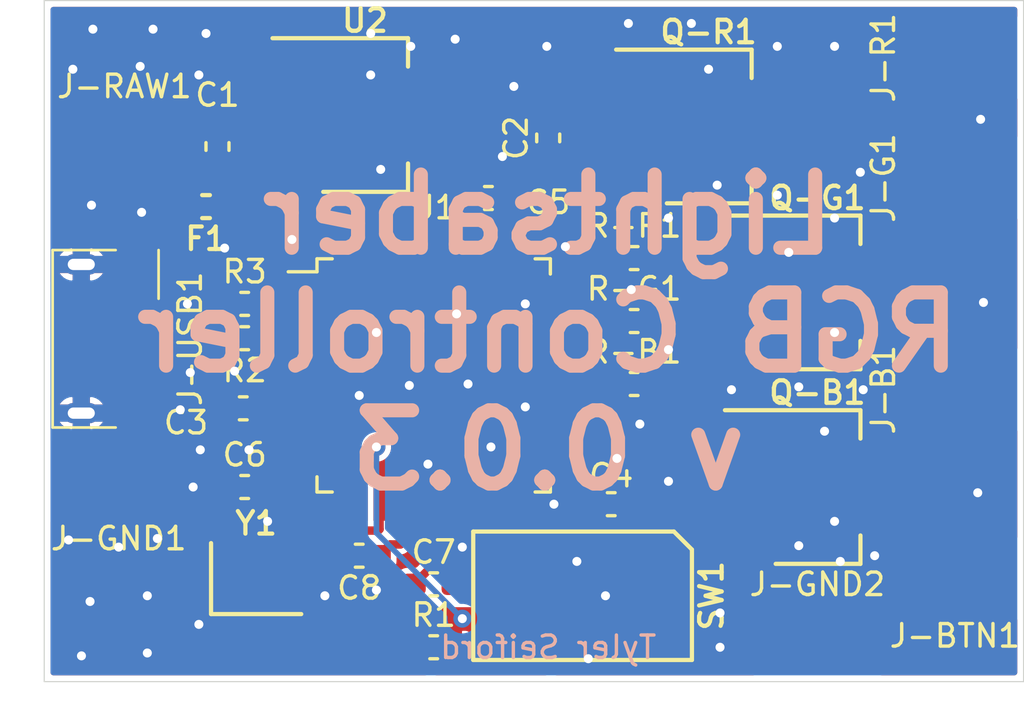
<source format=kicad_pcb>
(kicad_pcb (version 20171130) (host pcbnew "(5.1.2)-2")

  (general
    (thickness 1.6)
    (drawings 6)
    (tracks 215)
    (zones 0)
    (modules 30)
    (nets 46)
  )

  (page A4)
  (layers
    (0 F.Cu signal)
    (31 B.Cu signal)
    (32 B.Adhes user hide)
    (33 F.Adhes user hide)
    (34 B.Paste user hide)
    (35 F.Paste user hide)
    (36 B.SilkS user)
    (37 F.SilkS user)
    (38 B.Mask user hide)
    (39 F.Mask user hide)
    (40 Dwgs.User user hide)
    (41 Cmts.User user)
    (42 Eco1.User user hide)
    (43 Eco2.User user hide)
    (44 Edge.Cuts user)
    (45 Margin user hide)
    (46 B.CrtYd user hide)
    (47 F.CrtYd user hide)
    (48 B.Fab user hide)
    (49 F.Fab user hide)
  )

  (setup
    (last_trace_width 0.25)
    (user_trace_width 0.25)
    (user_trace_width 0.3125)
    (user_trace_width 0.375)
    (trace_clearance 0.25)
    (zone_clearance 0.254)
    (zone_45_only yes)
    (trace_min 0.25)
    (via_size 0.8)
    (via_drill 0.4)
    (via_min_size 0.4)
    (via_min_drill 0.3)
    (uvia_size 0.3)
    (uvia_drill 0.1)
    (uvias_allowed no)
    (uvia_min_size 0.2)
    (uvia_min_drill 0.1)
    (edge_width 0.05)
    (segment_width 0.2)
    (pcb_text_width 0.3)
    (pcb_text_size 1.5 1.5)
    (mod_edge_width 0.12)
    (mod_text_size 1 1)
    (mod_text_width 0.15)
    (pad_size 1.7 1.7)
    (pad_drill 1)
    (pad_to_mask_clearance 0.051)
    (solder_mask_min_width 0.25)
    (aux_axis_origin 0 0)
    (visible_elements 7FFFFFFF)
    (pcbplotparams
      (layerselection 0x010f0_ffffffff)
      (usegerberextensions false)
      (usegerberattributes false)
      (usegerberadvancedattributes false)
      (creategerberjobfile false)
      (excludeedgelayer true)
      (linewidth 0.100000)
      (plotframeref false)
      (viasonmask false)
      (mode 1)
      (useauxorigin false)
      (hpglpennumber 1)
      (hpglpenspeed 20)
      (hpglpendiameter 15.000000)
      (psnegative false)
      (psa4output false)
      (plotreference true)
      (plotvalue true)
      (plotinvisibletext false)
      (padsonsilk false)
      (subtractmaskfromsilk false)
      (outputformat 1)
      (mirror false)
      (drillshape 0)
      (scaleselection 1)
      (outputdirectory "GERBER/"))
  )

  (net 0 "")
  (net 1 RAW)
  (net 2 GND)
  (net 3 VCC)
  (net 4 /Microcontroller/UCAP)
  (net 5 /Microcontroller/AREF)
  (net 6 /Microcontroller/XTAL1)
  (net 7 /Microcontroller/XTAL2)
  (net 8 /Microcontroller/UVCC)
  (net 9 /B-12V)
  (net 10 /G-12V)
  (net 11 /R-12V)
  (net 12 /Microcontroller/D+USB)
  (net 13 /Microcontroller/D-USB)
  (net 14 /B)
  (net 15 /G)
  (net 16 /R)
  (net 17 RESET)
  (net 18 /Microcontroller/D+)
  (net 19 /Microcontroller/D-)
  (net 20 D13)
  (net 21 D9)
  (net 22 D6)
  (net 23 D4)
  (net 24 D3)
  (net 25 "Net-(J-USB1-Pad4)")
  (net 26 AI5)
  (net 27 AI4)
  (net 28 AI3)
  (net 29 AI2)
  (net 30 AI1)
  (net 31 AI0)
  (net 32 D5)
  (net 33 D10)
  (net 34 D8)
  (net 35 D12)
  (net 36 /Microcontroller/GREEN_LED)
  (net 37 D1)
  (net 38 D0)
  (net 39 D2)
  (net 40 D11)
  (net 41 D14)
  (net 42 D16)
  (net 43 D15)
  (net 44 /Microcontroller/D17,RX_LED)
  (net 45 D7)

  (net_class Default "This is the default net class."
    (clearance 0.25)
    (trace_width 0.25)
    (via_dia 0.8)
    (via_drill 0.4)
    (uvia_dia 0.3)
    (uvia_drill 0.1)
    (diff_pair_width 0.25)
    (diff_pair_gap 0.25)
    (add_net /Microcontroller/D17,RX_LED)
    (add_net /Microcontroller/GREEN_LED)
    (add_net AI0)
    (add_net AI1)
    (add_net AI2)
    (add_net AI3)
    (add_net AI4)
    (add_net AI5)
    (add_net D0)
    (add_net D1)
    (add_net D10)
    (add_net D11)
    (add_net D12)
    (add_net D13)
    (add_net D14)
    (add_net D15)
    (add_net D16)
    (add_net D2)
    (add_net D3)
    (add_net D4)
    (add_net D5)
    (add_net D6)
    (add_net D7)
    (add_net D8)
    (add_net D9)
    (add_net "Net-(J-USB1-Pad4)")
  )

  (net_class Power ""
    (clearance 0.25)
    (trace_width 1.5)
    (via_dia 0.8)
    (via_drill 0.4)
    (uvia_dia 0.3)
    (uvia_drill 0.1)
    (diff_pair_width 0.25)
    (diff_pair_gap 0.25)
    (add_net /B-12V)
    (add_net /G-12V)
    (add_net /Microcontroller/UVCC)
    (add_net /R-12V)
    (add_net GND)
    (add_net RAW)
    (add_net VCC)
  )

  (net_class Signal ""
    (clearance 0.25)
    (trace_width 0.375)
    (via_dia 0.8)
    (via_drill 0.4)
    (uvia_dia 0.3)
    (uvia_drill 0.1)
    (diff_pair_width 0.25)
    (diff_pair_gap 0.25)
    (add_net /B)
    (add_net /G)
    (add_net /Microcontroller/AREF)
    (add_net /Microcontroller/D+)
    (add_net /Microcontroller/D+USB)
    (add_net /Microcontroller/D-)
    (add_net /Microcontroller/D-USB)
    (add_net /Microcontroller/UCAP)
    (add_net /Microcontroller/XTAL1)
    (add_net /Microcontroller/XTAL2)
    (add_net /R)
    (add_net RESET)
  )

  (module footprints:SolderPad (layer F.Cu) (tedit 5E07EF47) (tstamp 5E092A1A)
    (at 146.558 135.382 90)
    (descr "SMD rectangular pad as test Point, square 3.0mm side length")
    (tags "test point SMD pad rectangle square")
    (path /5E097C58)
    (attr virtual)
    (fp_text reference J-GND2 (at 2.286 0 180) (layer F.SilkS)
      (effects (font (size 1 1) (thickness 0.15)))
    )
    (fp_text value Conn_01x01_Female (at 0 2.55 90) (layer F.Fab)
      (effects (font (size 1 1) (thickness 0.15)))
    )
    (fp_line (start 2 2) (end -2 2) (layer F.CrtYd) (width 0.05))
    (fp_line (start 2 2) (end 2 -2) (layer F.CrtYd) (width 0.05))
    (fp_line (start -2 -2) (end -2 2) (layer F.CrtYd) (width 0.05))
    (fp_line (start -2 -2) (end 2 -2) (layer F.CrtYd) (width 0.05))
    (fp_text user %R (at 0 -2.4 90) (layer F.Fab)
      (effects (font (size 1 1) (thickness 0.15)))
    )
    (pad 1 smd rect (at 0 0 90) (size 3 5) (layers F.Cu F.Mask)
      (net 2 GND))
  )

  (module footprints:SolderPad (layer F.Cu) (tedit 5E07EF47) (tstamp 5E0920EF)
    (at 152.654 132.842 90)
    (descr "SMD rectangular pad as test Point, square 3.0mm side length")
    (tags "test point SMD pad rectangle square")
    (path /5E0A8DE3)
    (attr virtual)
    (fp_text reference J-BTN1 (at -2.54 0 180) (layer F.SilkS)
      (effects (font (size 1 1) (thickness 0.15)))
    )
    (fp_text value Conn_01x01_Female (at 0 2.55 90) (layer F.Fab)
      (effects (font (size 1 1) (thickness 0.15)))
    )
    (fp_line (start 2 2) (end -2 2) (layer F.CrtYd) (width 0.05))
    (fp_line (start 2 2) (end 2 -2) (layer F.CrtYd) (width 0.05))
    (fp_line (start -2 -2) (end -2 2) (layer F.CrtYd) (width 0.05))
    (fp_line (start -2 -2) (end 2 -2) (layer F.CrtYd) (width 0.05))
    (fp_text user %R (at 0 -2.4 90) (layer F.Fab)
      (effects (font (size 1 1) (thickness 0.15)))
    )
    (pad 1 smd rect (at 0 0 90) (size 3 5) (layers F.Cu F.Mask)
      (net 24 D3))
  )

  (module footprints:R_0603_1608Metric_Pad1.05x0.95mm_HandSolder (layer F.Cu) (tedit 5E07F1B9) (tstamp 5E086798)
    (at 129.54 135.89)
    (descr "Resistor SMD 0603 (1608 Metric), square (rectangular) end terminal, IPC_7351 nominal with elongated pad for handsoldering. (Body size source: http://www.tortai-tech.com/upload/download/2011102023233369053.pdf), generated with kicad-footprint-generator")
    (tags "resistor handsolder")
    (path /5E12B93B/5E13DA48)
    (attr smd)
    (fp_text reference R1 (at 0 -1.43) (layer F.SilkS)
      (effects (font (size 1 1) (thickness 0.15)))
    )
    (fp_text value 10k (at 0 1.43) (layer F.Fab)
      (effects (font (size 1 1) (thickness 0.15)))
    )
    (fp_text user %R (at 0 0) (layer F.Fab)
      (effects (font (size 0.4 0.4) (thickness 0.06)))
    )
    (fp_line (start 1.65 0.73) (end -1.65 0.73) (layer F.CrtYd) (width 0.05))
    (fp_line (start 1.65 -0.73) (end 1.65 0.73) (layer F.CrtYd) (width 0.05))
    (fp_line (start -1.65 -0.73) (end 1.65 -0.73) (layer F.CrtYd) (width 0.05))
    (fp_line (start -1.65 0.73) (end -1.65 -0.73) (layer F.CrtYd) (width 0.05))
    (fp_line (start -0.171267 0.51) (end 0.171267 0.51) (layer F.SilkS) (width 0.15))
    (fp_line (start -0.171267 -0.51) (end 0.171267 -0.51) (layer F.SilkS) (width 0.15))
    (fp_line (start 0.8 0.4) (end -0.8 0.4) (layer F.Fab) (width 0.1))
    (fp_line (start 0.8 -0.4) (end 0.8 0.4) (layer F.Fab) (width 0.1))
    (fp_line (start -0.8 -0.4) (end 0.8 -0.4) (layer F.Fab) (width 0.1))
    (fp_line (start -0.8 0.4) (end -0.8 -0.4) (layer F.Fab) (width 0.1))
    (pad 2 smd roundrect (at 0.875 0) (size 1.05 0.95) (layers F.Cu F.Paste F.Mask) (roundrect_rratio 0.25)
      (net 17 RESET))
    (pad 1 smd roundrect (at -0.875 0) (size 1.05 0.95) (layers F.Cu F.Paste F.Mask) (roundrect_rratio 0.25)
      (net 3 VCC))
    (model ${KISYS3DMOD}/Resistor_SMD.3dshapes/R_0603_1608Metric.wrl
      (at (xyz 0 0 0))
      (scale (xyz 1 1 1))
      (rotate (xyz 0 0 0))
    )
  )

  (module footprints:Crystal_SMD_SeikoEpson_TSX3225-4Pin_3.2x2.5mm (layer F.Cu) (tedit 5DEEB066) (tstamp 5E08686F)
    (at 121.666 132.842)
    (descr "crystal Epson Toyocom TSX-3225 series https://support.epson.biz/td/api/doc_check.php?dl=brief_fa-238v_en.pdf, 3.2x2.5mm^2 package")
    (tags "SMD SMT crystal")
    (path /5E12B93B/5DF098C2)
    (attr smd)
    (fp_text reference Y1 (at 0 -2.45) (layer F.SilkS)
      (effects (font (size 1 1) (thickness 0.1875)))
    )
    (fp_text value Crystal_GND24 (at 0 2.45) (layer F.Fab)
      (effects (font (size 1 1) (thickness 0.15)))
    )
    (fp_line (start 2.1 -1.7) (end -2.1 -1.7) (layer F.CrtYd) (width 0.05))
    (fp_line (start 2.1 1.7) (end 2.1 -1.7) (layer F.CrtYd) (width 0.05))
    (fp_line (start -2.1 1.7) (end 2.1 1.7) (layer F.CrtYd) (width 0.05))
    (fp_line (start -2.1 -1.7) (end -2.1 1.7) (layer F.CrtYd) (width 0.05))
    (fp_line (start -2 1.575) (end 2 1.575) (layer F.SilkS) (width 0.1875))
    (fp_line (start -2 -1.575) (end -2 1.575) (layer F.SilkS) (width 0.1875))
    (fp_line (start -1.6 0.25) (end -0.6 1.25) (layer F.Fab) (width 0.1))
    (fp_line (start -1.6 -1.15) (end -1.5 -1.25) (layer F.Fab) (width 0.1))
    (fp_line (start -1.6 1.15) (end -1.6 -1.15) (layer F.Fab) (width 0.1))
    (fp_line (start -1.5 1.25) (end -1.6 1.15) (layer F.Fab) (width 0.1))
    (fp_line (start 1.5 1.25) (end -1.5 1.25) (layer F.Fab) (width 0.1))
    (fp_line (start 1.6 1.15) (end 1.5 1.25) (layer F.Fab) (width 0.1))
    (fp_line (start 1.6 -1.15) (end 1.6 1.15) (layer F.Fab) (width 0.1))
    (fp_line (start 1.5 -1.25) (end 1.6 -1.15) (layer F.Fab) (width 0.1))
    (fp_line (start -1.5 -1.25) (end 1.5 -1.25) (layer F.Fab) (width 0.1))
    (fp_text user %R (at 0 0) (layer F.Fab)
      (effects (font (size 0.7 0.7) (thickness 0.105)))
    )
    (pad 4 smd rect (at -1.1 -0.8) (size 1.4 1.15) (layers F.Cu F.Paste F.Mask)
      (net 2 GND))
    (pad 3 smd rect (at 1.1 -0.8) (size 1.4 1.15) (layers F.Cu F.Paste F.Mask)
      (net 7 /Microcontroller/XTAL2))
    (pad 2 smd rect (at 1.1 0.8) (size 1.4 1.15) (layers F.Cu F.Paste F.Mask)
      (net 2 GND))
    (pad 1 smd rect (at -1.1 0.8) (size 1.4 1.15) (layers F.Cu F.Paste F.Mask)
      (net 6 /Microcontroller/XTAL1))
    (model ${KISYS3DMOD}/Crystal.3dshapes/Crystal_SMD_SeikoEpson_TSX3225-4Pin_3.2x2.5mm.wrl
      (at (xyz 0 0 0))
      (scale (xyz 1 1 1))
      (rotate (xyz 0 0 0))
    )
  )

  (module footprints:SOT-223 (layer F.Cu) (tedit 5DEEAAF3) (tstamp 5E086857)
    (at 126.492 112.268)
    (descr "module CMS SOT223 4 pins")
    (tags "CMS SOT")
    (path /5E12B93B/5DF42BC0)
    (attr smd)
    (fp_text reference U2 (at 0 -4.191) (layer F.SilkS)
      (effects (font (size 1 1) (thickness 0.1875)))
    )
    (fp_text value SPX1117 (at 0 4.5) (layer F.Fab)
      (effects (font (size 1 1) (thickness 0.15)))
    )
    (fp_line (start 1.85 -3.35) (end 1.85 3.35) (layer F.Fab) (width 0.1))
    (fp_line (start -1.85 3.35) (end 1.85 3.35) (layer F.Fab) (width 0.1))
    (fp_line (start -4.1 -3.41) (end 1.91 -3.41) (layer F.SilkS) (width 0.1875))
    (fp_line (start -0.8 -3.35) (end 1.85 -3.35) (layer F.Fab) (width 0.1))
    (fp_line (start -1.85 3.41) (end 1.91 3.41) (layer F.SilkS) (width 0.1875))
    (fp_line (start -1.85 -2.3) (end -1.85 3.35) (layer F.Fab) (width 0.1))
    (fp_line (start -4.4 -3.6) (end -4.4 3.6) (layer F.CrtYd) (width 0.05))
    (fp_line (start -4.4 3.6) (end 4.4 3.6) (layer F.CrtYd) (width 0.05))
    (fp_line (start 4.4 3.6) (end 4.4 -3.6) (layer F.CrtYd) (width 0.05))
    (fp_line (start 4.4 -3.6) (end -4.4 -3.6) (layer F.CrtYd) (width 0.05))
    (fp_line (start 1.91 -3.41) (end 1.91 -2.15) (layer F.SilkS) (width 0.1875))
    (fp_line (start 1.91 3.41) (end 1.91 2.15) (layer F.SilkS) (width 0.1875))
    (fp_line (start -1.85 -2.3) (end -0.8 -3.35) (layer F.Fab) (width 0.1))
    (fp_text user %R (at 0 0 90) (layer F.Fab)
      (effects (font (size 0.8 0.8) (thickness 0.12)))
    )
    (pad 1 smd rect (at -3.65 -2.3) (size 3 1.5) (layers F.Cu F.Paste F.Mask)
      (net 2 GND))
    (pad 3 smd rect (at -3.65 2.3) (size 3 1.5) (layers F.Cu F.Paste F.Mask)
      (net 1 RAW))
    (pad 2 smd rect (at -3.65 0) (size 3 1.5) (layers F.Cu F.Paste F.Mask)
      (net 3 VCC))
    (pad 4 smd rect (at 3.65 0) (size 3 3.8) (layers F.Cu F.Paste F.Mask)
      (net 3 VCC))
    (model ${KISYS3DMOD}/Package_TO_SOT_SMD.3dshapes/SOT-223.wrl
      (at (xyz 0 0 0))
      (scale (xyz 1 1 1))
      (rotate (xyz 0 0 0))
    )
  )

  (module Package_QFP:TQFP-44_10x10mm_P0.8mm (layer F.Cu) (tedit 5A02F146) (tstamp 5E08B390)
    (at 129.54 123.825)
    (descr "44-Lead Plastic Thin Quad Flatpack (PT) - 10x10x1.0 mm Body [TQFP] (see Microchip Packaging Specification 00000049BS.pdf)")
    (tags "QFP 0.8")
    (path /5E12B93B/5DEEFC68)
    (attr smd)
    (fp_text reference U1 (at 0 -7.45) (layer F.SilkS)
      (effects (font (size 1 1) (thickness 0.15)))
    )
    (fp_text value ATmega32U4-AU (at 0 7.45) (layer F.Fab)
      (effects (font (size 1 1) (thickness 0.15)))
    )
    (fp_line (start -5.175 -4.6) (end -6.45 -4.6) (layer F.SilkS) (width 0.15))
    (fp_line (start 5.175 -5.175) (end 4.5 -5.175) (layer F.SilkS) (width 0.15))
    (fp_line (start 5.175 5.175) (end 4.5 5.175) (layer F.SilkS) (width 0.15))
    (fp_line (start -5.175 5.175) (end -4.5 5.175) (layer F.SilkS) (width 0.15))
    (fp_line (start -5.175 -5.175) (end -4.5 -5.175) (layer F.SilkS) (width 0.15))
    (fp_line (start -5.175 5.175) (end -5.175 4.5) (layer F.SilkS) (width 0.15))
    (fp_line (start 5.175 5.175) (end 5.175 4.5) (layer F.SilkS) (width 0.15))
    (fp_line (start 5.175 -5.175) (end 5.175 -4.5) (layer F.SilkS) (width 0.15))
    (fp_line (start -5.175 -5.175) (end -5.175 -4.6) (layer F.SilkS) (width 0.15))
    (fp_line (start -6.7 6.7) (end 6.7 6.7) (layer F.CrtYd) (width 0.05))
    (fp_line (start -6.7 -6.7) (end 6.7 -6.7) (layer F.CrtYd) (width 0.05))
    (fp_line (start 6.7 -6.7) (end 6.7 6.7) (layer F.CrtYd) (width 0.05))
    (fp_line (start -6.7 -6.7) (end -6.7 6.7) (layer F.CrtYd) (width 0.05))
    (fp_line (start -5 -4) (end -4 -5) (layer F.Fab) (width 0.15))
    (fp_line (start -5 5) (end -5 -4) (layer F.Fab) (width 0.15))
    (fp_line (start 5 5) (end -5 5) (layer F.Fab) (width 0.15))
    (fp_line (start 5 -5) (end 5 5) (layer F.Fab) (width 0.15))
    (fp_line (start -4 -5) (end 5 -5) (layer F.Fab) (width 0.15))
    (fp_text user %R (at 0 0) (layer F.Fab)
      (effects (font (size 1 1) (thickness 0.15)))
    )
    (pad 44 smd rect (at -4 -5.7 90) (size 1.5 0.55) (layers F.Cu F.Paste F.Mask)
      (net 3 VCC))
    (pad 43 smd rect (at -3.2 -5.7 90) (size 1.5 0.55) (layers F.Cu F.Paste F.Mask)
      (net 2 GND))
    (pad 42 smd rect (at -2.4 -5.7 90) (size 1.5 0.55) (layers F.Cu F.Paste F.Mask)
      (net 5 /Microcontroller/AREF))
    (pad 41 smd rect (at -1.6 -5.7 90) (size 1.5 0.55) (layers F.Cu F.Paste F.Mask)
      (net 26 AI5))
    (pad 40 smd rect (at -0.8 -5.7 90) (size 1.5 0.55) (layers F.Cu F.Paste F.Mask)
      (net 27 AI4))
    (pad 39 smd rect (at 0 -5.7 90) (size 1.5 0.55) (layers F.Cu F.Paste F.Mask)
      (net 28 AI3))
    (pad 38 smd rect (at 0.8 -5.7 90) (size 1.5 0.55) (layers F.Cu F.Paste F.Mask)
      (net 29 AI2))
    (pad 37 smd rect (at 1.6 -5.7 90) (size 1.5 0.55) (layers F.Cu F.Paste F.Mask)
      (net 30 AI1))
    (pad 36 smd rect (at 2.4 -5.7 90) (size 1.5 0.55) (layers F.Cu F.Paste F.Mask)
      (net 31 AI0))
    (pad 35 smd rect (at 3.2 -5.7 90) (size 1.5 0.55) (layers F.Cu F.Paste F.Mask)
      (net 2 GND))
    (pad 34 smd rect (at 4 -5.7 90) (size 1.5 0.55) (layers F.Cu F.Paste F.Mask)
      (net 3 VCC))
    (pad 33 smd rect (at 5.7 -4) (size 1.5 0.55) (layers F.Cu F.Paste F.Mask)
      (net 2 GND))
    (pad 32 smd rect (at 5.7 -3.2) (size 1.5 0.55) (layers F.Cu F.Paste F.Mask)
      (net 20 D13))
    (pad 31 smd rect (at 5.7 -2.4) (size 1.5 0.55) (layers F.Cu F.Paste F.Mask)
      (net 32 D5))
    (pad 30 smd rect (at 5.7 -1.6) (size 1.5 0.55) (layers F.Cu F.Paste F.Mask)
      (net 33 D10))
    (pad 29 smd rect (at 5.7 -0.8) (size 1.5 0.55) (layers F.Cu F.Paste F.Mask)
      (net 21 D9))
    (pad 28 smd rect (at 5.7 0) (size 1.5 0.55) (layers F.Cu F.Paste F.Mask)
      (net 34 D8))
    (pad 27 smd rect (at 5.7 0.8) (size 1.5 0.55) (layers F.Cu F.Paste F.Mask)
      (net 22 D6))
    (pad 26 smd rect (at 5.7 1.6) (size 1.5 0.55) (layers F.Cu F.Paste F.Mask)
      (net 35 D12))
    (pad 25 smd rect (at 5.7 2.4) (size 1.5 0.55) (layers F.Cu F.Paste F.Mask)
      (net 23 D4))
    (pad 24 smd rect (at 5.7 3.2) (size 1.5 0.55) (layers F.Cu F.Paste F.Mask)
      (net 3 VCC))
    (pad 23 smd rect (at 5.7 4) (size 1.5 0.55) (layers F.Cu F.Paste F.Mask)
      (net 2 GND))
    (pad 22 smd rect (at 4 5.7 90) (size 1.5 0.55) (layers F.Cu F.Paste F.Mask)
      (net 36 /Microcontroller/GREEN_LED))
    (pad 21 smd rect (at 3.2 5.7 90) (size 1.5 0.55) (layers F.Cu F.Paste F.Mask)
      (net 37 D1))
    (pad 20 smd rect (at 2.4 5.7 90) (size 1.5 0.55) (layers F.Cu F.Paste F.Mask)
      (net 38 D0))
    (pad 19 smd rect (at 1.6 5.7 90) (size 1.5 0.55) (layers F.Cu F.Paste F.Mask)
      (net 39 D2))
    (pad 18 smd rect (at 0.8 5.7 90) (size 1.5 0.55) (layers F.Cu F.Paste F.Mask)
      (net 24 D3))
    (pad 17 smd rect (at 0 5.7 90) (size 1.5 0.55) (layers F.Cu F.Paste F.Mask)
      (net 6 /Microcontroller/XTAL1))
    (pad 16 smd rect (at -0.8 5.7 90) (size 1.5 0.55) (layers F.Cu F.Paste F.Mask)
      (net 7 /Microcontroller/XTAL2))
    (pad 15 smd rect (at -1.6 5.7 90) (size 1.5 0.55) (layers F.Cu F.Paste F.Mask)
      (net 2 GND))
    (pad 14 smd rect (at -2.4 5.7 90) (size 1.5 0.55) (layers F.Cu F.Paste F.Mask)
      (net 3 VCC))
    (pad 13 smd rect (at -3.2 5.7 90) (size 1.5 0.55) (layers F.Cu F.Paste F.Mask)
      (net 17 RESET))
    (pad 12 smd rect (at -4 5.7 90) (size 1.5 0.55) (layers F.Cu F.Paste F.Mask)
      (net 40 D11))
    (pad 11 smd rect (at -5.7 4) (size 1.5 0.55) (layers F.Cu F.Paste F.Mask)
      (net 41 D14))
    (pad 10 smd rect (at -5.7 3.2) (size 1.5 0.55) (layers F.Cu F.Paste F.Mask)
      (net 42 D16))
    (pad 9 smd rect (at -5.7 2.4) (size 1.5 0.55) (layers F.Cu F.Paste F.Mask)
      (net 43 D15))
    (pad 8 smd rect (at -5.7 1.6) (size 1.5 0.55) (layers F.Cu F.Paste F.Mask)
      (net 44 /Microcontroller/D17,RX_LED))
    (pad 7 smd rect (at -5.7 0.8) (size 1.5 0.55) (layers F.Cu F.Paste F.Mask)
      (net 8 /Microcontroller/UVCC))
    (pad 6 smd rect (at -5.7 0) (size 1.5 0.55) (layers F.Cu F.Paste F.Mask)
      (net 4 /Microcontroller/UCAP))
    (pad 5 smd rect (at -5.7 -0.8) (size 1.5 0.55) (layers F.Cu F.Paste F.Mask)
      (net 2 GND))
    (pad 4 smd rect (at -5.7 -1.6) (size 1.5 0.55) (layers F.Cu F.Paste F.Mask)
      (net 18 /Microcontroller/D+))
    (pad 3 smd rect (at -5.7 -2.4) (size 1.5 0.55) (layers F.Cu F.Paste F.Mask)
      (net 19 /Microcontroller/D-))
    (pad 2 smd rect (at -5.7 -3.2) (size 1.5 0.55) (layers F.Cu F.Paste F.Mask)
      (net 8 /Microcontroller/UVCC))
    (pad 1 smd rect (at -5.7 -4) (size 1.5 0.55) (layers F.Cu F.Paste F.Mask)
      (net 45 D7))
    (model ${KISYS3DMOD}/Package_QFP.3dshapes/TQFP-44_10x10mm_P0.8mm.wrl
      (at (xyz 0 0 0))
      (scale (xyz 1 1 1))
      (rotate (xyz 0 0 0))
    )
  )

  (module footprints:PTS_647_SM38_SMTR2_LFS (layer F.Cu) (tedit 5DEEAB18) (tstamp 5E0867FE)
    (at 136.144 133.604 180)
    (descr "SPST momentary SMD switch")
    (path /5D67B3A7)
    (attr smd)
    (fp_text reference SW1 (at -5.715 0 90) (layer F.SilkS)
      (effects (font (size 1 1) (thickness 0.1875)))
    )
    (fp_text value RESET_SWITCH (at 0 0) (layer F.Fab)
      (effects (font (size 1 1) (thickness 0.15)))
    )
    (fp_line (start -4.6 2.6) (end -4.6 -2.6) (layer F.CrtYd) (width 0.05))
    (fp_line (start 4.6 2.6) (end -4.6 2.6) (layer F.CrtYd) (width 0.05))
    (fp_line (start 4.6 -2.6) (end 4.6 2.6) (layer F.CrtYd) (width 0.05))
    (fp_line (start -4.6 -2.6) (end 4.6 -2.6) (layer F.CrtYd) (width 0.05))
    (fp_line (start 4.85 2.85) (end -4.05 2.85) (layer F.SilkS) (width 0.1875))
    (fp_line (start 4.85 -2.85) (end 4.85 2.85) (layer F.SilkS) (width 0.1875))
    (fp_line (start -4.85 -2.85) (end 4.85 -2.85) (layer F.SilkS) (width 0.1875))
    (fp_line (start -4.85 2.05) (end -4.85 -2.85) (layer F.SilkS) (width 0.1875))
    (fp_line (start -4.05 2.85) (end -4.85 2.05) (layer F.SilkS) (width 0.1875))
    (pad 4 smd rect (at 3.1 1.6 180) (size 2.5 1.5) (layers F.Cu F.Paste F.Mask)
      (net 2 GND))
    (pad 2 smd rect (at 3.1 -1.6 180) (size 2.5 1.5) (layers F.Cu F.Paste F.Mask)
      (net 17 RESET))
    (pad 3 smd rect (at -3.1 1.6 180) (size 2.5 1.5) (layers F.Cu F.Paste F.Mask)
      (net 2 GND))
    (pad 1 smd rect (at -3.1 -1.6 180) (size 2.5 1.5) (layers F.Cu F.Paste F.Mask)
      (net 17 RESET))
  )

  (module footprints:R_0603_1608Metric_Pad1.05x0.95mm_HandSolder (layer F.Cu) (tedit 5E07F1B9) (tstamp 5E0867ED)
    (at 138.43 118.618)
    (descr "Resistor SMD 0603 (1608 Metric), square (rectangular) end terminal, IPC_7351 nominal with elongated pad for handsoldering. (Body size source: http://www.tortai-tech.com/upload/download/2011102023233369053.pdf), generated with kicad-footprint-generator")
    (tags "resistor handsolder")
    (path /5E079341)
    (attr smd)
    (fp_text reference R-R1 (at 0 -1.43) (layer F.SilkS)
      (effects (font (size 1 1) (thickness 0.15)))
    )
    (fp_text value 10 (at 0 1.43) (layer F.Fab)
      (effects (font (size 1 1) (thickness 0.15)))
    )
    (fp_text user %R (at 0 0) (layer F.Fab)
      (effects (font (size 0.4 0.4) (thickness 0.06)))
    )
    (fp_line (start 1.65 0.73) (end -1.65 0.73) (layer F.CrtYd) (width 0.05))
    (fp_line (start 1.65 -0.73) (end 1.65 0.73) (layer F.CrtYd) (width 0.05))
    (fp_line (start -1.65 -0.73) (end 1.65 -0.73) (layer F.CrtYd) (width 0.05))
    (fp_line (start -1.65 0.73) (end -1.65 -0.73) (layer F.CrtYd) (width 0.05))
    (fp_line (start -0.171267 0.51) (end 0.171267 0.51) (layer F.SilkS) (width 0.15))
    (fp_line (start -0.171267 -0.51) (end 0.171267 -0.51) (layer F.SilkS) (width 0.15))
    (fp_line (start 0.8 0.4) (end -0.8 0.4) (layer F.Fab) (width 0.1))
    (fp_line (start 0.8 -0.4) (end 0.8 0.4) (layer F.Fab) (width 0.1))
    (fp_line (start -0.8 -0.4) (end 0.8 -0.4) (layer F.Fab) (width 0.1))
    (fp_line (start -0.8 0.4) (end -0.8 -0.4) (layer F.Fab) (width 0.1))
    (pad 2 smd roundrect (at 0.875 0) (size 1.05 0.95) (layers F.Cu F.Paste F.Mask) (roundrect_rratio 0.25)
      (net 16 /R))
    (pad 1 smd roundrect (at -0.875 0) (size 1.05 0.95) (layers F.Cu F.Paste F.Mask) (roundrect_rratio 0.25)
      (net 20 D13))
    (model ${KISYS3DMOD}/Resistor_SMD.3dshapes/R_0603_1608Metric.wrl
      (at (xyz 0 0 0))
      (scale (xyz 1 1 1))
      (rotate (xyz 0 0 0))
    )
  )

  (module footprints:R_0603_1608Metric_Pad1.05x0.95mm_HandSolder (layer F.Cu) (tedit 5E07F1B9) (tstamp 5E0867DC)
    (at 138.43 121.412)
    (descr "Resistor SMD 0603 (1608 Metric), square (rectangular) end terminal, IPC_7351 nominal with elongated pad for handsoldering. (Body size source: http://www.tortai-tech.com/upload/download/2011102023233369053.pdf), generated with kicad-footprint-generator")
    (tags "resistor handsolder")
    (path /5E078EC4)
    (attr smd)
    (fp_text reference R-G1 (at 0 -1.43) (layer F.SilkS)
      (effects (font (size 1 1) (thickness 0.15)))
    )
    (fp_text value 10 (at 0 1.43) (layer F.Fab)
      (effects (font (size 1 1) (thickness 0.15)))
    )
    (fp_text user %R (at 0 0) (layer F.Fab)
      (effects (font (size 0.4 0.4) (thickness 0.06)))
    )
    (fp_line (start 1.65 0.73) (end -1.65 0.73) (layer F.CrtYd) (width 0.05))
    (fp_line (start 1.65 -0.73) (end 1.65 0.73) (layer F.CrtYd) (width 0.05))
    (fp_line (start -1.65 -0.73) (end 1.65 -0.73) (layer F.CrtYd) (width 0.05))
    (fp_line (start -1.65 0.73) (end -1.65 -0.73) (layer F.CrtYd) (width 0.05))
    (fp_line (start -0.171267 0.51) (end 0.171267 0.51) (layer F.SilkS) (width 0.15))
    (fp_line (start -0.171267 -0.51) (end 0.171267 -0.51) (layer F.SilkS) (width 0.15))
    (fp_line (start 0.8 0.4) (end -0.8 0.4) (layer F.Fab) (width 0.1))
    (fp_line (start 0.8 -0.4) (end 0.8 0.4) (layer F.Fab) (width 0.1))
    (fp_line (start -0.8 -0.4) (end 0.8 -0.4) (layer F.Fab) (width 0.1))
    (fp_line (start -0.8 0.4) (end -0.8 -0.4) (layer F.Fab) (width 0.1))
    (pad 2 smd roundrect (at 0.875 0) (size 1.05 0.95) (layers F.Cu F.Paste F.Mask) (roundrect_rratio 0.25)
      (net 15 /G))
    (pad 1 smd roundrect (at -0.875 0) (size 1.05 0.95) (layers F.Cu F.Paste F.Mask) (roundrect_rratio 0.25)
      (net 21 D9))
    (model ${KISYS3DMOD}/Resistor_SMD.3dshapes/R_0603_1608Metric.wrl
      (at (xyz 0 0 0))
      (scale (xyz 1 1 1))
      (rotate (xyz 0 0 0))
    )
  )

  (module footprints:R_0603_1608Metric_Pad1.05x0.95mm_HandSolder (layer F.Cu) (tedit 5E07F1B9) (tstamp 5E0867CB)
    (at 138.43 124.206)
    (descr "Resistor SMD 0603 (1608 Metric), square (rectangular) end terminal, IPC_7351 nominal with elongated pad for handsoldering. (Body size source: http://www.tortai-tech.com/upload/download/2011102023233369053.pdf), generated with kicad-footprint-generator")
    (tags "resistor handsolder")
    (path /5E075994)
    (attr smd)
    (fp_text reference R-B1 (at 0 -1.43) (layer F.SilkS)
      (effects (font (size 1 1) (thickness 0.15)))
    )
    (fp_text value 10 (at 0 1.43) (layer F.Fab)
      (effects (font (size 1 1) (thickness 0.15)))
    )
    (fp_text user %R (at 0 0) (layer F.Fab)
      (effects (font (size 0.4 0.4) (thickness 0.06)))
    )
    (fp_line (start 1.65 0.73) (end -1.65 0.73) (layer F.CrtYd) (width 0.05))
    (fp_line (start 1.65 -0.73) (end 1.65 0.73) (layer F.CrtYd) (width 0.05))
    (fp_line (start -1.65 -0.73) (end 1.65 -0.73) (layer F.CrtYd) (width 0.05))
    (fp_line (start -1.65 0.73) (end -1.65 -0.73) (layer F.CrtYd) (width 0.05))
    (fp_line (start -0.171267 0.51) (end 0.171267 0.51) (layer F.SilkS) (width 0.15))
    (fp_line (start -0.171267 -0.51) (end 0.171267 -0.51) (layer F.SilkS) (width 0.15))
    (fp_line (start 0.8 0.4) (end -0.8 0.4) (layer F.Fab) (width 0.1))
    (fp_line (start 0.8 -0.4) (end 0.8 0.4) (layer F.Fab) (width 0.1))
    (fp_line (start -0.8 -0.4) (end 0.8 -0.4) (layer F.Fab) (width 0.1))
    (fp_line (start -0.8 0.4) (end -0.8 -0.4) (layer F.Fab) (width 0.1))
    (pad 2 smd roundrect (at 0.875 0) (size 1.05 0.95) (layers F.Cu F.Paste F.Mask) (roundrect_rratio 0.25)
      (net 14 /B))
    (pad 1 smd roundrect (at -0.875 0) (size 1.05 0.95) (layers F.Cu F.Paste F.Mask) (roundrect_rratio 0.25)
      (net 22 D6))
    (model ${KISYS3DMOD}/Resistor_SMD.3dshapes/R_0603_1608Metric.wrl
      (at (xyz 0 0 0))
      (scale (xyz 1 1 1))
      (rotate (xyz 0 0 0))
    )
  )

  (module footprints:R_0603_1608Metric_Pad1.05x0.95mm_HandSolder (layer F.Cu) (tedit 5E07F1B9) (tstamp 5E0867BA)
    (at 121.158 120.65)
    (descr "Resistor SMD 0603 (1608 Metric), square (rectangular) end terminal, IPC_7351 nominal with elongated pad for handsoldering. (Body size source: http://www.tortai-tech.com/upload/download/2011102023233369053.pdf), generated with kicad-footprint-generator")
    (tags "resistor handsolder")
    (path /5E12B93B/5DFA9136)
    (attr smd)
    (fp_text reference R3 (at 0 -1.43) (layer F.SilkS)
      (effects (font (size 1 1) (thickness 0.15)))
    )
    (fp_text value 22 (at 0 1.43) (layer F.Fab)
      (effects (font (size 1 1) (thickness 0.15)))
    )
    (fp_text user %R (at 0 0) (layer F.Fab)
      (effects (font (size 0.4 0.4) (thickness 0.06)))
    )
    (fp_line (start 1.65 0.73) (end -1.65 0.73) (layer F.CrtYd) (width 0.05))
    (fp_line (start 1.65 -0.73) (end 1.65 0.73) (layer F.CrtYd) (width 0.05))
    (fp_line (start -1.65 -0.73) (end 1.65 -0.73) (layer F.CrtYd) (width 0.05))
    (fp_line (start -1.65 0.73) (end -1.65 -0.73) (layer F.CrtYd) (width 0.05))
    (fp_line (start -0.171267 0.51) (end 0.171267 0.51) (layer F.SilkS) (width 0.15))
    (fp_line (start -0.171267 -0.51) (end 0.171267 -0.51) (layer F.SilkS) (width 0.15))
    (fp_line (start 0.8 0.4) (end -0.8 0.4) (layer F.Fab) (width 0.1))
    (fp_line (start 0.8 -0.4) (end 0.8 0.4) (layer F.Fab) (width 0.1))
    (fp_line (start -0.8 -0.4) (end 0.8 -0.4) (layer F.Fab) (width 0.1))
    (fp_line (start -0.8 0.4) (end -0.8 -0.4) (layer F.Fab) (width 0.1))
    (pad 2 smd roundrect (at 0.875 0) (size 1.05 0.95) (layers F.Cu F.Paste F.Mask) (roundrect_rratio 0.25)
      (net 19 /Microcontroller/D-))
    (pad 1 smd roundrect (at -0.875 0) (size 1.05 0.95) (layers F.Cu F.Paste F.Mask) (roundrect_rratio 0.25)
      (net 13 /Microcontroller/D-USB))
    (model ${KISYS3DMOD}/Resistor_SMD.3dshapes/R_0603_1608Metric.wrl
      (at (xyz 0 0 0))
      (scale (xyz 1 1 1))
      (rotate (xyz 0 0 0))
    )
  )

  (module footprints:R_0603_1608Metric_Pad1.05x0.95mm_HandSolder (layer F.Cu) (tedit 5E07F1B9) (tstamp 5E0867A9)
    (at 121.158 122.174 180)
    (descr "Resistor SMD 0603 (1608 Metric), square (rectangular) end terminal, IPC_7351 nominal with elongated pad for handsoldering. (Body size source: http://www.tortai-tech.com/upload/download/2011102023233369053.pdf), generated with kicad-footprint-generator")
    (tags "resistor handsolder")
    (path /5E12B93B/5DFA8690)
    (attr smd)
    (fp_text reference R2 (at 0 -1.43) (layer F.SilkS)
      (effects (font (size 1 1) (thickness 0.15)))
    )
    (fp_text value 22 (at 0 1.43) (layer F.Fab)
      (effects (font (size 1 1) (thickness 0.15)))
    )
    (fp_text user %R (at 0 0) (layer F.Fab)
      (effects (font (size 0.4 0.4) (thickness 0.06)))
    )
    (fp_line (start 1.65 0.73) (end -1.65 0.73) (layer F.CrtYd) (width 0.05))
    (fp_line (start 1.65 -0.73) (end 1.65 0.73) (layer F.CrtYd) (width 0.05))
    (fp_line (start -1.65 -0.73) (end 1.65 -0.73) (layer F.CrtYd) (width 0.05))
    (fp_line (start -1.65 0.73) (end -1.65 -0.73) (layer F.CrtYd) (width 0.05))
    (fp_line (start -0.171267 0.51) (end 0.171267 0.51) (layer F.SilkS) (width 0.15))
    (fp_line (start -0.171267 -0.51) (end 0.171267 -0.51) (layer F.SilkS) (width 0.15))
    (fp_line (start 0.8 0.4) (end -0.8 0.4) (layer F.Fab) (width 0.1))
    (fp_line (start 0.8 -0.4) (end 0.8 0.4) (layer F.Fab) (width 0.1))
    (fp_line (start -0.8 -0.4) (end 0.8 -0.4) (layer F.Fab) (width 0.1))
    (fp_line (start -0.8 0.4) (end -0.8 -0.4) (layer F.Fab) (width 0.1))
    (pad 2 smd roundrect (at 0.875 0 180) (size 1.05 0.95) (layers F.Cu F.Paste F.Mask) (roundrect_rratio 0.25)
      (net 12 /Microcontroller/D+USB))
    (pad 1 smd roundrect (at -0.875 0 180) (size 1.05 0.95) (layers F.Cu F.Paste F.Mask) (roundrect_rratio 0.25)
      (net 18 /Microcontroller/D+))
    (model ${KISYS3DMOD}/Resistor_SMD.3dshapes/R_0603_1608Metric.wrl
      (at (xyz 0 0 0))
      (scale (xyz 1 1 1))
      (rotate (xyz 0 0 0))
    )
  )

  (module footprints:SOT-223 (layer F.Cu) (tedit 5DEEAAF3) (tstamp 5E086787)
    (at 141.732 112.776)
    (descr "module CMS SOT223 4 pins")
    (tags "CMS SOT")
    (path /5D6323FE)
    (attr smd)
    (fp_text reference Q-R1 (at 0 -4.191) (layer F.SilkS)
      (effects (font (size 1 1) (thickness 0.1875)))
    )
    (fp_text value Q_NMOS_GDSD (at 0 4.5) (layer F.Fab)
      (effects (font (size 1 1) (thickness 0.15)))
    )
    (fp_line (start 1.85 -3.35) (end 1.85 3.35) (layer F.Fab) (width 0.1))
    (fp_line (start -1.85 3.35) (end 1.85 3.35) (layer F.Fab) (width 0.1))
    (fp_line (start -4.1 -3.41) (end 1.91 -3.41) (layer F.SilkS) (width 0.1875))
    (fp_line (start -0.8 -3.35) (end 1.85 -3.35) (layer F.Fab) (width 0.1))
    (fp_line (start -1.85 3.41) (end 1.91 3.41) (layer F.SilkS) (width 0.1875))
    (fp_line (start -1.85 -2.3) (end -1.85 3.35) (layer F.Fab) (width 0.1))
    (fp_line (start -4.4 -3.6) (end -4.4 3.6) (layer F.CrtYd) (width 0.05))
    (fp_line (start -4.4 3.6) (end 4.4 3.6) (layer F.CrtYd) (width 0.05))
    (fp_line (start 4.4 3.6) (end 4.4 -3.6) (layer F.CrtYd) (width 0.05))
    (fp_line (start 4.4 -3.6) (end -4.4 -3.6) (layer F.CrtYd) (width 0.05))
    (fp_line (start 1.91 -3.41) (end 1.91 -2.15) (layer F.SilkS) (width 0.1875))
    (fp_line (start 1.91 3.41) (end 1.91 2.15) (layer F.SilkS) (width 0.1875))
    (fp_line (start -1.85 -2.3) (end -0.8 -3.35) (layer F.Fab) (width 0.1))
    (fp_text user %R (at 0 0 90) (layer F.Fab)
      (effects (font (size 0.8 0.8) (thickness 0.12)))
    )
    (pad 1 smd rect (at -3.65 -2.3) (size 3 1.5) (layers F.Cu F.Paste F.Mask)
      (net 16 /R))
    (pad 3 smd rect (at -3.65 2.3) (size 3 1.5) (layers F.Cu F.Paste F.Mask)
      (net 2 GND))
    (pad 2 smd rect (at -3.65 0) (size 3 1.5) (layers F.Cu F.Paste F.Mask)
      (net 11 /R-12V))
    (pad 4 smd rect (at 3.65 0) (size 3 3.8) (layers F.Cu F.Paste F.Mask)
      (net 11 /R-12V))
    (model ${KISYS3DMOD}/Package_TO_SOT_SMD.3dshapes/SOT-223.wrl
      (at (xyz 0 0 0))
      (scale (xyz 1 1 1))
      (rotate (xyz 0 0 0))
    )
  )

  (module footprints:SOT-223 (layer F.Cu) (tedit 5DEEAAF3) (tstamp 5E086771)
    (at 146.558 120.142)
    (descr "module CMS SOT223 4 pins")
    (tags "CMS SOT")
    (path /5D633F1F)
    (attr smd)
    (fp_text reference Q-G1 (at 0 -4.191) (layer F.SilkS)
      (effects (font (size 1 1) (thickness 0.1875)))
    )
    (fp_text value Q_NMOS_GDSD (at 0 4.5) (layer F.Fab)
      (effects (font (size 1 1) (thickness 0.15)))
    )
    (fp_line (start 1.85 -3.35) (end 1.85 3.35) (layer F.Fab) (width 0.1))
    (fp_line (start -1.85 3.35) (end 1.85 3.35) (layer F.Fab) (width 0.1))
    (fp_line (start -4.1 -3.41) (end 1.91 -3.41) (layer F.SilkS) (width 0.1875))
    (fp_line (start -0.8 -3.35) (end 1.85 -3.35) (layer F.Fab) (width 0.1))
    (fp_line (start -1.85 3.41) (end 1.91 3.41) (layer F.SilkS) (width 0.1875))
    (fp_line (start -1.85 -2.3) (end -1.85 3.35) (layer F.Fab) (width 0.1))
    (fp_line (start -4.4 -3.6) (end -4.4 3.6) (layer F.CrtYd) (width 0.05))
    (fp_line (start -4.4 3.6) (end 4.4 3.6) (layer F.CrtYd) (width 0.05))
    (fp_line (start 4.4 3.6) (end 4.4 -3.6) (layer F.CrtYd) (width 0.05))
    (fp_line (start 4.4 -3.6) (end -4.4 -3.6) (layer F.CrtYd) (width 0.05))
    (fp_line (start 1.91 -3.41) (end 1.91 -2.15) (layer F.SilkS) (width 0.1875))
    (fp_line (start 1.91 3.41) (end 1.91 2.15) (layer F.SilkS) (width 0.1875))
    (fp_line (start -1.85 -2.3) (end -0.8 -3.35) (layer F.Fab) (width 0.1))
    (fp_text user %R (at 0 0 90) (layer F.Fab)
      (effects (font (size 0.8 0.8) (thickness 0.12)))
    )
    (pad 1 smd rect (at -3.65 -2.3) (size 3 1.5) (layers F.Cu F.Paste F.Mask)
      (net 15 /G))
    (pad 3 smd rect (at -3.65 2.3) (size 3 1.5) (layers F.Cu F.Paste F.Mask)
      (net 2 GND))
    (pad 2 smd rect (at -3.65 0) (size 3 1.5) (layers F.Cu F.Paste F.Mask)
      (net 10 /G-12V))
    (pad 4 smd rect (at 3.65 0) (size 3 3.8) (layers F.Cu F.Paste F.Mask)
      (net 10 /G-12V))
    (model ${KISYS3DMOD}/Package_TO_SOT_SMD.3dshapes/SOT-223.wrl
      (at (xyz 0 0 0))
      (scale (xyz 1 1 1))
      (rotate (xyz 0 0 0))
    )
  )

  (module footprints:SOT-223 (layer F.Cu) (tedit 5DEEAAF3) (tstamp 5E08675B)
    (at 146.558 128.778)
    (descr "module CMS SOT223 4 pins")
    (tags "CMS SOT")
    (path /5D6349C7)
    (attr smd)
    (fp_text reference Q-B1 (at 0 -4.191) (layer F.SilkS)
      (effects (font (size 1 1) (thickness 0.1875)))
    )
    (fp_text value Q_NMOS_GDSD (at 0 4.5) (layer F.Fab)
      (effects (font (size 1 1) (thickness 0.15)))
    )
    (fp_line (start 1.85 -3.35) (end 1.85 3.35) (layer F.Fab) (width 0.1))
    (fp_line (start -1.85 3.35) (end 1.85 3.35) (layer F.Fab) (width 0.1))
    (fp_line (start -4.1 -3.41) (end 1.91 -3.41) (layer F.SilkS) (width 0.1875))
    (fp_line (start -0.8 -3.35) (end 1.85 -3.35) (layer F.Fab) (width 0.1))
    (fp_line (start -1.85 3.41) (end 1.91 3.41) (layer F.SilkS) (width 0.1875))
    (fp_line (start -1.85 -2.3) (end -1.85 3.35) (layer F.Fab) (width 0.1))
    (fp_line (start -4.4 -3.6) (end -4.4 3.6) (layer F.CrtYd) (width 0.05))
    (fp_line (start -4.4 3.6) (end 4.4 3.6) (layer F.CrtYd) (width 0.05))
    (fp_line (start 4.4 3.6) (end 4.4 -3.6) (layer F.CrtYd) (width 0.05))
    (fp_line (start 4.4 -3.6) (end -4.4 -3.6) (layer F.CrtYd) (width 0.05))
    (fp_line (start 1.91 -3.41) (end 1.91 -2.15) (layer F.SilkS) (width 0.1875))
    (fp_line (start 1.91 3.41) (end 1.91 2.15) (layer F.SilkS) (width 0.1875))
    (fp_line (start -1.85 -2.3) (end -0.8 -3.35) (layer F.Fab) (width 0.1))
    (fp_text user %R (at 0 0 90) (layer F.Fab)
      (effects (font (size 0.8 0.8) (thickness 0.12)))
    )
    (pad 1 smd rect (at -3.65 -2.3) (size 3 1.5) (layers F.Cu F.Paste F.Mask)
      (net 14 /B))
    (pad 3 smd rect (at -3.65 2.3) (size 3 1.5) (layers F.Cu F.Paste F.Mask)
      (net 2 GND))
    (pad 2 smd rect (at -3.65 0) (size 3 1.5) (layers F.Cu F.Paste F.Mask)
      (net 9 /B-12V))
    (pad 4 smd rect (at 3.65 0) (size 3 3.8) (layers F.Cu F.Paste F.Mask)
      (net 9 /B-12V))
    (model ${KISYS3DMOD}/Package_TO_SOT_SMD.3dshapes/SOT-223.wrl
      (at (xyz 0 0 0))
      (scale (xyz 1 1 1))
      (rotate (xyz 0 0 0))
    )
  )

  (module footprints:USB_Micro-B (layer F.Cu) (tedit 5DF04BB8) (tstamp 5E086745)
    (at 113.911 122.199 270)
    (descr "Micro USB Type B 10103594-0001LF, http://cdn.amphenol-icc.com/media/wysiwyg/files/drawing/10103594.pdf")
    (tags "USB USB_B USB_micro USB_OTG")
    (path /5E12B93B/5DF9B9DE)
    (attr smd)
    (fp_text reference J-USB1 (at 0 -4.826 90) (layer F.SilkS)
      (effects (font (size 1 1) (thickness 0.15)))
    )
    (fp_text value USB_B_Micro (at -0.025 4.435 90) (layer F.Fab)
      (effects (font (size 1 1) (thickness 0.15)))
    )
    (fp_line (start -3.937 -3.429) (end -1.778 -3.429) (layer F.SilkS) (width 0.12))
    (fp_line (start -3.937 1.27) (end -3.937 -1.524) (layer F.SilkS) (width 0.12))
    (fp_line (start 3.937 1.27) (end -3.937 1.27) (layer F.SilkS) (width 0.12))
    (fp_line (start 3.937 -1.524) (end 3.937 1.27) (layer F.SilkS) (width 0.12))
    (fp_line (start 4.14 3.58) (end -4.13 3.58) (layer F.CrtYd) (width 0.05))
    (fp_line (start 4.14 3.58) (end 4.14 -2.88) (layer F.CrtYd) (width 0.05))
    (fp_line (start -4.13 -2.88) (end -4.13 3.58) (layer F.CrtYd) (width 0.05))
    (fp_line (start -4.13 -2.88) (end 4.14 -2.88) (layer F.CrtYd) (width 0.05))
    (fp_line (start -4.025 1.45) (end 3.975 1.45) (layer Dwgs.User) (width 0.1))
    (fp_line (start -3.775 3.335) (end -3.775 -0.865) (layer F.Fab) (width 0.12))
    (fp_line (start -2.975 -1.615) (end 3.725 -1.615) (layer F.Fab) (width 0.12))
    (fp_line (start 3.725 -1.615) (end 3.725 3.335) (layer F.Fab) (width 0.12))
    (fp_line (start 3.725 3.335) (end -3.775 3.335) (layer F.Fab) (width 0.12))
    (fp_line (start -3.775 -0.865) (end -2.975 -1.615) (layer F.Fab) (width 0.12))
    (fp_text user %R (at -0.025 -0.015 90) (layer F.Fab)
      (effects (font (size 1 1) (thickness 0.15)))
    )
    (fp_text user "PCB edge" (at -0.025 2.032 90) (layer Dwgs.User)
      (effects (font (size 0.5 0.5) (thickness 0.075)))
    )
    (pad 6 smd rect (at 3.2 -2.45 270) (size 1.6 1.4) (layers F.Cu F.Paste F.Mask)
      (net 2 GND))
    (pad 6 thru_hole oval (at 3.3 0) (size 1.6 0.9) (drill oval 1.2 0.5) (layers *.Cu *.Mask)
      (net 2 GND))
    (pad 6 smd rect (at 1.325 0) (size 2 1.9) (layers F.Cu F.Paste F.Mask)
      (net 2 GND))
    (pad 6 smd rect (at -1.325 0) (size 2 1.9) (layers F.Cu F.Paste F.Mask)
      (net 2 GND))
    (pad 6 thru_hole oval (at -3.3 0) (size 1.6 0.9) (drill oval 1.2 0.5) (layers *.Cu *.Mask)
      (net 2 GND))
    (pad 5 smd rect (at 1.27 -2.675) (size 1.35 0.4) (layers F.Cu F.Paste F.Mask)
      (net 2 GND))
    (pad 4 smd rect (at 0.625 -2.675) (size 1.35 0.4) (layers F.Cu F.Paste F.Mask)
      (net 25 "Net-(J-USB1-Pad4)"))
    (pad 3 smd rect (at -0.025 -2.675) (size 1.35 0.4) (layers F.Cu F.Paste F.Mask)
      (net 12 /Microcontroller/D+USB))
    (pad 2 smd rect (at -0.675 -2.675) (size 1.35 0.4) (layers F.Cu F.Paste F.Mask)
      (net 13 /Microcontroller/D-USB))
    (pad 1 smd rect (at -1.325 -2.675) (size 1.35 0.4) (layers F.Cu F.Paste F.Mask)
      (net 8 /Microcontroller/UVCC))
    (pad 6 smd rect (at -3.2 -2.45 270) (size 1.6 1.4) (layers F.Cu F.Paste F.Mask)
      (net 2 GND))
    (model ${KISYS3DMOD}/Connector_USB.3dshapes/USB_Micro-B_Amphenol_10103594-0001LF_Horizontal.wrl
      (at (xyz 0 0 0))
      (scale (xyz 1 1 1))
      (rotate (xyz 0 0 0))
    )
  )

  (module footprints:SolderPad (layer F.Cu) (tedit 5E07EF47) (tstamp 5E0876C0)
    (at 115.57 113.284 270)
    (descr "SMD rectangular pad as test Point, square 3.0mm side length")
    (tags "test point SMD pad rectangle square")
    (path /5E0AB1E5)
    (attr virtual)
    (fp_text reference J-RAW1 (at -2.286 -0.254 180) (layer F.SilkS)
      (effects (font (size 1 1) (thickness 0.15)))
    )
    (fp_text value Conn_01x01_Female (at 0 2.55 90) (layer F.Fab)
      (effects (font (size 1 1) (thickness 0.15)))
    )
    (fp_line (start 2 2) (end -2 2) (layer F.CrtYd) (width 0.05))
    (fp_line (start 2 2) (end 2 -2) (layer F.CrtYd) (width 0.05))
    (fp_line (start -2 -2) (end -2 2) (layer F.CrtYd) (width 0.05))
    (fp_line (start -2 -2) (end 2 -2) (layer F.CrtYd) (width 0.05))
    (fp_text user %R (at 0 -2.4 90) (layer F.Fab)
      (effects (font (size 1 1) (thickness 0.15)))
    )
    (pad 1 smd rect (at 0 0 270) (size 3 5) (layers F.Cu F.Mask)
      (net 1 RAW))
  )

  (module footprints:SolderPad (layer F.Cu) (tedit 5E07EF47) (tstamp 5E08671C)
    (at 152.654 109.728 90)
    (descr "SMD rectangular pad as test Point, square 3.0mm side length")
    (tags "test point SMD pad rectangle square")
    (path /5E0BAB7A)
    (attr virtual)
    (fp_text reference J-R1 (at 0 -3.175 90) (layer F.SilkS)
      (effects (font (size 1 1) (thickness 0.15)))
    )
    (fp_text value Conn_01x01_Female (at 0 2.55 90) (layer F.Fab)
      (effects (font (size 1 1) (thickness 0.15)))
    )
    (fp_line (start 2 2) (end -2 2) (layer F.CrtYd) (width 0.05))
    (fp_line (start 2 2) (end 2 -2) (layer F.CrtYd) (width 0.05))
    (fp_line (start -2 -2) (end -2 2) (layer F.CrtYd) (width 0.05))
    (fp_line (start -2 -2) (end 2 -2) (layer F.CrtYd) (width 0.05))
    (fp_text user %R (at 0 -2.4 90) (layer F.Fab)
      (effects (font (size 1 1) (thickness 0.15)))
    )
    (pad 1 smd rect (at 0 0 90) (size 3 5) (layers F.Cu F.Mask)
      (net 11 /R-12V))
  )

  (module footprints:SolderPad (layer F.Cu) (tedit 5E07EF47) (tstamp 5E087677)
    (at 115.316 128.524 270)
    (descr "SMD rectangular pad as test Point, square 3.0mm side length")
    (tags "test point SMD pad rectangle square")
    (path /5E0AAA24)
    (attr virtual)
    (fp_text reference J-GND1 (at 2.54 -0.254 180) (layer F.SilkS)
      (effects (font (size 1 1) (thickness 0.15)))
    )
    (fp_text value Conn_01x01_Female (at 0 2.55 90) (layer F.Fab)
      (effects (font (size 1 1) (thickness 0.15)))
    )
    (fp_line (start 2 2) (end -2 2) (layer F.CrtYd) (width 0.05))
    (fp_line (start 2 2) (end 2 -2) (layer F.CrtYd) (width 0.05))
    (fp_line (start -2 -2) (end -2 2) (layer F.CrtYd) (width 0.05))
    (fp_line (start -2 -2) (end 2 -2) (layer F.CrtYd) (width 0.05))
    (fp_text user %R (at 0 -2.4 90) (layer F.Fab)
      (effects (font (size 1 1) (thickness 0.15)))
    )
    (pad 1 smd rect (at 0 0 270) (size 3 5) (layers F.Cu F.Mask)
      (net 2 GND))
  )

  (module footprints:SolderPad (layer F.Cu) (tedit 5E07EF47) (tstamp 5E086708)
    (at 152.654 115.062 90)
    (descr "SMD rectangular pad as test Point, square 3.0mm side length")
    (tags "test point SMD pad rectangle square")
    (path /5E0BB064)
    (attr virtual)
    (fp_text reference J-G1 (at 0 -3.175 90) (layer F.SilkS)
      (effects (font (size 1 1) (thickness 0.15)))
    )
    (fp_text value Conn_01x01_Female (at 0 2.55 90) (layer F.Fab)
      (effects (font (size 1 1) (thickness 0.15)))
    )
    (fp_line (start 2 2) (end -2 2) (layer F.CrtYd) (width 0.05))
    (fp_line (start 2 2) (end 2 -2) (layer F.CrtYd) (width 0.05))
    (fp_line (start -2 -2) (end -2 2) (layer F.CrtYd) (width 0.05))
    (fp_line (start -2 -2) (end 2 -2) (layer F.CrtYd) (width 0.05))
    (fp_text user %R (at 0 -2.4 90) (layer F.Fab)
      (effects (font (size 1 1) (thickness 0.15)))
    )
    (pad 1 smd rect (at 0 0 90) (size 3 5) (layers F.Cu F.Mask)
      (net 10 /G-12V))
  )

  (module footprints:SolderPad (layer F.Cu) (tedit 5E07EF47) (tstamp 5E0866FE)
    (at 152.654 124.46 90)
    (descr "SMD rectangular pad as test Point, square 3.0mm side length")
    (tags "test point SMD pad rectangle square")
    (path /5E0BB42B)
    (attr virtual)
    (fp_text reference J-B1 (at 0 -3.175 90) (layer F.SilkS)
      (effects (font (size 1 1) (thickness 0.15)))
    )
    (fp_text value Conn_01x01_Female (at 0 2.55 90) (layer F.Fab)
      (effects (font (size 1 1) (thickness 0.15)))
    )
    (fp_line (start 2 2) (end -2 2) (layer F.CrtYd) (width 0.05))
    (fp_line (start 2 2) (end 2 -2) (layer F.CrtYd) (width 0.05))
    (fp_line (start -2 -2) (end -2 2) (layer F.CrtYd) (width 0.05))
    (fp_line (start -2 -2) (end 2 -2) (layer F.CrtYd) (width 0.05))
    (fp_text user %R (at 0 -2.4 90) (layer F.Fab)
      (effects (font (size 1 1) (thickness 0.15)))
    )
    (pad 1 smd rect (at 0 0 90) (size 3 5) (layers F.Cu F.Mask)
      (net 9 /B-12V))
  )

  (module footprints:Fuse_0603_1608Metric_Pad1.05x0.95mm_HandSolder (layer F.Cu) (tedit 5DEEB13A) (tstamp 5E0866E0)
    (at 119.4435 116.332 180)
    (descr "Fuse SMD 0603 (1608 Metric), square (rectangular) end terminal, IPC_7351 nominal with elongated pad for handsoldering. (Body size source: http://www.tortai-tech.com/upload/download/2011102023233369053.pdf), generated with kicad-footprint-generator")
    (tags "resistor handsolder")
    (path /5E12B93B/5DFB9580)
    (attr smd)
    (fp_text reference F1 (at 0 -1.43) (layer F.SilkS)
      (effects (font (size 1 1) (thickness 0.1875)))
    )
    (fp_text value Polyfuse (at 0 1.43) (layer F.Fab)
      (effects (font (size 1 1) (thickness 0.15)))
    )
    (fp_text user %R (at 0 0) (layer F.Fab)
      (effects (font (size 0.4 0.4) (thickness 0.06)))
    )
    (fp_line (start 1.65 0.73) (end -1.65 0.73) (layer F.CrtYd) (width 0.05))
    (fp_line (start 1.65 -0.73) (end 1.65 0.73) (layer F.CrtYd) (width 0.05))
    (fp_line (start -1.65 -0.73) (end 1.65 -0.73) (layer F.CrtYd) (width 0.05))
    (fp_line (start -1.65 0.73) (end -1.65 -0.73) (layer F.CrtYd) (width 0.05))
    (fp_line (start -0.171267 0.51) (end 0.171267 0.51) (layer F.SilkS) (width 0.1875))
    (fp_line (start -0.171267 -0.51) (end 0.171267 -0.51) (layer F.SilkS) (width 0.1875))
    (fp_line (start 0.8 0.4) (end -0.8 0.4) (layer F.Fab) (width 0.1))
    (fp_line (start 0.8 -0.4) (end 0.8 0.4) (layer F.Fab) (width 0.1))
    (fp_line (start -0.8 -0.4) (end 0.8 -0.4) (layer F.Fab) (width 0.1))
    (fp_line (start -0.8 0.4) (end -0.8 -0.4) (layer F.Fab) (width 0.1))
    (pad 2 smd roundrect (at 0.875 0 180) (size 1.05 0.95) (layers F.Cu F.Paste F.Mask) (roundrect_rratio 0.25)
      (net 8 /Microcontroller/UVCC))
    (pad 1 smd roundrect (at -0.875 0 180) (size 1.05 0.95) (layers F.Cu F.Paste F.Mask) (roundrect_rratio 0.25)
      (net 3 VCC))
    (model ${KISYS3DMOD}/Fuse.3dshapes/Fuse_0603_1608Metric.wrl
      (at (xyz 0 0 0))
      (scale (xyz 1 1 1))
      (rotate (xyz 0 0 0))
    )
  )

  (module footprints:C_0603_1608Metric_Pad1.05x0.95mm_HandSolder (layer F.Cu) (tedit 5E07F17C) (tstamp 5E0866CF)
    (at 126.238 131.826 180)
    (descr "Capacitor SMD 0603 (1608 Metric), square (rectangular) end terminal, IPC_7351 nominal with elongated pad for handsoldering. (Body size source: http://www.tortai-tech.com/upload/download/2011102023233369053.pdf), generated with kicad-footprint-generator")
    (tags "capacitor handsolder")
    (path /5E12B93B/5DF87109)
    (attr smd)
    (fp_text reference C8 (at 0 -1.43) (layer F.SilkS)
      (effects (font (size 1 1) (thickness 0.15)))
    )
    (fp_text value 22pF (at 0 1.43) (layer F.Fab)
      (effects (font (size 1 1) (thickness 0.15)))
    )
    (fp_text user %R (at 0 0) (layer F.Fab)
      (effects (font (size 0.4 0.4) (thickness 0.06)))
    )
    (fp_line (start 1.65 0.73) (end -1.65 0.73) (layer F.CrtYd) (width 0.05))
    (fp_line (start 1.65 -0.73) (end 1.65 0.73) (layer F.CrtYd) (width 0.05))
    (fp_line (start -1.65 -0.73) (end 1.65 -0.73) (layer F.CrtYd) (width 0.05))
    (fp_line (start -1.65 0.73) (end -1.65 -0.73) (layer F.CrtYd) (width 0.05))
    (fp_line (start -0.171267 0.51) (end 0.171267 0.51) (layer F.SilkS) (width 0.15))
    (fp_line (start -0.171267 -0.51) (end 0.171267 -0.51) (layer F.SilkS) (width 0.15))
    (fp_line (start 0.8 0.4) (end -0.8 0.4) (layer F.Fab) (width 0.1))
    (fp_line (start 0.8 -0.4) (end 0.8 0.4) (layer F.Fab) (width 0.1))
    (fp_line (start -0.8 -0.4) (end 0.8 -0.4) (layer F.Fab) (width 0.1))
    (fp_line (start -0.8 0.4) (end -0.8 -0.4) (layer F.Fab) (width 0.1))
    (pad 2 smd roundrect (at 0.875 0 180) (size 1.05 0.95) (layers F.Cu F.Paste F.Mask) (roundrect_rratio 0.25)
      (net 2 GND))
    (pad 1 smd roundrect (at -0.875 0 180) (size 1.05 0.95) (layers F.Cu F.Paste F.Mask) (roundrect_rratio 0.25)
      (net 7 /Microcontroller/XTAL2))
    (model ${KISYS3DMOD}/Capacitor_SMD.3dshapes/C_0603_1608Metric.wrl
      (at (xyz 0 0 0))
      (scale (xyz 1 1 1))
      (rotate (xyz 0 0 0))
    )
  )

  (module footprints:C_0603_1608Metric_Pad1.05x0.95mm_HandSolder (layer F.Cu) (tedit 5E07F17C) (tstamp 5E0866BE)
    (at 129.54 133.096)
    (descr "Capacitor SMD 0603 (1608 Metric), square (rectangular) end terminal, IPC_7351 nominal with elongated pad for handsoldering. (Body size source: http://www.tortai-tech.com/upload/download/2011102023233369053.pdf), generated with kicad-footprint-generator")
    (tags "capacitor handsolder")
    (path /5E12B93B/5DF85536)
    (attr smd)
    (fp_text reference C7 (at 0 -1.43) (layer F.SilkS)
      (effects (font (size 1 1) (thickness 0.15)))
    )
    (fp_text value 22pF (at 0 1.43) (layer F.Fab)
      (effects (font (size 1 1) (thickness 0.15)))
    )
    (fp_text user %R (at 0 0) (layer F.Fab)
      (effects (font (size 0.4 0.4) (thickness 0.06)))
    )
    (fp_line (start 1.65 0.73) (end -1.65 0.73) (layer F.CrtYd) (width 0.05))
    (fp_line (start 1.65 -0.73) (end 1.65 0.73) (layer F.CrtYd) (width 0.05))
    (fp_line (start -1.65 -0.73) (end 1.65 -0.73) (layer F.CrtYd) (width 0.05))
    (fp_line (start -1.65 0.73) (end -1.65 -0.73) (layer F.CrtYd) (width 0.05))
    (fp_line (start -0.171267 0.51) (end 0.171267 0.51) (layer F.SilkS) (width 0.15))
    (fp_line (start -0.171267 -0.51) (end 0.171267 -0.51) (layer F.SilkS) (width 0.15))
    (fp_line (start 0.8 0.4) (end -0.8 0.4) (layer F.Fab) (width 0.1))
    (fp_line (start 0.8 -0.4) (end 0.8 0.4) (layer F.Fab) (width 0.1))
    (fp_line (start -0.8 -0.4) (end 0.8 -0.4) (layer F.Fab) (width 0.1))
    (fp_line (start -0.8 0.4) (end -0.8 -0.4) (layer F.Fab) (width 0.1))
    (pad 2 smd roundrect (at 0.875 0) (size 1.05 0.95) (layers F.Cu F.Paste F.Mask) (roundrect_rratio 0.25)
      (net 2 GND))
    (pad 1 smd roundrect (at -0.875 0) (size 1.05 0.95) (layers F.Cu F.Paste F.Mask) (roundrect_rratio 0.25)
      (net 6 /Microcontroller/XTAL1))
    (model ${KISYS3DMOD}/Capacitor_SMD.3dshapes/C_0603_1608Metric.wrl
      (at (xyz 0 0 0))
      (scale (xyz 1 1 1))
      (rotate (xyz 0 0 0))
    )
  )

  (module footprints:C_0603_1608Metric_Pad1.05x0.95mm_HandSolder (layer F.Cu) (tedit 5E07F17C) (tstamp 5E0866AD)
    (at 121.158 128.778)
    (descr "Capacitor SMD 0603 (1608 Metric), square (rectangular) end terminal, IPC_7351 nominal with elongated pad for handsoldering. (Body size source: http://www.tortai-tech.com/upload/download/2011102023233369053.pdf), generated with kicad-footprint-generator")
    (tags "capacitor handsolder")
    (path /5E12B93B/5DFF2A8F)
    (attr smd)
    (fp_text reference C6 (at 0 -1.43) (layer F.SilkS)
      (effects (font (size 1 1) (thickness 0.15)))
    )
    (fp_text value 0.1uF (at 0 1.43) (layer F.Fab)
      (effects (font (size 1 1) (thickness 0.15)))
    )
    (fp_text user %R (at 0 0) (layer F.Fab)
      (effects (font (size 0.4 0.4) (thickness 0.06)))
    )
    (fp_line (start 1.65 0.73) (end -1.65 0.73) (layer F.CrtYd) (width 0.05))
    (fp_line (start 1.65 -0.73) (end 1.65 0.73) (layer F.CrtYd) (width 0.05))
    (fp_line (start -1.65 -0.73) (end 1.65 -0.73) (layer F.CrtYd) (width 0.05))
    (fp_line (start -1.65 0.73) (end -1.65 -0.73) (layer F.CrtYd) (width 0.05))
    (fp_line (start -0.171267 0.51) (end 0.171267 0.51) (layer F.SilkS) (width 0.15))
    (fp_line (start -0.171267 -0.51) (end 0.171267 -0.51) (layer F.SilkS) (width 0.15))
    (fp_line (start 0.8 0.4) (end -0.8 0.4) (layer F.Fab) (width 0.1))
    (fp_line (start 0.8 -0.4) (end 0.8 0.4) (layer F.Fab) (width 0.1))
    (fp_line (start -0.8 -0.4) (end 0.8 -0.4) (layer F.Fab) (width 0.1))
    (fp_line (start -0.8 0.4) (end -0.8 -0.4) (layer F.Fab) (width 0.1))
    (pad 2 smd roundrect (at 0.875 0) (size 1.05 0.95) (layers F.Cu F.Paste F.Mask) (roundrect_rratio 0.25)
      (net 3 VCC))
    (pad 1 smd roundrect (at -0.875 0) (size 1.05 0.95) (layers F.Cu F.Paste F.Mask) (roundrect_rratio 0.25)
      (net 2 GND))
    (model ${KISYS3DMOD}/Capacitor_SMD.3dshapes/C_0603_1608Metric.wrl
      (at (xyz 0 0 0))
      (scale (xyz 1 1 1))
      (rotate (xyz 0 0 0))
    )
  )

  (module footprints:C_0603_1608Metric_Pad1.05x0.95mm_HandSolder (layer F.Cu) (tedit 5E07F17C) (tstamp 5E08669C)
    (at 131.967 115.951)
    (descr "Capacitor SMD 0603 (1608 Metric), square (rectangular) end terminal, IPC_7351 nominal with elongated pad for handsoldering. (Body size source: http://www.tortai-tech.com/upload/download/2011102023233369053.pdf), generated with kicad-footprint-generator")
    (tags "capacitor handsolder")
    (path /5E12B93B/5E140D13)
    (attr smd)
    (fp_text reference C5 (at 2.653 0.1905) (layer F.SilkS)
      (effects (font (size 1 1) (thickness 0.15)))
    )
    (fp_text value 0.1uF (at 0 1.43) (layer F.Fab)
      (effects (font (size 1 1) (thickness 0.15)))
    )
    (fp_text user %R (at 0 0) (layer F.Fab)
      (effects (font (size 0.4 0.4) (thickness 0.06)))
    )
    (fp_line (start 1.65 0.73) (end -1.65 0.73) (layer F.CrtYd) (width 0.05))
    (fp_line (start 1.65 -0.73) (end 1.65 0.73) (layer F.CrtYd) (width 0.05))
    (fp_line (start -1.65 -0.73) (end 1.65 -0.73) (layer F.CrtYd) (width 0.05))
    (fp_line (start -1.65 0.73) (end -1.65 -0.73) (layer F.CrtYd) (width 0.05))
    (fp_line (start -0.171267 0.51) (end 0.171267 0.51) (layer F.SilkS) (width 0.15))
    (fp_line (start -0.171267 -0.51) (end 0.171267 -0.51) (layer F.SilkS) (width 0.15))
    (fp_line (start 0.8 0.4) (end -0.8 0.4) (layer F.Fab) (width 0.1))
    (fp_line (start 0.8 -0.4) (end 0.8 0.4) (layer F.Fab) (width 0.1))
    (fp_line (start -0.8 -0.4) (end 0.8 -0.4) (layer F.Fab) (width 0.1))
    (fp_line (start -0.8 0.4) (end -0.8 -0.4) (layer F.Fab) (width 0.1))
    (pad 2 smd roundrect (at 0.875 0) (size 1.05 0.95) (layers F.Cu F.Paste F.Mask) (roundrect_rratio 0.25)
      (net 2 GND))
    (pad 1 smd roundrect (at -0.875 0) (size 1.05 0.95) (layers F.Cu F.Paste F.Mask) (roundrect_rratio 0.25)
      (net 5 /Microcontroller/AREF))
    (model ${KISYS3DMOD}/Capacitor_SMD.3dshapes/C_0603_1608Metric.wrl
      (at (xyz 0 0 0))
      (scale (xyz 1 1 1))
      (rotate (xyz 0 0 0))
    )
  )

  (module footprints:C_0603_1608Metric_Pad1.05x0.95mm_HandSolder (layer F.Cu) (tedit 5E07F17C) (tstamp 5E08668B)
    (at 137.414 129.54 180)
    (descr "Capacitor SMD 0603 (1608 Metric), square (rectangular) end terminal, IPC_7351 nominal with elongated pad for handsoldering. (Body size source: http://www.tortai-tech.com/upload/download/2011102023233369053.pdf), generated with kicad-footprint-generator")
    (tags "capacitor handsolder")
    (path /5E12B93B/5DFF3341)
    (attr smd)
    (fp_text reference C4 (at 0 1.27) (layer F.SilkS)
      (effects (font (size 1 1) (thickness 0.15)))
    )
    (fp_text value 1uF (at 0 1.43) (layer F.Fab)
      (effects (font (size 1 1) (thickness 0.15)))
    )
    (fp_text user %R (at 0 0) (layer F.Fab)
      (effects (font (size 0.4 0.4) (thickness 0.06)))
    )
    (fp_line (start 1.65 0.73) (end -1.65 0.73) (layer F.CrtYd) (width 0.05))
    (fp_line (start 1.65 -0.73) (end 1.65 0.73) (layer F.CrtYd) (width 0.05))
    (fp_line (start -1.65 -0.73) (end 1.65 -0.73) (layer F.CrtYd) (width 0.05))
    (fp_line (start -1.65 0.73) (end -1.65 -0.73) (layer F.CrtYd) (width 0.05))
    (fp_line (start -0.171267 0.51) (end 0.171267 0.51) (layer F.SilkS) (width 0.15))
    (fp_line (start -0.171267 -0.51) (end 0.171267 -0.51) (layer F.SilkS) (width 0.15))
    (fp_line (start 0.8 0.4) (end -0.8 0.4) (layer F.Fab) (width 0.1))
    (fp_line (start 0.8 -0.4) (end 0.8 0.4) (layer F.Fab) (width 0.1))
    (fp_line (start -0.8 -0.4) (end 0.8 -0.4) (layer F.Fab) (width 0.1))
    (fp_line (start -0.8 0.4) (end -0.8 -0.4) (layer F.Fab) (width 0.1))
    (pad 2 smd roundrect (at 0.875 0 180) (size 1.05 0.95) (layers F.Cu F.Paste F.Mask) (roundrect_rratio 0.25)
      (net 3 VCC))
    (pad 1 smd roundrect (at -0.875 0 180) (size 1.05 0.95) (layers F.Cu F.Paste F.Mask) (roundrect_rratio 0.25)
      (net 2 GND))
    (model ${KISYS3DMOD}/Capacitor_SMD.3dshapes/C_0603_1608Metric.wrl
      (at (xyz 0 0 0))
      (scale (xyz 1 1 1))
      (rotate (xyz 0 0 0))
    )
  )

  (module footprints:C_0603_1608Metric_Pad1.05x0.95mm_HandSolder (layer F.Cu) (tedit 5E07F17C) (tstamp 5E08667A)
    (at 121.0945 125.2855 180)
    (descr "Capacitor SMD 0603 (1608 Metric), square (rectangular) end terminal, IPC_7351 nominal with elongated pad for handsoldering. (Body size source: http://www.tortai-tech.com/upload/download/2011102023233369053.pdf), generated with kicad-footprint-generator")
    (tags "capacitor handsolder")
    (path /5E12B93B/5E135329)
    (attr smd)
    (fp_text reference C3 (at 2.54 -0.635) (layer F.SilkS)
      (effects (font (size 1 1) (thickness 0.15)))
    )
    (fp_text value 1uF (at 0 1.43) (layer F.Fab)
      (effects (font (size 1 1) (thickness 0.15)))
    )
    (fp_text user %R (at 0 0) (layer F.Fab)
      (effects (font (size 0.4 0.4) (thickness 0.06)))
    )
    (fp_line (start 1.65 0.73) (end -1.65 0.73) (layer F.CrtYd) (width 0.05))
    (fp_line (start 1.65 -0.73) (end 1.65 0.73) (layer F.CrtYd) (width 0.05))
    (fp_line (start -1.65 -0.73) (end 1.65 -0.73) (layer F.CrtYd) (width 0.05))
    (fp_line (start -1.65 0.73) (end -1.65 -0.73) (layer F.CrtYd) (width 0.05))
    (fp_line (start -0.171267 0.51) (end 0.171267 0.51) (layer F.SilkS) (width 0.15))
    (fp_line (start -0.171267 -0.51) (end 0.171267 -0.51) (layer F.SilkS) (width 0.15))
    (fp_line (start 0.8 0.4) (end -0.8 0.4) (layer F.Fab) (width 0.1))
    (fp_line (start 0.8 -0.4) (end 0.8 0.4) (layer F.Fab) (width 0.1))
    (fp_line (start -0.8 -0.4) (end 0.8 -0.4) (layer F.Fab) (width 0.1))
    (fp_line (start -0.8 0.4) (end -0.8 -0.4) (layer F.Fab) (width 0.1))
    (pad 2 smd roundrect (at 0.875 0 180) (size 1.05 0.95) (layers F.Cu F.Paste F.Mask) (roundrect_rratio 0.25)
      (net 2 GND))
    (pad 1 smd roundrect (at -0.875 0 180) (size 1.05 0.95) (layers F.Cu F.Paste F.Mask) (roundrect_rratio 0.25)
      (net 4 /Microcontroller/UCAP))
    (model ${KISYS3DMOD}/Capacitor_SMD.3dshapes/C_0603_1608Metric.wrl
      (at (xyz 0 0 0))
      (scale (xyz 1 1 1))
      (rotate (xyz 0 0 0))
    )
  )

  (module footprints:C_0603_1608Metric_Pad1.05x0.95mm_HandSolder (layer F.Cu) (tedit 5E07F17C) (tstamp 5E086669)
    (at 134.62 113.284 90)
    (descr "Capacitor SMD 0603 (1608 Metric), square (rectangular) end terminal, IPC_7351 nominal with elongated pad for handsoldering. (Body size source: http://www.tortai-tech.com/upload/download/2011102023233369053.pdf), generated with kicad-footprint-generator")
    (tags "capacitor handsolder")
    (path /5E12B93B/5DFF4101)
    (attr smd)
    (fp_text reference C2 (at 0 -1.43 90) (layer F.SilkS)
      (effects (font (size 1 1) (thickness 0.15)))
    )
    (fp_text value 10uF (at 0 1.43 90) (layer F.Fab)
      (effects (font (size 1 1) (thickness 0.15)))
    )
    (fp_text user %R (at 0 0 90) (layer F.Fab)
      (effects (font (size 0.4 0.4) (thickness 0.06)))
    )
    (fp_line (start 1.65 0.73) (end -1.65 0.73) (layer F.CrtYd) (width 0.05))
    (fp_line (start 1.65 -0.73) (end 1.65 0.73) (layer F.CrtYd) (width 0.05))
    (fp_line (start -1.65 -0.73) (end 1.65 -0.73) (layer F.CrtYd) (width 0.05))
    (fp_line (start -1.65 0.73) (end -1.65 -0.73) (layer F.CrtYd) (width 0.05))
    (fp_line (start -0.171267 0.51) (end 0.171267 0.51) (layer F.SilkS) (width 0.15))
    (fp_line (start -0.171267 -0.51) (end 0.171267 -0.51) (layer F.SilkS) (width 0.15))
    (fp_line (start 0.8 0.4) (end -0.8 0.4) (layer F.Fab) (width 0.1))
    (fp_line (start 0.8 -0.4) (end 0.8 0.4) (layer F.Fab) (width 0.1))
    (fp_line (start -0.8 -0.4) (end 0.8 -0.4) (layer F.Fab) (width 0.1))
    (fp_line (start -0.8 0.4) (end -0.8 -0.4) (layer F.Fab) (width 0.1))
    (pad 2 smd roundrect (at 0.875 0 90) (size 1.05 0.95) (layers F.Cu F.Paste F.Mask) (roundrect_rratio 0.25)
      (net 3 VCC))
    (pad 1 smd roundrect (at -0.875 0 90) (size 1.05 0.95) (layers F.Cu F.Paste F.Mask) (roundrect_rratio 0.25)
      (net 2 GND))
    (model ${KISYS3DMOD}/Capacitor_SMD.3dshapes/C_0603_1608Metric.wrl
      (at (xyz 0 0 0))
      (scale (xyz 1 1 1))
      (rotate (xyz 0 0 0))
    )
  )

  (module footprints:C_0603_1608Metric_Pad1.05x0.95mm_HandSolder (layer F.Cu) (tedit 5E07F17C) (tstamp 5E086658)
    (at 119.9515 113.665 270)
    (descr "Capacitor SMD 0603 (1608 Metric), square (rectangular) end terminal, IPC_7351 nominal with elongated pad for handsoldering. (Body size source: http://www.tortai-tech.com/upload/download/2011102023233369053.pdf), generated with kicad-footprint-generator")
    (tags "capacitor handsolder")
    (path /5E12B93B/5DFE9A37)
    (attr smd)
    (fp_text reference C1 (at -2.286 0 180) (layer F.SilkS)
      (effects (font (size 1 1) (thickness 0.15)))
    )
    (fp_text value 10uF (at 0 1.43 90) (layer F.Fab)
      (effects (font (size 1 1) (thickness 0.15)))
    )
    (fp_text user %R (at 0 0 90) (layer F.Fab)
      (effects (font (size 0.4 0.4) (thickness 0.06)))
    )
    (fp_line (start 1.65 0.73) (end -1.65 0.73) (layer F.CrtYd) (width 0.05))
    (fp_line (start 1.65 -0.73) (end 1.65 0.73) (layer F.CrtYd) (width 0.05))
    (fp_line (start -1.65 -0.73) (end 1.65 -0.73) (layer F.CrtYd) (width 0.05))
    (fp_line (start -1.65 0.73) (end -1.65 -0.73) (layer F.CrtYd) (width 0.05))
    (fp_line (start -0.171267 0.51) (end 0.171267 0.51) (layer F.SilkS) (width 0.15))
    (fp_line (start -0.171267 -0.51) (end 0.171267 -0.51) (layer F.SilkS) (width 0.15))
    (fp_line (start 0.8 0.4) (end -0.8 0.4) (layer F.Fab) (width 0.1))
    (fp_line (start 0.8 -0.4) (end 0.8 0.4) (layer F.Fab) (width 0.1))
    (fp_line (start -0.8 -0.4) (end 0.8 -0.4) (layer F.Fab) (width 0.1))
    (fp_line (start -0.8 0.4) (end -0.8 -0.4) (layer F.Fab) (width 0.1))
    (pad 2 smd roundrect (at 0.875 0 270) (size 1.05 0.95) (layers F.Cu F.Paste F.Mask) (roundrect_rratio 0.25)
      (net 1 RAW))
    (pad 1 smd roundrect (at -0.875 0 270) (size 1.05 0.95) (layers F.Cu F.Paste F.Mask) (roundrect_rratio 0.25)
      (net 2 GND))
    (model ${KISYS3DMOD}/Capacitor_SMD.3dshapes/C_0603_1608Metric.wrl
      (at (xyz 0 0 0))
      (scale (xyz 1 1 1))
      (rotate (xyz 0 0 0))
    )
  )

  (gr_text "Lightsaber\nRGB Controller\nv 0.0.3" (at 134.62 121.92) (layer B.SilkS)
    (effects (font (size 3.25 3.25) (thickness 0.625)) (justify mirror))
  )
  (gr_text "Tyler Seiford" (at 134.62 135.89) (layer B.SilkS)
    (effects (font (size 1 1) (thickness 0.15)) (justify mirror))
  )
  (gr_line (start 155.702 137.414) (end 155.702 107.188) (layer Edge.Cuts) (width 0.05) (tstamp 5E08853F))
  (gr_line (start 112.268 137.414) (end 155.702 137.414) (layer Edge.Cuts) (width 0.05))
  (gr_line (start 112.268 107.188) (end 112.268 137.414) (layer Edge.Cuts) (width 0.05))
  (gr_line (start 155.702 107.188) (end 112.268 107.188) (layer Edge.Cuts) (width 0.05))

  (segment (start 119.9795 114.568) (end 119.9515 114.54) (width 1.5) (layer F.Cu) (net 1))
  (segment (start 122.842 114.568) (end 119.9795 114.568) (width 1.5) (layer F.Cu) (net 1))
  (segment (start 116.826 114.54) (end 119.9515 114.54) (width 1.5) (layer F.Cu) (net 1))
  (segment (start 115.57 113.284) (end 116.826 114.54) (width 1.5) (layer F.Cu) (net 1))
  (via (at 123.2535 117.7925) (size 0.8) (drill 0.4) (layers F.Cu B.Cu) (net 2))
  (via (at 132.08 127) (size 0.8) (drill 0.4) (layers F.Cu B.Cu) (net 2))
  (via (at 127 121.92) (size 0.8) (drill 0.4) (layers F.Cu B.Cu) (net 2))
  (via (at 141.732 110.236) (size 0.8) (drill 0.4) (layers F.Cu B.Cu) (net 2))
  (via (at 147.32 109.22) (size 0.8) (drill 0.4) (layers F.Cu B.Cu) (net 2))
  (via (at 144.78 109.22) (size 0.8) (drill 0.4) (layers F.Cu B.Cu) (net 2))
  (via (at 147.32 116.84) (size 0.8) (drill 0.4) (layers F.Cu B.Cu) (net 2))
  (via (at 147.32 121.92) (size 0.8) (drill 0.4) (layers F.Cu B.Cu) (net 2))
  (via (at 145.7325 131.3815) (size 0.8) (drill 0.4) (layers F.Cu B.Cu) (net 2))
  (via (at 142.24 135.89) (size 0.8) (drill 0.4) (layers F.Cu B.Cu) (net 2))
  (via (at 136.398 136.398) (size 0.8) (drill 0.4) (layers F.Cu B.Cu) (net 2))
  (via (at 135.89 132.08) (size 0.8) (drill 0.4) (layers F.Cu B.Cu) (net 2))
  (via (at 124.714 133.604) (size 0.8) (drill 0.4) (layers F.Cu B.Cu) (net 2))
  (via (at 127 133.35) (size 0.8) (drill 0.4) (layers F.Cu B.Cu) (net 2))
  (via (at 130.81 131.445) (size 0.8) (drill 0.4) (layers F.Cu B.Cu) (net 2))
  (via (at 118.872 128.778) (size 0.8) (drill 0.4) (layers F.Cu B.Cu) (net 2))
  (via (at 115.57 131.445) (size 0.8) (drill 0.4) (layers F.Cu B.Cu) (net 2))
  (via (at 133.604 120.65) (size 0.8) (drill 0.4) (layers F.Cu B.Cu) (net 2))
  (via (at 119.126 134.874) (size 0.8) (drill 0.4) (layers F.Cu B.Cu) (net 2))
  (via (at 122.174 130.302) (size 0.8) (drill 0.4) (layers F.Cu B.Cu) (net 2))
  (via (at 118.618 120.65) (size 0.8) (drill 0.4) (layers F.Cu B.Cu) (net 2))
  (via (at 137.668 127.508) (size 0.8) (drill 0.4) (layers F.Cu B.Cu) (net 2))
  (via (at 138.303 120.015) (size 0.8) (drill 0.4) (layers F.Cu B.Cu) (net 2))
  (via (at 113.919 136.271) (size 0.8) (drill 0.4) (layers F.Cu B.Cu) (net 2))
  (via (at 120.269 118.1735) (size 0.8) (drill 0.4) (layers F.Cu B.Cu) (net 2))
  (via (at 142.113 115.3795) (size 0.8) (drill 0.4) (layers F.Cu B.Cu) (net 2))
  (via (at 139.954 116.84) (size 0.8) (drill 0.4) (layers F.Cu B.Cu) (net 2))
  (via (at 148.463 114.808) (size 0.8) (drill 0.4) (layers F.Cu B.Cu) (net 2))
  (via (at 153.797 112.4585) (size 0.8) (drill 0.4) (layers F.Cu B.Cu) (net 2))
  (via (at 134.5565 109.22) (size 0.8) (drill 0.4) (layers F.Cu B.Cu) (net 2))
  (via (at 126.746 108.6485) (size 0.8) (drill 0.4) (layers F.Cu B.Cu) (net 2))
  (via (at 130.4925 108.9025) (size 0.8) (drill 0.4) (layers F.Cu B.Cu) (net 2))
  (via (at 114.427 108.458) (size 0.8) (drill 0.4) (layers F.Cu B.Cu) (net 2))
  (via (at 119.4435 108.6485) (size 0.8) (drill 0.4) (layers F.Cu B.Cu) (net 2))
  (via (at 116.5225 110.109) (size 0.8) (drill 0.4) (layers F.Cu B.Cu) (net 2))
  (via (at 114.3635 116.2685) (size 0.8) (drill 0.4) (layers F.Cu B.Cu) (net 2))
  (via (at 113.3475 131.1275) (size 0.8) (drill 0.4) (layers F.Cu B.Cu) (net 2))
  (via (at 146.8755 126.3015) (size 0.8) (drill 0.4) (layers F.Cu B.Cu) (net 2))
  (via (at 145.7325 124.333) (size 0.8) (drill 0.4) (layers F.Cu B.Cu) (net 2))
  (via (at 153.924 120.5865) (size 0.8) (drill 0.4) (layers F.Cu B.Cu) (net 2))
  (via (at 130.556 121.0945) (size 0.8) (drill 0.4) (layers F.Cu B.Cu) (net 2))
  (via (at 128.4605 124.2695) (size 0.8) (drill 0.4) (layers F.Cu B.Cu) (net 2))
  (via (at 117.2845 131.064) (size 0.8) (drill 0.4) (layers F.Cu B.Cu) (net 2))
  (via (at 119.1895 127.127) (size 0.8) (drill 0.4) (layers F.Cu B.Cu) (net 2))
  (via (at 121.3485 127.127) (size 0.8) (drill 0.4) (layers F.Cu B.Cu) (net 2))
  (via (at 127.1905 114.681) (size 0.8) (drill 0.4) (layers F.Cu B.Cu) (net 2))
  (via (at 132.588 114.1095) (size 0.8) (drill 0.4) (layers F.Cu B.Cu) (net 2))
  (via (at 120.7135 123.6345) (size 0.8) (drill 0.4) (layers F.Cu B.Cu) (net 2))
  (via (at 118.745 123.698) (size 0.8) (drill 0.4) (layers F.Cu B.Cu) (net 2))
  (via (at 118.3005 125.349) (size 0.8) (drill 0.4) (layers F.Cu B.Cu) (net 2))
  (via (at 114.3 133.858) (size 0.8) (drill 0.4) (layers F.Cu B.Cu) (net 2))
  (via (at 116.84 136.144) (size 0.8) (drill 0.4) (layers F.Cu B.Cu) (net 2))
  (via (at 116.84 133.604) (size 0.8) (drill 0.4) (layers F.Cu B.Cu) (net 2))
  (via (at 116.586 116.586) (size 0.8) (drill 0.4) (layers F.Cu B.Cu) (net 2))
  (via (at 135.382 118.11) (size 0.8) (drill 0.4) (layers F.Cu B.Cu) (net 2))
  (via (at 133.604 125.222) (size 0.8) (drill 0.4) (layers F.Cu B.Cu) (net 2))
  (via (at 119.126 110.49) (size 0.8) (drill 0.4) (layers F.Cu B.Cu) (net 2))
  (via (at 126.746 110.49) (size 0.8) (drill 0.4) (layers F.Cu B.Cu) (net 2))
  (via (at 128.524 109.22) (size 0.8) (drill 0.4) (layers F.Cu B.Cu) (net 2))
  (via (at 113.538 110.236) (size 0.8) (drill 0.4) (layers F.Cu B.Cu) (net 2))
  (via (at 117.094 108.458) (size 0.8) (drill 0.4) (layers F.Cu B.Cu) (net 2))
  (via (at 133.096 110.998) (size 0.8) (drill 0.4) (layers F.Cu B.Cu) (net 2))
  (via (at 138.176 108.204) (size 0.8) (drill 0.4) (layers F.Cu B.Cu) (net 2))
  (via (at 140.97 108.204) (size 0.8) (drill 0.4) (layers F.Cu B.Cu) (net 2))
  (via (at 131.064 124.206) (size 0.8) (drill 0.4) (layers F.Cu B.Cu) (net 2))
  (via (at 126.238 124.714) (size 0.8) (drill 0.4) (layers F.Cu B.Cu) (net 2))
  (via (at 129.286 127.762) (size 0.8) (drill 0.4) (layers F.Cu B.Cu) (net 2))
  (via (at 138.684 125.984) (size 0.8) (drill 0.4) (layers F.Cu B.Cu) (net 2))
  (via (at 139.954 128.524) (size 0.8) (drill 0.4) (layers F.Cu B.Cu) (net 2))
  (via (at 142.748 124.46) (size 0.8) (drill 0.4) (layers F.Cu B.Cu) (net 2))
  (via (at 139.954 122.682) (size 0.8) (drill 0.4) (layers F.Cu B.Cu) (net 2))
  (via (at 144.78 115.824) (size 0.8) (drill 0.4) (layers F.Cu B.Cu) (net 2))
  (via (at 148.59 124.46) (size 0.8) (drill 0.4) (layers F.Cu B.Cu) (net 2))
  (via (at 145.288 118.364) (size 0.8) (drill 0.4) (layers F.Cu B.Cu) (net 2))
  (via (at 137.16 133.604) (size 0.8) (drill 0.4) (layers F.Cu B.Cu) (net 2))
  (via (at 134.874 129.54) (size 0.8) (drill 0.4) (layers F.Cu B.Cu) (net 2))
  (via (at 142.24 134.366) (size 0.8) (drill 0.4) (layers F.Cu B.Cu) (net 2))
  (via (at 147.32 130.302) (size 0.8) (drill 0.4) (layers F.Cu B.Cu) (net 2))
  (via (at 147.574 132.08) (size 0.8) (drill 0.4) (layers F.Cu B.Cu) (net 2))
  (via (at 149.098 131.826) (size 0.8) (drill 0.4) (layers F.Cu B.Cu) (net 2))
  (via (at 153.67 129.032) (size 0.8) (drill 0.4) (layers F.Cu B.Cu) (net 2))
  (segment (start 134.479 112.268) (end 134.62 112.409) (width 0.375) (layer F.Cu) (net 3))
  (segment (start 130.142 112.268) (end 134.479 112.268) (width 0.375) (layer F.Cu) (net 3))
  (segment (start 125.54 112.712) (end 125.984 112.268) (width 0.375) (layer F.Cu) (net 3))
  (segment (start 122.842 112.268) (end 125.984 112.268) (width 1.5) (layer F.Cu) (net 3))
  (segment (start 125.984 112.268) (end 130.142 112.268) (width 1.5) (layer F.Cu) (net 3))
  (segment (start 132.797749 120.262999) (end 132.797749 126.030249) (width 0.3125) (layer F.Cu) (net 3))
  (segment (start 133.54 119.520748) (end 132.797749 120.262999) (width 0.3125) (layer F.Cu) (net 3))
  (segment (start 133.54 118.125) (end 133.54 119.520748) (width 0.3125) (layer F.Cu) (net 3))
  (segment (start 124.996251 128.425001) (end 124.643252 128.778) (width 0.3125) (layer F.Cu) (net 3))
  (segment (start 124.996251 127.810497) (end 124.996251 128.425001) (width 0.3125) (layer F.Cu) (net 3))
  (segment (start 126.776499 126.030249) (end 124.996251 127.810497) (width 0.3125) (layer F.Cu) (net 3))
  (segment (start 132.797749 126.030249) (end 126.776499 126.030249) (width 0.3125) (layer F.Cu) (net 3))
  (segment (start 124.643252 130.440754) (end 124.643252 128.778) (width 0.375) (layer F.Cu) (net 3))
  (segment (start 124.914999 130.712501) (end 124.643252 130.440754) (width 0.375) (layer F.Cu) (net 3))
  (segment (start 127.077499 130.712501) (end 124.914999 130.712501) (width 0.375) (layer F.Cu) (net 3))
  (segment (start 127.14 130.65) (end 127.077499 130.712501) (width 0.375) (layer F.Cu) (net 3))
  (segment (start 127.14 129.525) (end 127.14 130.65) (width 0.375) (layer F.Cu) (net 3))
  (segment (start 135.119072 112.908072) (end 134.62 112.409) (width 0.375) (layer F.Cu) (net 3))
  (segment (start 135.53251 113.32151) (end 135.119072 112.908072) (width 0.375) (layer F.Cu) (net 3))
  (segment (start 135.53251 115.00749) (end 135.53251 113.32151) (width 0.375) (layer F.Cu) (net 3))
  (segment (start 133.54 117) (end 135.53251 115.00749) (width 0.375) (layer F.Cu) (net 3))
  (segment (start 133.54 118.125) (end 133.54 117) (width 0.375) (layer F.Cu) (net 3))
  (segment (start 120.944 116.3325) (end 125.54 116.3325) (width 0.375) (layer F.Cu) (net 3))
  (segment (start 120.9435 116.332) (end 120.944 116.3325) (width 0.375) (layer F.Cu) (net 3))
  (segment (start 120.3185 116.332) (end 120.9435 116.332) (width 0.375) (layer F.Cu) (net 3))
  (segment (start 125.54 118.125) (end 125.54 116.3325) (width 0.375) (layer F.Cu) (net 3))
  (segment (start 125.54 116.3325) (end 125.54 112.712) (width 0.375) (layer F.Cu) (net 3))
  (segment (start 122.658 128.778) (end 124.643252 128.778) (width 0.375) (layer F.Cu) (net 3))
  (segment (start 122.033 128.778) (end 122.658 128.778) (width 0.375) (layer F.Cu) (net 3))
  (segment (start 121.533928 129.277072) (end 122.033 128.778) (width 0.375) (layer F.Cu) (net 3))
  (segment (start 121.263538 129.277072) (end 121.533928 129.277072) (width 0.375) (layer F.Cu) (net 3))
  (segment (start 118.288499 132.252111) (end 121.263538 129.277072) (width 0.375) (layer F.Cu) (net 3))
  (segment (start 118.288499 135.276001) (end 118.288499 132.252111) (width 0.375) (layer F.Cu) (net 3))
  (segment (start 118.902498 135.89) (end 118.288499 135.276001) (width 0.375) (layer F.Cu) (net 3))
  (segment (start 128.665 135.89) (end 118.902498 135.89) (width 0.375) (layer F.Cu) (net 3))
  (segment (start 133.7925 127.025) (end 135.24 127.025) (width 0.375) (layer F.Cu) (net 3))
  (segment (start 132.797749 126.030249) (end 133.7925 127.025) (width 0.375) (layer F.Cu) (net 3))
  (segment (start 133.7925 128.133752) (end 133.7925 127.025) (width 0.3125) (layer F.Cu) (net 3))
  (segment (start 134.164999 128.506251) (end 133.7925 128.133752) (width 0.3125) (layer F.Cu) (net 3))
  (segment (start 135.505251 128.506251) (end 134.164999 128.506251) (width 0.3125) (layer F.Cu) (net 3))
  (segment (start 136.539 129.54) (end 135.505251 128.506251) (width 0.3125) (layer F.Cu) (net 3))
  (segment (start 121.9695 124.7105) (end 121.9695 125.2855) (width 0.375) (layer F.Cu) (net 4))
  (segment (start 121.9695 124.682998) (end 121.9695 124.7105) (width 0.375) (layer F.Cu) (net 4))
  (segment (start 122.827498 123.825) (end 121.9695 124.682998) (width 0.375) (layer F.Cu) (net 4))
  (segment (start 123.84 123.825) (end 122.827498 123.825) (width 0.375) (layer F.Cu) (net 4))
  (segment (start 127.14 117) (end 127.14 118.125) (width 0.375) (layer F.Cu) (net 5))
  (segment (start 128.189 115.951) (end 127.14 117) (width 0.375) (layer F.Cu) (net 5))
  (segment (start 131.092 115.951) (end 128.189 115.951) (width 0.375) (layer F.Cu) (net 5))
  (segment (start 129.54 132.221) (end 128.665 133.096) (width 0.375) (layer F.Cu) (net 6))
  (segment (start 129.54 129.525) (end 129.54 132.221) (width 0.375) (layer F.Cu) (net 6))
  (segment (start 120.691 133.642) (end 120.566 133.642) (width 0.375) (layer F.Cu) (net 6))
  (segment (start 121.703501 134.654501) (end 120.691 133.642) (width 0.375) (layer F.Cu) (net 6))
  (segment (start 127.106499 134.654501) (end 121.703501 134.654501) (width 0.375) (layer F.Cu) (net 6))
  (segment (start 128.665 133.096) (end 127.106499 134.654501) (width 0.375) (layer F.Cu) (net 6))
  (segment (start 126.613928 132.325072) (end 127.113 131.826) (width 0.375) (layer F.Cu) (net 7))
  (segment (start 126.20049 132.73851) (end 126.613928 132.325072) (width 0.375) (layer F.Cu) (net 7))
  (segment (start 124.53751 132.73851) (end 126.20049 132.73851) (width 0.375) (layer F.Cu) (net 7))
  (segment (start 123.841 132.042) (end 124.53751 132.73851) (width 0.375) (layer F.Cu) (net 7))
  (segment (start 122.766 132.042) (end 123.841 132.042) (width 0.375) (layer F.Cu) (net 7))
  (segment (start 127.612072 131.326928) (end 127.113 131.826) (width 0.375) (layer F.Cu) (net 7))
  (segment (start 128.063072 131.326928) (end 127.612072 131.326928) (width 0.375) (layer F.Cu) (net 7))
  (segment (start 128.74 130.65) (end 128.063072 131.326928) (width 0.375) (layer F.Cu) (net 7))
  (segment (start 128.74 129.525) (end 128.74 130.65) (width 0.375) (layer F.Cu) (net 7))
  (segment (start 117.061 120.874) (end 118.505 119.43) (width 0.25) (layer F.Cu) (net 8))
  (segment (start 116.586 120.874) (end 117.061 120.874) (width 0.25) (layer F.Cu) (net 8))
  (segment (start 124.84 120.625) (end 123.84 120.625) (width 0.25) (layer F.Cu) (net 8))
  (segment (start 124.965001 120.750001) (end 124.84 120.625) (width 0.25) (layer F.Cu) (net 8))
  (segment (start 124.965001 124.400001) (end 124.965001 120.750001) (width 0.25) (layer F.Cu) (net 8))
  (segment (start 124.740002 124.625) (end 124.965001 124.400001) (width 0.25) (layer F.Cu) (net 8))
  (segment (start 123.84 124.625) (end 124.740002 124.625) (width 0.25) (layer F.Cu) (net 8))
  (segment (start 124.965001 119.249999) (end 124.965001 120.750001) (width 0.25) (layer F.Cu) (net 8))
  (segment (start 124.890001 119.174999) (end 124.965001 119.249999) (width 0.25) (layer F.Cu) (net 8))
  (segment (start 118.760001 119.174999) (end 124.890001 119.174999) (width 0.25) (layer F.Cu) (net 8))
  (segment (start 118.505 119.43) (end 118.760001 119.174999) (width 0.25) (layer F.Cu) (net 8))
  (segment (start 118.5685 118.983498) (end 118.5685 116.332) (width 0.375) (layer F.Cu) (net 8))
  (segment (start 118.760001 119.174999) (end 118.5685 118.983498) (width 0.375) (layer F.Cu) (net 8))
  (segment (start 142.908 128.778) (end 150.208 128.778) (width 1.5) (layer F.Cu) (net 9))
  (segment (start 152.654 126.332) (end 150.208 128.778) (width 1.5) (layer F.Cu) (net 9))
  (segment (start 152.654 124.46) (end 152.654 126.332) (width 1.5) (layer F.Cu) (net 9))
  (segment (start 142.908 120.142) (end 150.208 120.142) (width 1.5) (layer F.Cu) (net 10))
  (segment (start 152.654 117.696) (end 150.208 120.142) (width 1.5) (layer F.Cu) (net 10))
  (segment (start 152.654 115.062) (end 152.654 117.696) (width 1.5) (layer F.Cu) (net 10))
  (segment (start 138.082 112.776) (end 145.382 112.776) (width 1.5) (layer F.Cu) (net 11))
  (segment (start 151.654 109.728) (end 152.654 109.728) (width 1.5) (layer F.Cu) (net 11))
  (segment (start 148.606 112.776) (end 151.654 109.728) (width 1.5) (layer F.Cu) (net 11))
  (segment (start 145.382 112.776) (end 148.606 112.776) (width 1.5) (layer F.Cu) (net 11))
  (segment (start 116.586 122.174) (end 120.283 122.174) (width 0.25) (layer F.Cu) (net 12))
  (segment (start 119.409 121.524) (end 120.283 120.65) (width 0.25) (layer F.Cu) (net 13))
  (segment (start 116.586 121.524) (end 119.409 121.524) (width 0.25) (layer F.Cu) (net 13))
  (segment (start 141.158 126.478) (end 142.908 126.478) (width 0.25) (layer F.Cu) (net 14))
  (segment (start 141.002 126.478) (end 141.158 126.478) (width 0.25) (layer F.Cu) (net 14))
  (segment (start 139.305 124.781) (end 141.002 126.478) (width 0.25) (layer F.Cu) (net 14))
  (segment (start 139.305 124.206) (end 139.305 124.781) (width 0.25) (layer F.Cu) (net 14))
  (segment (start 142.158 117.842) (end 142.908 117.842) (width 0.25) (layer F.Cu) (net 15))
  (segment (start 139.305 120.695) (end 142.158 117.842) (width 0.25) (layer F.Cu) (net 15))
  (segment (start 139.305 121.412) (end 139.305 120.695) (width 0.25) (layer F.Cu) (net 15))
  (segment (start 138.805928 118.118928) (end 139.305 118.618) (width 0.25) (layer F.Cu) (net 16))
  (segment (start 137.07199 117.76799) (end 138.45499 117.76799) (width 0.25) (layer F.Cu) (net 16))
  (segment (start 136.206999 116.902999) (end 137.07199 117.76799) (width 0.25) (layer F.Cu) (net 16))
  (segment (start 136.206999 111.601001) (end 136.206999 116.902999) (width 0.25) (layer F.Cu) (net 16))
  (segment (start 137.332 110.476) (end 136.206999 111.601001) (width 0.25) (layer F.Cu) (net 16))
  (segment (start 138.45499 117.76799) (end 138.805928 118.118928) (width 0.25) (layer F.Cu) (net 16))
  (segment (start 138.082 110.476) (end 137.332 110.476) (width 0.25) (layer F.Cu) (net 16))
  (segment (start 127 130.81) (end 130.81 134.62) (width 0.25) (layer B.Cu) (net 17))
  (segment (start 127 127) (end 127 130.81) (width 0.25) (layer B.Cu) (net 17))
  (via (at 127 127) (size 0.8) (drill 0.4) (layers F.Cu B.Cu) (net 17))
  (via (at 130.81 134.62) (size 0.8) (drill 0.4) (layers F.Cu B.Cu) (net 17))
  (segment (start 126.34 129.525) (end 126.34 127.66) (width 0.25) (layer F.Cu) (net 17))
  (segment (start 126.34 127.66) (end 127 127) (width 0.25) (layer F.Cu) (net 17))
  (segment (start 133.044 135.204) (end 139.244 135.204) (width 0.375) (layer F.Cu) (net 17))
  (segment (start 122.084 122.225) (end 122.033 122.174) (width 0.25) (layer F.Cu) (net 18))
  (segment (start 123.84 122.225) (end 122.084 122.225) (width 0.25) (layer F.Cu) (net 18))
  (segment (start 122.808 121.425) (end 122.033 120.65) (width 0.25) (layer F.Cu) (net 19))
  (segment (start 123.84 121.425) (end 122.808 121.425) (width 0.25) (layer F.Cu) (net 19))
  (segment (start 137.555 119.193) (end 137.555 118.618) (width 0.25) (layer F.Cu) (net 20))
  (segment (start 137.555 119.31) (end 137.555 119.193) (width 0.25) (layer F.Cu) (net 20))
  (segment (start 136.24 120.625) (end 137.555 119.31) (width 0.25) (layer F.Cu) (net 20))
  (segment (start 135.24 120.625) (end 136.24 120.625) (width 0.25) (layer F.Cu) (net 20))
  (segment (start 135.24 123.025) (end 136.563 123.025) (width 0.25) (layer F.Cu) (net 21))
  (segment (start 137.555 122.033) (end 137.555 121.412) (width 0.25) (layer F.Cu) (net 21))
  (segment (start 136.563 123.025) (end 137.555 122.033) (width 0.25) (layer F.Cu) (net 21))
  (segment (start 137.136 124.625) (end 137.555 124.206) (width 0.25) (layer F.Cu) (net 22))
  (segment (start 135.24 124.625) (end 137.136 124.625) (width 0.25) (layer F.Cu) (net 22))
  (segment (start 141.032999 131.117997) (end 141.032999 132.128001) (width 0.25) (layer F.Cu) (net 24))
  (segment (start 140.585001 130.669999) (end 141.032999 131.117997) (width 0.25) (layer F.Cu) (net 24))
  (segment (start 130.484999 130.669999) (end 140.585001 130.669999) (width 0.25) (layer F.Cu) (net 24))
  (segment (start 130.34 130.525) (end 130.484999 130.669999) (width 0.25) (layer F.Cu) (net 24))
  (segment (start 130.34 129.525) (end 130.34 130.525) (width 0.25) (layer F.Cu) (net 24))
  (segment (start 141.746998 132.842) (end 141.032999 132.128001) (width 0.25) (layer F.Cu) (net 24))
  (segment (start 152.654 132.842) (end 141.746998 132.842) (width 0.25) (layer F.Cu) (net 24))

  (zone (net 2) (net_name GND) (layer F.Cu) (tstamp 5E0924CC) (hatch edge 0.508)
    (connect_pads (clearance 0.254))
    (min_thickness 0.254)
    (fill yes (arc_segments 32) (thermal_gap 0.254) (thermal_bridge_width 0.762))
    (polygon
      (pts
        (xy 155.575 107.315) (xy 155.575 137.16) (xy 112.395 137.16) (xy 112.395 107.315)
      )
    )
    (filled_polygon
      (pts
        (xy 130.109623 131.010214) (xy 130.125472 131.029526) (xy 130.20252 131.092758) (xy 130.290424 131.139744) (xy 130.385806 131.168677)
        (xy 130.484999 131.178447) (xy 130.509853 131.175999) (xy 131.419518 131.175999) (xy 131.418513 131.179311) (xy 131.411157 131.254)
        (xy 131.413 131.65475) (xy 131.50825 131.75) (xy 132.79 131.75) (xy 132.79 131.73) (xy 133.298 131.73)
        (xy 133.298 131.75) (xy 134.57975 131.75) (xy 134.675 131.65475) (xy 134.676843 131.254) (xy 134.669487 131.179311)
        (xy 134.668482 131.175999) (xy 137.619518 131.175999) (xy 137.618513 131.179311) (xy 137.611157 131.254) (xy 137.613 131.65475)
        (xy 137.70825 131.75) (xy 138.99 131.75) (xy 138.99 131.73) (xy 139.498 131.73) (xy 139.498 131.75)
        (xy 139.518 131.75) (xy 139.518 132.258) (xy 139.498 132.258) (xy 139.498 133.03975) (xy 139.59325 133.135)
        (xy 140.494 133.136843) (xy 140.568689 133.129487) (xy 140.640508 133.107701) (xy 140.706696 133.072322) (xy 140.764711 133.024711)
        (xy 140.812322 132.966696) (xy 140.847701 132.900508) (xy 140.869487 132.828689) (xy 140.876843 132.754) (xy 140.876535 132.687129)
        (xy 141.371626 133.18222) (xy 141.387471 133.201527) (xy 141.464519 133.264759) (xy 141.552423 133.311745) (xy 141.647805 133.340678)
        (xy 141.722144 133.348) (xy 141.722151 133.348) (xy 141.746997 133.350447) (xy 141.771843 133.348) (xy 149.771157 133.348)
        (xy 149.771157 134.342) (xy 149.778513 134.416689) (xy 149.800299 134.488508) (xy 149.835678 134.554696) (xy 149.883289 134.612711)
        (xy 149.941304 134.660322) (xy 150.007492 134.695701) (xy 150.079311 134.717487) (xy 150.154 134.724843) (xy 155.154 134.724843)
        (xy 155.228689 134.717487) (xy 155.296 134.697068) (xy 155.296 137.008) (xy 149.417922 137.008) (xy 149.433487 136.956689)
        (xy 149.440843 136.882) (xy 149.439 135.73125) (xy 149.34375 135.636) (xy 146.812 135.636) (xy 146.812 135.656)
        (xy 146.304 135.656) (xy 146.304 135.636) (xy 143.77225 135.636) (xy 143.677 135.73125) (xy 143.675157 136.882)
        (xy 143.682513 136.956689) (xy 143.698078 137.008) (xy 135.001 137.008) (xy 135.001 135.7725) (xy 137.611157 135.7725)
        (xy 137.611157 135.954) (xy 137.618513 136.028689) (xy 137.640299 136.100508) (xy 137.675678 136.166696) (xy 137.723289 136.224711)
        (xy 137.781304 136.272322) (xy 137.847492 136.307701) (xy 137.919311 136.329487) (xy 137.994 136.336843) (xy 140.494 136.336843)
        (xy 140.568689 136.329487) (xy 140.640508 136.307701) (xy 140.706696 136.272322) (xy 140.764711 136.224711) (xy 140.812322 136.166696)
        (xy 140.847701 136.100508) (xy 140.869487 136.028689) (xy 140.876843 135.954) (xy 140.876843 134.454) (xy 140.869487 134.379311)
        (xy 140.847701 134.307492) (xy 140.812322 134.241304) (xy 140.764711 134.183289) (xy 140.706696 134.135678) (xy 140.640508 134.100299)
        (xy 140.568689 134.078513) (xy 140.494 134.071157) (xy 137.994 134.071157) (xy 137.919311 134.078513) (xy 137.847492 134.100299)
        (xy 137.781304 134.135678) (xy 137.723289 134.183289) (xy 137.675678 134.241304) (xy 137.640299 134.307492) (xy 137.618513 134.379311)
        (xy 137.611157 134.454) (xy 137.611157 134.6355) (xy 135.001 134.6355) (xy 135.001 134.112) (xy 134.993679 134.037671)
        (xy 134.971998 133.966198) (xy 134.93679 133.900328) (xy 134.921749 133.882) (xy 143.675157 133.882) (xy 143.677 135.03275)
        (xy 143.77225 135.128) (xy 146.304 135.128) (xy 146.304 133.59625) (xy 146.812 133.59625) (xy 146.812 135.128)
        (xy 149.34375 135.128) (xy 149.439 135.03275) (xy 149.440843 133.882) (xy 149.433487 133.807311) (xy 149.411701 133.735492)
        (xy 149.376322 133.669304) (xy 149.328711 133.611289) (xy 149.270696 133.563678) (xy 149.204508 133.528299) (xy 149.132689 133.506513)
        (xy 149.058 133.499157) (xy 146.90725 133.501) (xy 146.812 133.59625) (xy 146.304 133.59625) (xy 146.20875 133.501)
        (xy 144.058 133.499157) (xy 143.983311 133.506513) (xy 143.911492 133.528299) (xy 143.845304 133.563678) (xy 143.787289 133.611289)
        (xy 143.739678 133.669304) (xy 143.704299 133.735492) (xy 143.682513 133.807311) (xy 143.675157 133.882) (xy 134.921749 133.882)
        (xy 134.889408 133.842592) (xy 134.831672 133.79521) (xy 134.765802 133.760002) (xy 134.694329 133.738321) (xy 134.62 133.731)
        (xy 131.286489 133.731) (xy 131.293701 133.717508) (xy 131.315487 133.645689) (xy 131.322843 133.571) (xy 131.321 133.44525)
        (xy 131.22575 133.35) (xy 130.669 133.35) (xy 130.669 133.37) (xy 130.161 133.37) (xy 130.161 133.35)
        (xy 130.141 133.35) (xy 130.141 132.842) (xy 130.161 132.842) (xy 130.161 132.33525) (xy 130.669 132.33525)
        (xy 130.669 132.842) (xy 131.22575 132.842) (xy 131.31375 132.754) (xy 131.411157 132.754) (xy 131.418513 132.828689)
        (xy 131.440299 132.900508) (xy 131.475678 132.966696) (xy 131.523289 133.024711) (xy 131.581304 133.072322) (xy 131.647492 133.107701)
        (xy 131.719311 133.129487) (xy 131.794 133.136843) (xy 132.69475 133.135) (xy 132.79 133.03975) (xy 132.79 132.258)
        (xy 133.298 132.258) (xy 133.298 133.03975) (xy 133.39325 133.135) (xy 134.294 133.136843) (xy 134.368689 133.129487)
        (xy 134.440508 133.107701) (xy 134.506696 133.072322) (xy 134.564711 133.024711) (xy 134.612322 132.966696) (xy 134.647701 132.900508)
        (xy 134.669487 132.828689) (xy 134.676843 132.754) (xy 137.611157 132.754) (xy 137.618513 132.828689) (xy 137.640299 132.900508)
        (xy 137.675678 132.966696) (xy 137.723289 133.024711) (xy 137.781304 133.072322) (xy 137.847492 133.107701) (xy 137.919311 133.129487)
        (xy 137.994 133.136843) (xy 138.89475 133.135) (xy 138.99 133.03975) (xy 138.99 132.258) (xy 137.70825 132.258)
        (xy 137.613 132.35325) (xy 137.611157 132.754) (xy 134.676843 132.754) (xy 134.675 132.35325) (xy 134.57975 132.258)
        (xy 133.298 132.258) (xy 132.79 132.258) (xy 131.50825 132.258) (xy 131.413 132.35325) (xy 131.411157 132.754)
        (xy 131.31375 132.754) (xy 131.321 132.74675) (xy 131.322843 132.621) (xy 131.315487 132.546311) (xy 131.293701 132.474492)
        (xy 131.258322 132.408304) (xy 131.210711 132.350289) (xy 131.152696 132.302678) (xy 131.086508 132.267299) (xy 131.014689 132.245513)
        (xy 130.94 132.238157) (xy 130.76425 132.24) (xy 130.669 132.33525) (xy 130.161 132.33525) (xy 130.105467 132.279717)
        (xy 130.1085 132.248922) (xy 130.1085 132.24892) (xy 130.11125 132.221) (xy 130.1085 132.19308) (xy 130.1085 131.009091)
      )
    )
    (filled_polygon
      (pts
        (xy 155.296001 107.872932) (xy 155.228689 107.852513) (xy 155.154 107.845157) (xy 150.154 107.845157) (xy 150.079311 107.852513)
        (xy 150.007492 107.874299) (xy 149.941304 107.909678) (xy 149.883289 107.957289) (xy 149.835678 108.015304) (xy 149.800299 108.081492)
        (xy 149.778513 108.153311) (xy 149.771157 108.228) (xy 149.771157 110.011367) (xy 148.137525 111.645) (xy 147.264843 111.645)
        (xy 147.264843 110.876) (xy 147.257487 110.801311) (xy 147.235701 110.729492) (xy 147.200322 110.663304) (xy 147.152711 110.605289)
        (xy 147.094696 110.557678) (xy 147.028508 110.522299) (xy 146.956689 110.500513) (xy 146.882 110.493157) (xy 143.882 110.493157)
        (xy 143.807311 110.500513) (xy 143.735492 110.522299) (xy 143.669304 110.557678) (xy 143.611289 110.605289) (xy 143.563678 110.663304)
        (xy 143.528299 110.729492) (xy 143.506513 110.801311) (xy 143.499157 110.876) (xy 143.499157 111.645) (xy 139.600713 111.645)
        (xy 139.582 111.643157) (xy 136.880434 111.643157) (xy 136.914748 111.608843) (xy 139.582 111.608843) (xy 139.656689 111.601487)
        (xy 139.728508 111.579701) (xy 139.794696 111.544322) (xy 139.852711 111.496711) (xy 139.900322 111.438696) (xy 139.935701 111.372508)
        (xy 139.957487 111.300689) (xy 139.964843 111.226) (xy 139.964843 109.726) (xy 139.957487 109.651311) (xy 139.935701 109.579492)
        (xy 139.900322 109.513304) (xy 139.852711 109.455289) (xy 139.794696 109.407678) (xy 139.728508 109.372299) (xy 139.656689 109.350513)
        (xy 139.582 109.343157) (xy 136.582 109.343157) (xy 136.507311 109.350513) (xy 136.435492 109.372299) (xy 136.369304 109.407678)
        (xy 136.311289 109.455289) (xy 136.263678 109.513304) (xy 136.228299 109.579492) (xy 136.206513 109.651311) (xy 136.199157 109.726)
        (xy 136.199157 110.893252) (xy 135.866784 111.225625) (xy 135.847472 111.241474) (xy 135.78424 111.318522) (xy 135.737254 111.406427)
        (xy 135.708321 111.501809) (xy 135.700999 111.576148) (xy 135.700999 111.576155) (xy 135.698552 111.601001) (xy 135.700999 111.625847)
        (xy 135.700999 112.686019) (xy 135.477843 112.462863) (xy 135.477843 112.1215) (xy 135.465923 112.000477) (xy 135.430622 111.884105)
        (xy 135.373296 111.776856) (xy 135.296149 111.682851) (xy 135.202144 111.605704) (xy 135.094895 111.548378) (xy 134.978523 111.513077)
        (xy 134.8575 111.501157) (xy 134.3825 111.501157) (xy 134.261477 111.513077) (xy 134.145105 111.548378) (xy 134.037856 111.605704)
        (xy 133.943851 111.682851) (xy 133.930188 111.6995) (xy 132.024843 111.6995) (xy 132.024843 110.368) (xy 132.017487 110.293311)
        (xy 131.995701 110.221492) (xy 131.960322 110.155304) (xy 131.912711 110.097289) (xy 131.854696 110.049678) (xy 131.788508 110.014299)
        (xy 131.716689 109.992513) (xy 131.642 109.985157) (xy 128.642 109.985157) (xy 128.567311 109.992513) (xy 128.495492 110.014299)
        (xy 128.429304 110.049678) (xy 128.371289 110.097289) (xy 128.323678 110.155304) (xy 128.288299 110.221492) (xy 128.266513 110.293311)
        (xy 128.259157 110.368) (xy 128.259157 111.137) (xy 124.360713 111.137) (xy 124.342 111.135157) (xy 121.342 111.135157)
        (xy 121.267311 111.142513) (xy 121.195492 111.164299) (xy 121.129304 111.199678) (xy 121.071289 111.247289) (xy 121.023678 111.305304)
        (xy 120.988299 111.371492) (xy 120.966513 111.443311) (xy 120.959157 111.518) (xy 120.959157 113.018) (xy 120.966513 113.092689)
        (xy 120.988299 113.164508) (xy 121.023678 113.230696) (xy 121.071289 113.288711) (xy 121.129304 113.336322) (xy 121.195492 113.371701)
        (xy 121.267311 113.393487) (xy 121.342 113.400843) (xy 124.342 113.400843) (xy 124.360713 113.399) (xy 124.971501 113.399)
        (xy 124.9715 115.764) (xy 121.129356 115.764) (xy 121.121796 115.749856) (xy 121.08006 115.699) (xy 121.323287 115.699)
        (xy 121.342 115.700843) (xy 124.342 115.700843) (xy 124.416689 115.693487) (xy 124.488508 115.671701) (xy 124.554696 115.636322)
        (xy 124.612711 115.588711) (xy 124.660322 115.530696) (xy 124.695701 115.464508) (xy 124.717487 115.392689) (xy 124.724843 115.318)
        (xy 124.724843 113.818) (xy 124.717487 113.743311) (xy 124.695701 113.671492) (xy 124.660322 113.605304) (xy 124.612711 113.547289)
        (xy 124.554696 113.499678) (xy 124.488508 113.464299) (xy 124.416689 113.442513) (xy 124.342 113.435157) (xy 121.342 113.435157)
        (xy 121.323287 113.437) (xy 120.787635 113.437) (xy 120.801987 113.389689) (xy 120.809343 113.315) (xy 120.8075 113.13925)
        (xy 120.71225 113.044) (xy 120.2055 113.044) (xy 120.2055 113.064) (xy 119.6975 113.064) (xy 119.6975 113.044)
        (xy 119.19075 113.044) (xy 119.0955 113.13925) (xy 119.093657 113.315) (xy 119.101013 113.389689) (xy 119.106871 113.409)
        (xy 118.452843 113.409) (xy 118.452843 112.265) (xy 119.093657 112.265) (xy 119.0955 112.44075) (xy 119.19075 112.536)
        (xy 119.6975 112.536) (xy 119.6975 111.97925) (xy 120.2055 111.97925) (xy 120.2055 112.536) (xy 120.71225 112.536)
        (xy 120.8075 112.44075) (xy 120.809343 112.265) (xy 120.801987 112.190311) (xy 120.780201 112.118492) (xy 120.744822 112.052304)
        (xy 120.697211 111.994289) (xy 120.639196 111.946678) (xy 120.573008 111.911299) (xy 120.501189 111.889513) (xy 120.4265 111.882157)
        (xy 120.30075 111.884) (xy 120.2055 111.97925) (xy 119.6975 111.97925) (xy 119.60225 111.884) (xy 119.4765 111.882157)
        (xy 119.401811 111.889513) (xy 119.329992 111.911299) (xy 119.263804 111.946678) (xy 119.205789 111.994289) (xy 119.158178 112.052304)
        (xy 119.122799 112.118492) (xy 119.101013 112.190311) (xy 119.093657 112.265) (xy 118.452843 112.265) (xy 118.452843 111.784)
        (xy 118.445487 111.709311) (xy 118.423701 111.637492) (xy 118.388322 111.571304) (xy 118.340711 111.513289) (xy 118.282696 111.465678)
        (xy 118.216508 111.430299) (xy 118.144689 111.408513) (xy 118.07 111.401157) (xy 113.07 111.401157) (xy 112.995311 111.408513)
        (xy 112.923492 111.430299) (xy 112.857304 111.465678) (xy 112.799289 111.513289) (xy 112.751678 111.571304) (xy 112.716299 111.637492)
        (xy 112.694513 111.709311) (xy 112.687157 111.784) (xy 112.687157 114.784) (xy 112.694513 114.858689) (xy 112.716299 114.930508)
        (xy 112.751678 114.996696) (xy 112.799289 115.054711) (xy 112.857304 115.102322) (xy 112.923492 115.137701) (xy 112.995311 115.159487)
        (xy 113.07 115.166843) (xy 115.853367 115.166843) (xy 115.986979 115.300455) (xy 116.022393 115.343607) (xy 116.065545 115.379021)
        (xy 116.065547 115.379023) (xy 116.091866 115.400622) (xy 116.19461 115.484942) (xy 116.391091 115.589963) (xy 116.604285 115.654635)
        (xy 116.770442 115.671) (xy 116.770451 115.671) (xy 116.825999 115.676471) (xy 116.881547 115.671) (xy 117.829919 115.671)
        (xy 117.765204 115.749856) (xy 117.707878 115.857105) (xy 117.672577 115.973477) (xy 117.660657 116.0945) (xy 117.660657 116.5695)
        (xy 117.672577 116.690523) (xy 117.707878 116.806895) (xy 117.765204 116.914144) (xy 117.842351 117.008149) (xy 117.936356 117.085296)
        (xy 118.000001 117.119315) (xy 118 118.955578) (xy 117.99725 118.983498) (xy 118 119.011418) (xy 118 119.011419)
        (xy 118.008226 119.094942) (xy 118.033817 119.179304) (xy 118.035281 119.184127) (xy 117.443748 119.775661) (xy 117.442 119.34825)
        (xy 117.34675 119.253) (xy 116.615 119.253) (xy 116.615 120.08475) (xy 116.71025 120.18) (xy 117.037688 120.181721)
        (xy 116.928252 120.291157) (xy 115.911 120.291157) (xy 115.836311 120.298513) (xy 115.764492 120.320299) (xy 115.698304 120.355678)
        (xy 115.640289 120.403289) (xy 115.592678 120.461304) (xy 115.557299 120.527492) (xy 115.535513 120.599311) (xy 115.528157 120.674)
        (xy 115.528157 121.074) (xy 115.535513 121.148689) (xy 115.550775 121.199) (xy 115.535513 121.249311) (xy 115.528157 121.324)
        (xy 115.528157 121.724) (xy 115.535513 121.798689) (xy 115.550775 121.849) (xy 115.535513 121.899311) (xy 115.528157 121.974)
        (xy 115.528157 122.374) (xy 115.535513 122.448689) (xy 115.550775 122.499) (xy 115.535513 122.549311) (xy 115.528157 122.624)
        (xy 115.528157 123.024) (xy 115.535513 123.098689) (xy 115.550016 123.1465) (xy 115.535513 123.194311) (xy 115.528157 123.269)
        (xy 115.53 123.30075) (xy 115.62525 123.396) (xy 115.824816 123.396) (xy 115.836311 123.399487) (xy 115.911 123.406843)
        (xy 117.261 123.406843) (xy 117.335689 123.399487) (xy 117.347184 123.396) (xy 117.54675 123.396) (xy 117.642 123.30075)
        (xy 117.643843 123.269) (xy 117.636487 123.194311) (xy 117.621984 123.1465) (xy 117.636487 123.098689) (xy 117.643843 123.024)
        (xy 117.643843 122.68) (xy 119.439004 122.68) (xy 119.479704 122.756144) (xy 119.556851 122.850149) (xy 119.650856 122.927296)
        (xy 119.758105 122.984622) (xy 119.874477 123.019923) (xy 119.9955 123.031843) (xy 120.5705 123.031843) (xy 120.691523 123.019923)
        (xy 120.807895 122.984622) (xy 120.915144 122.927296) (xy 121.009149 122.850149) (xy 121.086296 122.756144) (xy 121.143622 122.648895)
        (xy 121.158 122.601497) (xy 121.172378 122.648895) (xy 121.229704 122.756144) (xy 121.306851 122.850149) (xy 121.400856 122.927296)
        (xy 121.508105 122.984622) (xy 121.624477 123.019923) (xy 121.7455 123.031843) (xy 122.3205 123.031843) (xy 122.441523 123.019923)
        (xy 122.557895 122.984622) (xy 122.665144 122.927296) (xy 122.759149 122.850149) (xy 122.767375 122.840125) (xy 122.80425 122.877)
        (xy 123.030673 122.877) (xy 123.09 122.882843) (xy 124.114 122.882843) (xy 124.114 123.167157) (xy 123.09 123.167157)
        (xy 123.030673 123.173) (xy 122.80425 123.173) (xy 122.710987 123.266263) (xy 122.60889 123.297234) (xy 122.559698 123.323528)
        (xy 122.510127 123.350024) (xy 122.497878 123.360077) (xy 122.423563 123.421065) (xy 122.405761 123.442757) (xy 121.587257 124.261261)
        (xy 121.565565 124.279063) (xy 121.537509 124.31325) (xy 121.494523 124.365628) (xy 121.457437 124.435013) (xy 121.441734 124.464391)
        (xy 121.437382 124.478739) (xy 121.337356 124.532204) (xy 121.243351 124.609351) (xy 121.166204 124.703356) (xy 121.124479 124.781418)
        (xy 121.119987 124.735811) (xy 121.098201 124.663992) (xy 121.062822 124.597804) (xy 121.015211 124.539789) (xy 120.957196 124.492178)
        (xy 120.891008 124.456799) (xy 120.819189 124.435013) (xy 120.7445 124.427657) (xy 120.56875 124.4295) (xy 120.4735 124.52475)
        (xy 120.4735 125.0315) (xy 120.4935 125.0315) (xy 120.4935 125.5395) (xy 120.4735 125.5395) (xy 120.4735 126.04625)
        (xy 120.56875 126.1415) (xy 120.7445 126.143343) (xy 120.819189 126.135987) (xy 120.891008 126.114201) (xy 120.957196 126.078822)
        (xy 121.015211 126.031211) (xy 121.062822 125.973196) (xy 121.098201 125.907008) (xy 121.119987 125.835189) (xy 121.124479 125.789582)
        (xy 121.166204 125.867644) (xy 121.243351 125.961649) (xy 121.337356 126.038796) (xy 121.444605 126.096122) (xy 121.560977 126.131423)
        (xy 121.682 126.143343) (xy 122.257 126.143343) (xy 122.378023 126.131423) (xy 122.494395 126.096122) (xy 122.601644 126.038796)
        (xy 122.695649 125.961649) (xy 122.707423 125.947303) (xy 122.707157 125.95) (xy 122.707157 126.5) (xy 122.714513 126.574689)
        (xy 122.729775 126.625) (xy 122.714513 126.675311) (xy 122.707157 126.75) (xy 122.707157 127.3) (xy 122.714513 127.374689)
        (xy 122.729775 127.425) (xy 122.714513 127.475311) (xy 122.707157 127.55) (xy 122.707157 128.059183) (xy 122.665144 128.024704)
        (xy 122.557895 127.967378) (xy 122.441523 127.932077) (xy 122.3205 127.920157) (xy 121.7455 127.920157) (xy 121.624477 127.932077)
        (xy 121.508105 127.967378) (xy 121.400856 128.024704) (xy 121.306851 128.101851) (xy 121.229704 128.195856) (xy 121.187979 128.273918)
        (xy 121.183487 128.228311) (xy 121.161701 128.156492) (xy 121.126322 128.090304) (xy 121.078711 128.032289) (xy 121.020696 127.984678)
        (xy 120.954508 127.949299) (xy 120.882689 127.927513) (xy 120.808 127.920157) (xy 120.63225 127.922) (xy 120.537 128.01725)
        (xy 120.537 128.524) (xy 120.557 128.524) (xy 120.557 129.032) (xy 120.537 129.032) (xy 120.537 129.052)
        (xy 120.029 129.052) (xy 120.029 129.032) (xy 119.47225 129.032) (xy 119.377 129.12725) (xy 119.375157 129.253)
        (xy 119.382513 129.327689) (xy 119.404299 129.399508) (xy 119.439678 129.465696) (xy 119.487289 129.523711) (xy 119.545304 129.571322)
        (xy 119.611492 129.606701) (xy 119.683311 129.628487) (xy 119.758 129.635843) (xy 119.93375 129.634) (xy 120.028998 129.538752)
        (xy 120.028998 129.634) (xy 120.102629 129.634) (xy 117.906251 131.830379) (xy 117.884565 131.848176) (xy 117.866768 131.869862)
        (xy 117.866765 131.869865) (xy 117.813522 131.934741) (xy 117.760733 132.033504) (xy 117.728226 132.140666) (xy 117.717249 132.252111)
        (xy 117.72 132.280041) (xy 117.719999 135.248081) (xy 117.717249 135.276001) (xy 117.719999 135.303921) (xy 117.719999 135.303922)
        (xy 117.728225 135.387445) (xy 117.760733 135.494608) (xy 117.813522 135.593371) (xy 117.825475 135.607935) (xy 117.884564 135.679936)
        (xy 117.906255 135.697737) (xy 118.480766 136.272249) (xy 118.498563 136.293935) (xy 118.520249 136.311732) (xy 118.520251 136.311734)
        (xy 118.585128 136.364977) (xy 118.68389 136.417766) (xy 118.791053 136.450274) (xy 118.874576 136.4585) (xy 118.874578 136.4585)
        (xy 118.902498 136.46125) (xy 118.930418 136.4585) (xy 127.854411 136.4585) (xy 127.861704 136.472144) (xy 127.938851 136.566149)
        (xy 128.032856 136.643296) (xy 128.140105 136.700622) (xy 128.256477 136.735923) (xy 128.3775 136.747843) (xy 128.9525 136.747843)
        (xy 129.073523 136.735923) (xy 129.159 136.709994) (xy 129.159 137.008) (xy 112.674 137.008) (xy 112.674 130.379068)
        (xy 112.741311 130.399487) (xy 112.816 130.406843) (xy 114.96675 130.405) (xy 115.062 130.30975) (xy 115.062 128.778)
        (xy 115.57 128.778) (xy 115.57 130.30975) (xy 115.66525 130.405) (xy 117.816 130.406843) (xy 117.890689 130.399487)
        (xy 117.962508 130.377701) (xy 118.028696 130.342322) (xy 118.086711 130.294711) (xy 118.134322 130.236696) (xy 118.169701 130.170508)
        (xy 118.191487 130.098689) (xy 118.198843 130.024) (xy 118.197 128.87325) (xy 118.10175 128.778) (xy 115.57 128.778)
        (xy 115.062 128.778) (xy 115.042 128.778) (xy 115.042 128.303) (xy 119.375157 128.303) (xy 119.377 128.42875)
        (xy 119.47225 128.524) (xy 120.029 128.524) (xy 120.029 128.01725) (xy 119.93375 127.922) (xy 119.758 127.920157)
        (xy 119.683311 127.927513) (xy 119.611492 127.949299) (xy 119.545304 127.984678) (xy 119.487289 128.032289) (xy 119.439678 128.090304)
        (xy 119.404299 128.156492) (xy 119.382513 128.228311) (xy 119.375157 128.303) (xy 115.042 128.303) (xy 115.042 128.27)
        (xy 115.062 128.27) (xy 115.062 126.73825) (xy 115.57 126.73825) (xy 115.57 128.27) (xy 118.10175 128.27)
        (xy 118.197 128.17475) (xy 118.198843 127.024) (xy 118.191487 126.949311) (xy 118.169701 126.877492) (xy 118.134322 126.811304)
        (xy 118.086711 126.753289) (xy 118.028696 126.705678) (xy 117.962508 126.670299) (xy 117.890689 126.648513) (xy 117.816 126.641157)
        (xy 115.66525 126.643) (xy 115.57 126.73825) (xy 115.062 126.73825) (xy 114.96675 126.643) (xy 112.816 126.641157)
        (xy 112.741311 126.648513) (xy 112.674 126.668932) (xy 112.674 125.873648) (xy 112.819246 125.873648) (xy 112.833322 125.940175)
        (xy 112.933373 126.073661) (xy 113.057543 126.185063) (xy 113.201061 126.2701) (xy 113.358411 126.325504) (xy 113.523547 126.349146)
        (xy 113.657 126.249288) (xy 113.657 125.753) (xy 114.165 125.753) (xy 114.165 126.249288) (xy 114.298453 126.349146)
        (xy 114.463589 126.325504) (xy 114.620939 126.2701) (xy 114.740935 126.199) (xy 115.278157 126.199) (xy 115.285513 126.273689)
        (xy 115.307299 126.345508) (xy 115.342678 126.411696) (xy 115.390289 126.469711) (xy 115.448304 126.517322) (xy 115.514492 126.552701)
        (xy 115.586311 126.574487) (xy 115.661 126.581843) (xy 116.01175 126.58) (xy 116.107 126.48475) (xy 116.107 125.653)
        (xy 116.615 125.653) (xy 116.615 126.48475) (xy 116.71025 126.58) (xy 117.061 126.581843) (xy 117.135689 126.574487)
        (xy 117.207508 126.552701) (xy 117.273696 126.517322) (xy 117.331711 126.469711) (xy 117.379322 126.411696) (xy 117.414701 126.345508)
        (xy 117.436487 126.273689) (xy 117.443843 126.199) (xy 117.442051 125.7605) (xy 119.311657 125.7605) (xy 119.319013 125.835189)
        (xy 119.340799 125.907008) (xy 119.376178 125.973196) (xy 119.423789 126.031211) (xy 119.481804 126.078822) (xy 119.547992 126.114201)
        (xy 119.619811 126.135987) (xy 119.6945 126.143343) (xy 119.87025 126.1415) (xy 119.9655 126.04625) (xy 119.9655 125.5395)
        (xy 119.40875 125.5395) (xy 119.3135 125.63475) (xy 119.311657 125.7605) (xy 117.442051 125.7605) (xy 117.442 125.74825)
        (xy 117.34675 125.653) (xy 116.615 125.653) (xy 116.107 125.653) (xy 115.37525 125.653) (xy 115.28 125.74825)
        (xy 115.278157 126.199) (xy 114.740935 126.199) (xy 114.764457 126.185063) (xy 114.888627 126.073661) (xy 114.988678 125.940175)
        (xy 115.002754 125.873648) (xy 114.951516 125.753) (xy 114.165 125.753) (xy 113.657 125.753) (xy 112.870484 125.753)
        (xy 112.819246 125.873648) (xy 112.674 125.873648) (xy 112.674 124.772377) (xy 112.698304 124.792322) (xy 112.764492 124.827701)
        (xy 112.836311 124.849487) (xy 112.911 124.856843) (xy 113.008914 124.856566) (xy 112.933373 124.924339) (xy 112.833322 125.057825)
        (xy 112.819246 125.124352) (xy 112.870484 125.245) (xy 113.657 125.245) (xy 113.657 123.778) (xy 114.165 123.778)
        (xy 114.165 125.245) (xy 114.951516 125.245) (xy 115.002754 125.124352) (xy 114.988678 125.057825) (xy 114.888627 124.924339)
        (xy 114.813086 124.856566) (xy 114.911 124.856843) (xy 114.985689 124.849487) (xy 115.057508 124.827701) (xy 115.123696 124.792322)
        (xy 115.181711 124.744711) (xy 115.229322 124.686696) (xy 115.264701 124.620508) (xy 115.281489 124.565164) (xy 115.278157 124.599)
        (xy 115.28 125.04975) (xy 115.37525 125.145) (xy 116.107 125.145) (xy 116.107 124.31325) (xy 116.615 124.31325)
        (xy 116.615 125.145) (xy 117.34675 125.145) (xy 117.442 125.04975) (xy 117.442978 124.8105) (xy 119.311657 124.8105)
        (xy 119.3135 124.93625) (xy 119.40875 125.0315) (xy 119.9655 125.0315) (xy 119.9655 124.52475) (xy 119.87025 124.4295)
        (xy 119.6945 124.427657) (xy 119.619811 124.435013) (xy 119.547992 124.456799) (xy 119.481804 124.492178) (xy 119.423789 124.539789)
        (xy 119.376178 124.597804) (xy 119.340799 124.663992) (xy 119.319013 124.735811) (xy 119.311657 124.8105) (xy 117.442978 124.8105)
        (xy 117.443843 124.599) (xy 117.436487 124.524311) (xy 117.414701 124.452492) (xy 117.379322 124.386304) (xy 117.331711 124.328289)
        (xy 117.273696 124.280678) (xy 117.207508 124.245299) (xy 117.135689 124.223513) (xy 117.061 124.216157) (xy 116.71025 124.218)
        (xy 116.615 124.31325) (xy 116.107 124.31325) (xy 116.01175 124.218) (xy 115.661 124.216157) (xy 115.586311 124.223513)
        (xy 115.514492 124.245299) (xy 115.448304 124.280678) (xy 115.390289 124.328289) (xy 115.342678 124.386304) (xy 115.307299 124.452492)
        (xy 115.290511 124.507836) (xy 115.293843 124.474) (xy 115.292 123.87325) (xy 115.19675 123.778) (xy 114.165 123.778)
        (xy 113.657 123.778) (xy 113.637 123.778) (xy 113.637 123.669) (xy 115.528157 123.669) (xy 115.535513 123.743689)
        (xy 115.557299 123.815508) (xy 115.592678 123.881696) (xy 115.640289 123.939711) (xy 115.698304 123.987322) (xy 115.764492 124.022701)
        (xy 115.836311 124.044487) (xy 115.911 124.051843) (xy 116.23675 124.05) (xy 116.332 123.95475) (xy 116.332 123.542)
        (xy 116.84 123.542) (xy 116.84 123.95475) (xy 116.93525 124.05) (xy 117.261 124.051843) (xy 117.335689 124.044487)
        (xy 117.407508 124.022701) (xy 117.473696 123.987322) (xy 117.531711 123.939711) (xy 117.579322 123.881696) (xy 117.614701 123.815508)
        (xy 117.636487 123.743689) (xy 117.643843 123.669) (xy 117.642 123.63725) (xy 117.54675 123.542) (xy 116.84 123.542)
        (xy 116.332 123.542) (xy 115.62525 123.542) (xy 115.53 123.63725) (xy 115.528157 123.669) (xy 113.637 123.669)
        (xy 113.637 123.27) (xy 113.657 123.27) (xy 113.657 122.28825) (xy 113.56775 122.199) (xy 113.657 122.10975)
        (xy 113.657 121.128) (xy 114.165 121.128) (xy 114.165 122.10975) (xy 114.25425 122.199) (xy 114.165 122.28825)
        (xy 114.165 123.27) (xy 115.19675 123.27) (xy 115.292 123.17475) (xy 115.293843 122.574) (xy 115.286487 122.499311)
        (xy 115.264701 122.427492) (xy 115.229322 122.361304) (xy 115.181711 122.303289) (xy 115.123696 122.255678) (xy 115.057508 122.220299)
        (xy 114.987294 122.199) (xy 115.057508 122.177701) (xy 115.123696 122.142322) (xy 115.181711 122.094711) (xy 115.229322 122.036696)
        (xy 115.264701 121.970508) (xy 115.286487 121.898689) (xy 115.293843 121.824) (xy 115.292 121.22325) (xy 115.19675 121.128)
        (xy 114.165 121.128) (xy 113.657 121.128) (xy 113.637 121.128) (xy 113.637 120.62) (xy 113.657 120.62)
        (xy 113.657 119.153) (xy 114.165 119.153) (xy 114.165 120.62) (xy 115.19675 120.62) (xy 115.292 120.52475)
        (xy 115.293843 119.924) (xy 115.290511 119.890164) (xy 115.307299 119.945508) (xy 115.342678 120.011696) (xy 115.390289 120.069711)
        (xy 115.448304 120.117322) (xy 115.514492 120.152701) (xy 115.586311 120.174487) (xy 115.661 120.181843) (xy 116.01175 120.18)
        (xy 116.107 120.08475) (xy 116.107 119.253) (xy 115.37525 119.253) (xy 115.28 119.34825) (xy 115.278157 119.799)
        (xy 115.281489 119.832836) (xy 115.264701 119.777492) (xy 115.229322 119.711304) (xy 115.181711 119.653289) (xy 115.123696 119.605678)
        (xy 115.057508 119.570299) (xy 114.985689 119.548513) (xy 114.911 119.541157) (xy 114.813086 119.541434) (xy 114.888627 119.473661)
        (xy 114.988678 119.340175) (xy 115.002754 119.273648) (xy 114.951516 119.153) (xy 114.165 119.153) (xy 113.657 119.153)
        (xy 112.870484 119.153) (xy 112.819246 119.273648) (xy 112.833322 119.340175) (xy 112.933373 119.473661) (xy 113.008914 119.541434)
        (xy 112.911 119.541157) (xy 112.836311 119.548513) (xy 112.764492 119.570299) (xy 112.698304 119.605678) (xy 112.674 119.625623)
        (xy 112.674 118.524352) (xy 112.819246 118.524352) (xy 112.870484 118.645) (xy 113.657 118.645) (xy 113.657 118.148712)
        (xy 114.165 118.148712) (xy 114.165 118.645) (xy 114.951516 118.645) (xy 115.002754 118.524352) (xy 114.988678 118.457825)
        (xy 114.888627 118.324339) (xy 114.764457 118.212937) (xy 114.740936 118.199) (xy 115.278157 118.199) (xy 115.28 118.64975)
        (xy 115.37525 118.745) (xy 116.107 118.745) (xy 116.107 117.91325) (xy 116.615 117.91325) (xy 116.615 118.745)
        (xy 117.34675 118.745) (xy 117.442 118.64975) (xy 117.443843 118.199) (xy 117.436487 118.124311) (xy 117.414701 118.052492)
        (xy 117.379322 117.986304) (xy 117.331711 117.928289) (xy 117.273696 117.880678) (xy 117.207508 117.845299) (xy 117.135689 117.823513)
        (xy 117.061 117.816157) (xy 116.71025 117.818) (xy 116.615 117.91325) (xy 116.107 117.91325) (xy 116.01175 117.818)
        (xy 115.661 117.816157) (xy 115.586311 117.823513) (xy 115.514492 117.845299) (xy 115.448304 117.880678) (xy 115.390289 117.928289)
        (xy 115.342678 117.986304) (xy 115.307299 118.052492) (xy 115.285513 118.124311) (xy 115.278157 118.199) (xy 114.740936 118.199)
        (xy 114.620939 118.1279) (xy 114.463589 118.072496) (xy 114.298453 118.048854) (xy 114.165 118.148712) (xy 113.657 118.148712)
        (xy 113.523547 118.048854) (xy 113.358411 118.072496) (xy 113.201061 118.1279) (xy 113.057543 118.212937) (xy 112.933373 118.324339)
        (xy 112.833322 118.457825) (xy 112.819246 118.524352) (xy 112.674 118.524352) (xy 112.674 110.718) (xy 120.959157 110.718)
        (xy 120.966513 110.792689) (xy 120.988299 110.864508) (xy 121.023678 110.930696) (xy 121.071289 110.988711) (xy 121.129304 111.036322)
        (xy 121.195492 111.071701) (xy 121.267311 111.093487) (xy 121.342 111.100843) (xy 122.49275 111.099) (xy 122.588 111.00375)
        (xy 122.588 110.222) (xy 123.096 110.222) (xy 123.096 111.00375) (xy 123.19125 111.099) (xy 124.342 111.100843)
        (xy 124.416689 111.093487) (xy 124.488508 111.071701) (xy 124.554696 111.036322) (xy 124.612711 110.988711) (xy 124.660322 110.930696)
        (xy 124.695701 110.864508) (xy 124.717487 110.792689) (xy 124.724843 110.718) (xy 124.723 110.31725) (xy 124.62775 110.222)
        (xy 123.096 110.222) (xy 122.588 110.222) (xy 121.05625 110.222) (xy 120.961 110.31725) (xy 120.959157 110.718)
        (xy 112.674 110.718) (xy 112.674 109.218) (xy 120.959157 109.218) (xy 120.961 109.61875) (xy 121.05625 109.714)
        (xy 122.588 109.714) (xy 122.588 108.93225) (xy 123.096 108.93225) (xy 123.096 109.714) (xy 124.62775 109.714)
        (xy 124.723 109.61875) (xy 124.724843 109.218) (xy 124.717487 109.143311) (xy 124.695701 109.071492) (xy 124.660322 109.005304)
        (xy 124.612711 108.947289) (xy 124.554696 108.899678) (xy 124.488508 108.864299) (xy 124.416689 108.842513) (xy 124.342 108.835157)
        (xy 123.19125 108.837) (xy 123.096 108.93225) (xy 122.588 108.93225) (xy 122.49275 108.837) (xy 121.342 108.835157)
        (xy 121.267311 108.842513) (xy 121.195492 108.864299) (xy 121.129304 108.899678) (xy 121.071289 108.947289) (xy 121.023678 109.005304)
        (xy 120.988299 109.071492) (xy 120.966513 109.143311) (xy 120.959157 109.218) (xy 112.674 109.218) (xy 112.674 107.594)
        (xy 155.296001 107.594)
      )
    )
    (filled_polygon
      (pts
        (xy 124.074752 130.412834) (xy 124.072002 130.440754) (xy 124.074752 130.468674) (xy 124.074752 130.468675) (xy 124.082978 130.552198)
        (xy 124.104818 130.624193) (xy 124.115486 130.659361) (xy 124.168275 130.758124) (xy 124.201824 130.799003) (xy 124.239317 130.844689)
        (xy 124.261009 130.862491) (xy 124.493258 131.094739) (xy 124.511064 131.116436) (xy 124.526935 131.129461) (xy 124.519678 131.138304)
        (xy 124.484299 131.204492) (xy 124.462513 131.276311) (xy 124.455157 131.351) (xy 124.457 131.47675) (xy 124.55225 131.572)
        (xy 125.109 131.572) (xy 125.109 131.552) (xy 125.617 131.552) (xy 125.617 131.572) (xy 125.637 131.572)
        (xy 125.637 132.08) (xy 125.617 132.08) (xy 125.617 132.1) (xy 125.109 132.1) (xy 125.109 132.08)
        (xy 124.682981 132.08) (xy 124.262736 131.659756) (xy 124.244935 131.638065) (xy 124.184539 131.5885) (xy 124.15837 131.567023)
        (xy 124.108988 131.540628) (xy 124.059608 131.514234) (xy 123.952445 131.481726) (xy 123.868922 131.4735) (xy 123.86892 131.4735)
        (xy 123.848843 131.471523) (xy 123.848843 131.467) (xy 123.841487 131.392311) (xy 123.819701 131.320492) (xy 123.784322 131.254304)
        (xy 123.736711 131.196289) (xy 123.678696 131.148678) (xy 123.612508 131.113299) (xy 123.540689 131.091513) (xy 123.466 131.084157)
        (xy 122.066 131.084157) (xy 121.991311 131.091513) (xy 121.919492 131.113299) (xy 121.853304 131.148678) (xy 121.795289 131.196289)
        (xy 121.747678 131.254304) (xy 121.712299 131.320492) (xy 121.690513 131.392311) (xy 121.683157 131.467) (xy 121.683157 132.617)
        (xy 121.690513 132.691689) (xy 121.712299 132.763508) (xy 121.747678 132.829696) (xy 121.757775 132.842) (xy 121.747678 132.854304)
        (xy 121.712299 132.920492) (xy 121.690513 132.992311) (xy 121.683157 133.067) (xy 121.685 133.29275) (xy 121.78025 133.388)
        (xy 122.512 133.388) (xy 122.512 133.368) (xy 123.02 133.368) (xy 123.02 133.388) (xy 123.75175 133.388)
        (xy 123.847 133.29275) (xy 123.848843 133.067) (xy 123.841487 132.992311) (xy 123.819701 132.920492) (xy 123.784322 132.854304)
        (xy 123.774225 132.842) (xy 123.784322 132.829696) (xy 123.798392 132.803373) (xy 124.115778 133.120759) (xy 124.133575 133.142445)
        (xy 124.155261 133.160242) (xy 124.155263 133.160244) (xy 124.22014 133.213487) (xy 124.316062 133.264758) (xy 124.318902 133.266276)
        (xy 124.426065 133.298784) (xy 124.509588 133.30701) (xy 124.50959 133.30701) (xy 124.53751 133.30976) (xy 124.56543 133.30701)
        (xy 126.17257 133.30701) (xy 126.20049 133.30976) (xy 126.22841 133.30701) (xy 126.228412 133.30701) (xy 126.311935 133.298784)
        (xy 126.419098 133.266276) (xy 126.471877 133.238065) (xy 126.51786 133.213487) (xy 126.574476 133.167023) (xy 126.604425 133.142445)
        (xy 126.622226 133.120754) (xy 127.035662 132.707319) (xy 127.035667 132.707313) (xy 127.059137 132.683843) (xy 127.4005 132.683843)
        (xy 127.521523 132.671923) (xy 127.637895 132.636622) (xy 127.745144 132.579296) (xy 127.839149 132.502149) (xy 127.916296 132.408144)
        (xy 127.973622 132.300895) (xy 128.008923 132.184523) (xy 128.020843 132.0635) (xy 128.020843 131.895428) (xy 128.035152 131.895428)
        (xy 128.063072 131.898178) (xy 128.090992 131.895428) (xy 128.090994 131.895428) (xy 128.174517 131.887202) (xy 128.28168 131.854694)
        (xy 128.352077 131.817066) (xy 128.380442 131.801905) (xy 128.443688 131.75) (xy 128.467007 131.730863) (xy 128.484808 131.709172)
        (xy 128.971501 131.22248) (xy 128.971501 131.985518) (xy 128.718862 132.238157) (xy 128.3775 132.238157) (xy 128.256477 132.250077)
        (xy 128.140105 132.285378) (xy 128.032856 132.342704) (xy 127.938851 132.419851) (xy 127.861704 132.513856) (xy 127.804378 132.621105)
        (xy 127.769077 132.737477) (xy 127.757157 132.8585) (xy 127.757157 133.199863) (xy 126.871019 134.086001) (xy 123.847774 134.086001)
        (xy 123.847 133.99125) (xy 123.75175 133.896) (xy 123.02 133.896) (xy 123.02 133.916) (xy 122.512 133.916)
        (xy 122.512 133.896) (xy 121.78025 133.896) (xy 121.764615 133.911635) (xy 121.648843 133.795862) (xy 121.648843 133.067)
        (xy 121.641487 132.992311) (xy 121.619701 132.920492) (xy 121.584322 132.854304) (xy 121.574225 132.842) (xy 121.584322 132.829696)
        (xy 121.619701 132.763508) (xy 121.641487 132.691689) (xy 121.648843 132.617) (xy 121.647 132.39125) (xy 121.55175 132.296)
        (xy 120.82 132.296) (xy 120.82 132.316) (xy 120.312 132.316) (xy 120.312 132.296) (xy 119.58025 132.296)
        (xy 119.485 132.39125) (xy 119.483157 132.617) (xy 119.490513 132.691689) (xy 119.512299 132.763508) (xy 119.547678 132.829696)
        (xy 119.557775 132.842) (xy 119.547678 132.854304) (xy 119.512299 132.920492) (xy 119.490513 132.992311) (xy 119.483157 133.067)
        (xy 119.483157 134.217) (xy 119.490513 134.291689) (xy 119.512299 134.363508) (xy 119.547678 134.429696) (xy 119.595289 134.487711)
        (xy 119.653304 134.535322) (xy 119.719492 134.570701) (xy 119.791311 134.592487) (xy 119.866 134.599843) (xy 120.844862 134.599843)
        (xy 121.281769 135.03675) (xy 121.299566 135.058436) (xy 121.321252 135.076233) (xy 121.321254 135.076235) (xy 121.386131 135.129478)
        (xy 121.451758 135.164556) (xy 121.484893 135.182267) (xy 121.592056 135.214775) (xy 121.675579 135.223001) (xy 121.675581 135.223001)
        (xy 121.703501 135.225751) (xy 121.731421 135.223001) (xy 127.078579 135.223001) (xy 127.106499 135.225751) (xy 127.134419 135.223001)
        (xy 127.134421 135.223001) (xy 127.217944 135.214775) (xy 127.325107 135.182267) (xy 127.374488 135.155872) (xy 127.423869 135.129478)
        (xy 127.468859 135.092555) (xy 127.510434 135.058436) (xy 127.528236 135.036744) (xy 128.611137 133.953843) (xy 128.9525 133.953843)
        (xy 129.073523 133.941923) (xy 129.189895 133.906622) (xy 129.240042 133.879818) (xy 129.22321 133.900328) (xy 129.188002 133.966198)
        (xy 129.166321 134.037671) (xy 129.159 134.112) (xy 129.159 135.070006) (xy 129.073523 135.044077) (xy 128.9525 135.032157)
        (xy 128.3775 135.032157) (xy 128.256477 135.044077) (xy 128.140105 135.079378) (xy 128.032856 135.136704) (xy 127.938851 135.213851)
        (xy 127.861704 135.307856) (xy 127.854411 135.3215) (xy 119.137979 135.3215) (xy 118.856999 135.040521) (xy 118.856999 132.487591)
        (xy 119.56842 131.77617) (xy 119.58025 131.788) (xy 120.312 131.788) (xy 120.312 131.18125) (xy 120.82 131.18125)
        (xy 120.82 131.788) (xy 121.55175 131.788) (xy 121.647 131.69275) (xy 121.648843 131.467) (xy 121.641487 131.392311)
        (xy 121.619701 131.320492) (xy 121.584322 131.254304) (xy 121.536711 131.196289) (xy 121.478696 131.148678) (xy 121.412508 131.113299)
        (xy 121.340689 131.091513) (xy 121.266 131.084157) (xy 120.91525 131.086) (xy 120.82 131.18125) (xy 120.312 131.18125)
        (xy 120.23767 131.10692) (xy 121.499019 129.845572) (xy 121.506008 129.845572) (xy 121.533928 129.848322) (xy 121.561848 129.845572)
        (xy 121.56185 129.845572) (xy 121.645373 129.837346) (xy 121.752536 129.804838) (xy 121.803682 129.7775) (xy 121.851298 129.752049)
        (xy 121.892177 129.7185) (xy 121.937863 129.681007) (xy 121.955665 129.659315) (xy 121.979137 129.635843) (xy 122.3205 129.635843)
        (xy 122.441523 129.623923) (xy 122.557895 129.588622) (xy 122.665144 129.531296) (xy 122.759149 129.454149) (xy 122.836296 129.360144)
        (xy 122.843589 129.3465) (xy 124.074753 129.3465)
      )
    )
    (filled_polygon
      (pts
        (xy 155.296 122.604932) (xy 155.228689 122.584513) (xy 155.154 122.577157) (xy 150.154 122.577157) (xy 150.079311 122.584513)
        (xy 150.007492 122.606299) (xy 149.941304 122.641678) (xy 149.883289 122.689289) (xy 149.835678 122.747304) (xy 149.800299 122.813492)
        (xy 149.778513 122.885311) (xy 149.771157 122.96) (xy 149.771157 125.96) (xy 149.778513 126.034689) (xy 149.800299 126.106508)
        (xy 149.835678 126.172696) (xy 149.883289 126.230711) (xy 149.941304 126.278322) (xy 150.007492 126.313701) (xy 150.079311 126.335487)
        (xy 150.154 126.342843) (xy 151.043682 126.342843) (xy 150.891368 126.495157) (xy 148.708 126.495157) (xy 148.633311 126.502513)
        (xy 148.561492 126.524299) (xy 148.495304 126.559678) (xy 148.437289 126.607289) (xy 148.389678 126.665304) (xy 148.354299 126.731492)
        (xy 148.332513 126.803311) (xy 148.325157 126.878) (xy 148.325157 127.647) (xy 144.426713 127.647) (xy 144.408 127.645157)
        (xy 141.408 127.645157) (xy 141.333311 127.652513) (xy 141.261492 127.674299) (xy 141.195304 127.709678) (xy 141.137289 127.757289)
        (xy 141.089678 127.815304) (xy 141.054299 127.881492) (xy 141.032513 127.953311) (xy 141.025157 128.028) (xy 141.025157 129.528)
        (xy 141.032513 129.602689) (xy 141.054299 129.674508) (xy 141.089678 129.740696) (xy 141.137289 129.798711) (xy 141.195304 129.846322)
        (xy 141.261492 129.881701) (xy 141.333311 129.903487) (xy 141.408 129.910843) (xy 144.408 129.910843) (xy 144.426713 129.909)
        (xy 148.325157 129.909) (xy 148.325157 130.678) (xy 148.332513 130.752689) (xy 148.354299 130.824508) (xy 148.389678 130.890696)
        (xy 148.437289 130.948711) (xy 148.495304 130.996322) (xy 148.561492 131.031701) (xy 148.633311 131.053487) (xy 148.708 131.060843)
        (xy 149.896018 131.060843) (xy 149.883289 131.071289) (xy 149.835678 131.129304) (xy 149.800299 131.195492) (xy 149.778513 131.267311)
        (xy 149.771157 131.342) (xy 149.771157 132.336) (xy 141.95659 132.336) (xy 141.830756 132.210166) (xy 142.55875 132.209)
        (xy 142.654 132.11375) (xy 142.654 131.332) (xy 143.162 131.332) (xy 143.162 132.11375) (xy 143.25725 132.209)
        (xy 144.408 132.210843) (xy 144.482689 132.203487) (xy 144.554508 132.181701) (xy 144.620696 132.146322) (xy 144.678711 132.098711)
        (xy 144.726322 132.040696) (xy 144.761701 131.974508) (xy 144.783487 131.902689) (xy 144.790843 131.828) (xy 144.789 131.42725)
        (xy 144.69375 131.332) (xy 143.162 131.332) (xy 142.654 131.332) (xy 142.634 131.332) (xy 142.634 130.824)
        (xy 142.654 130.824) (xy 142.654 130.04225) (xy 143.162 130.04225) (xy 143.162 130.824) (xy 144.69375 130.824)
        (xy 144.789 130.72875) (xy 144.790843 130.328) (xy 144.783487 130.253311) (xy 144.761701 130.181492) (xy 144.726322 130.115304)
        (xy 144.678711 130.057289) (xy 144.620696 130.009678) (xy 144.554508 129.974299) (xy 144.482689 129.952513) (xy 144.408 129.945157)
        (xy 143.25725 129.947) (xy 143.162 130.04225) (xy 142.654 130.04225) (xy 142.55875 129.947) (xy 141.408 129.945157)
        (xy 141.333311 129.952513) (xy 141.261492 129.974299) (xy 141.195304 130.009678) (xy 141.137289 130.057289) (xy 141.089678 130.115304)
        (xy 141.054299 130.181492) (xy 141.032513 130.253311) (xy 141.025157 130.328) (xy 141.025465 130.394871) (xy 140.960377 130.329784)
        (xy 140.944528 130.310472) (xy 140.86748 130.24724) (xy 140.779576 130.200254) (xy 140.684194 130.171321) (xy 140.609855 130.163999)
        (xy 140.609847 130.163999) (xy 140.585001 130.161552) (xy 140.560155 130.163999) (xy 139.16637 130.163999) (xy 139.167701 130.161508)
        (xy 139.189487 130.089689) (xy 139.196843 130.015) (xy 139.195 129.88925) (xy 139.09975 129.794) (xy 138.543 129.794)
        (xy 138.543 129.814) (xy 138.035 129.814) (xy 138.035 129.794) (xy 138.015 129.794) (xy 138.015 129.286)
        (xy 138.035 129.286) (xy 138.035 128.77925) (xy 138.543 128.77925) (xy 138.543 129.286) (xy 139.09975 129.286)
        (xy 139.195 129.19075) (xy 139.196843 129.065) (xy 139.189487 128.990311) (xy 139.167701 128.918492) (xy 139.132322 128.852304)
        (xy 139.084711 128.794289) (xy 139.026696 128.746678) (xy 138.960508 128.711299) (xy 138.888689 128.689513) (xy 138.814 128.682157)
        (xy 138.63825 128.684) (xy 138.543 128.77925) (xy 138.035 128.77925) (xy 137.93975 128.684) (xy 137.764 128.682157)
        (xy 137.689311 128.689513) (xy 137.617492 128.711299) (xy 137.551304 128.746678) (xy 137.493289 128.794289) (xy 137.445678 128.852304)
        (xy 137.410299 128.918492) (xy 137.388513 128.990311) (xy 137.384021 129.035918) (xy 137.342296 128.957856) (xy 137.265149 128.863851)
        (xy 137.171144 128.786704) (xy 137.063895 128.729378) (xy 136.947523 128.694077) (xy 136.8265 128.682157) (xy 136.440943 128.682157)
        (xy 136.186021 128.427235) (xy 136.202696 128.418322) (xy 136.260711 128.370711) (xy 136.308322 128.312696) (xy 136.343701 128.246508)
        (xy 136.365487 128.174689) (xy 136.372843 128.1) (xy 136.371 128.06825) (xy 136.27575 127.973) (xy 135.572242 127.973)
        (xy 135.531639 127.969001) (xy 135.531637 127.969001) (xy 135.505251 127.966402) (xy 135.478865 127.969001) (xy 134.966 127.969001)
        (xy 134.966 127.682843) (xy 135.99 127.682843) (xy 136.049327 127.677) (xy 136.27575 127.677) (xy 136.371 127.58175)
        (xy 136.372843 127.55) (xy 136.365487 127.475311) (xy 136.350225 127.425) (xy 136.365487 127.374689) (xy 136.372843 127.3)
        (xy 136.372843 126.75) (xy 136.365487 126.675311) (xy 136.350225 126.625) (xy 136.365487 126.574689) (xy 136.372843 126.5)
        (xy 136.372843 125.95) (xy 136.365487 125.875311) (xy 136.350225 125.825) (xy 136.365487 125.774689) (xy 136.372843 125.7)
        (xy 136.372843 125.15) (xy 136.370972 125.131) (xy 137.111154 125.131) (xy 137.136 125.133447) (xy 137.160846 125.131)
        (xy 137.160854 125.131) (xy 137.235193 125.123678) (xy 137.330575 125.094745) (xy 137.388388 125.063843) (xy 137.8425 125.063843)
        (xy 137.963523 125.051923) (xy 138.079895 125.016622) (xy 138.187144 124.959296) (xy 138.281149 124.882149) (xy 138.358296 124.788144)
        (xy 138.415622 124.680895) (xy 138.43 124.633497) (xy 138.444378 124.680895) (xy 138.501704 124.788144) (xy 138.578851 124.882149)
        (xy 138.672856 124.959296) (xy 138.780105 125.016622) (xy 138.872115 125.044533) (xy 138.882242 125.063479) (xy 138.945474 125.140527)
        (xy 138.964781 125.156372) (xy 140.626628 126.81822) (xy 140.642473 126.837527) (xy 140.719521 126.900759) (xy 140.807425 126.947745)
        (xy 140.880607 126.969944) (xy 140.902806 126.976678) (xy 140.912694 126.977652) (xy 140.977146 126.984) (xy 140.977153 126.984)
        (xy 141.001999 126.986447) (xy 141.025157 126.984166) (xy 141.025157 127.228) (xy 141.032513 127.302689) (xy 141.054299 127.374508)
        (xy 141.089678 127.440696) (xy 141.137289 127.498711) (xy 141.195304 127.546322) (xy 141.261492 127.581701) (xy 141.333311 127.603487)
        (xy 141.408 127.610843) (xy 144.408 127.610843) (xy 144.482689 127.603487) (xy 144.554508 127.581701) (xy 144.620696 127.546322)
        (xy 144.678711 127.498711) (xy 144.726322 127.440696) (xy 144.761701 127.374508) (xy 144.783487 127.302689) (xy 144.790843 127.228)
        (xy 144.790843 125.728) (xy 144.783487 125.653311) (xy 144.761701 125.581492) (xy 144.726322 125.515304) (xy 144.678711 125.457289)
        (xy 144.620696 125.409678) (xy 144.554508 125.374299) (xy 144.482689 125.352513) (xy 144.408 125.345157) (xy 141.408 125.345157)
        (xy 141.333311 125.352513) (xy 141.261492 125.374299) (xy 141.195304 125.409678) (xy 141.137289 125.457289) (xy 141.089678 125.515304)
        (xy 141.054299 125.581492) (xy 141.032513 125.653311) (xy 141.025157 125.728) (xy 141.025157 125.785565) (xy 140.071983 124.832392)
        (xy 140.108296 124.788144) (xy 140.165622 124.680895) (xy 140.200923 124.564523) (xy 140.212843 124.4435) (xy 140.212843 123.9685)
        (xy 140.200923 123.847477) (xy 140.165622 123.731105) (xy 140.108296 123.623856) (xy 140.031149 123.529851) (xy 139.937144 123.452704)
        (xy 139.829895 123.395378) (xy 139.713523 123.360077) (xy 139.5925 123.348157) (xy 139.0175 123.348157) (xy 138.896477 123.360077)
        (xy 138.780105 123.395378) (xy 138.672856 123.452704) (xy 138.578851 123.529851) (xy 138.501704 123.623856) (xy 138.444378 123.731105)
        (xy 138.43 123.778503) (xy 138.415622 123.731105) (xy 138.358296 123.623856) (xy 138.281149 123.529851) (xy 138.187144 123.452704)
        (xy 138.079895 123.395378) (xy 137.963523 123.360077) (xy 137.8425 123.348157) (xy 137.2675 123.348157) (xy 137.146477 123.360077)
        (xy 137.030105 123.395378) (xy 136.922856 123.452704) (xy 136.828851 123.529851) (xy 136.751704 123.623856) (xy 136.694378 123.731105)
        (xy 136.659077 123.847477) (xy 136.647157 123.9685) (xy 136.647157 124.119) (xy 136.370972 124.119) (xy 136.372843 124.1)
        (xy 136.372843 123.55) (xy 136.370972 123.531) (xy 136.538154 123.531) (xy 136.563 123.533447) (xy 136.587846 123.531)
        (xy 136.587854 123.531) (xy 136.662193 123.523678) (xy 136.757575 123.494745) (xy 136.845479 123.447759) (xy 136.922527 123.384527)
        (xy 136.938376 123.365215) (xy 137.111591 123.192) (xy 141.025157 123.192) (xy 141.032513 123.266689) (xy 141.054299 123.338508)
        (xy 141.089678 123.404696) (xy 141.137289 123.462711) (xy 141.195304 123.510322) (xy 141.261492 123.545701) (xy 141.333311 123.567487)
        (xy 141.408 123.574843) (xy 142.55875 123.573) (xy 142.654 123.47775) (xy 142.654 122.696) (xy 143.162 122.696)
        (xy 143.162 123.47775) (xy 143.25725 123.573) (xy 144.408 123.574843) (xy 144.482689 123.567487) (xy 144.554508 123.545701)
        (xy 144.620696 123.510322) (xy 144.678711 123.462711) (xy 144.726322 123.404696) (xy 144.761701 123.338508) (xy 144.783487 123.266689)
        (xy 144.790843 123.192) (xy 144.789 122.79125) (xy 144.69375 122.696) (xy 143.162 122.696) (xy 142.654 122.696)
        (xy 141.12225 122.696) (xy 141.027 122.79125) (xy 141.025157 123.192) (xy 137.111591 123.192) (xy 137.89522 122.408372)
        (xy 137.914527 122.392527) (xy 137.977759 122.315479) (xy 138.017232 122.241631) (xy 138.079895 122.222622) (xy 138.187144 122.165296)
        (xy 138.281149 122.088149) (xy 138.358296 121.994144) (xy 138.415622 121.886895) (xy 138.43 121.839497) (xy 138.444378 121.886895)
        (xy 138.501704 121.994144) (xy 138.578851 122.088149) (xy 138.672856 122.165296) (xy 138.780105 122.222622) (xy 138.896477 122.257923)
        (xy 139.0175 122.269843) (xy 139.5925 122.269843) (xy 139.713523 122.257923) (xy 139.829895 122.222622) (xy 139.937144 122.165296)
        (xy 140.031149 122.088149) (xy 140.108296 121.994144) (xy 140.165622 121.886895) (xy 140.200923 121.770523) (xy 140.208657 121.692)
        (xy 141.025157 121.692) (xy 141.027 122.09275) (xy 141.12225 122.188) (xy 142.654 122.188) (xy 142.654 121.40625)
        (xy 143.162 121.40625) (xy 143.162 122.188) (xy 144.69375 122.188) (xy 144.789 122.09275) (xy 144.790843 121.692)
        (xy 144.783487 121.617311) (xy 144.761701 121.545492) (xy 144.726322 121.479304) (xy 144.678711 121.421289) (xy 144.620696 121.373678)
        (xy 144.554508 121.338299) (xy 144.482689 121.316513) (xy 144.408 121.309157) (xy 143.25725 121.311) (xy 143.162 121.40625)
        (xy 142.654 121.40625) (xy 142.55875 121.311) (xy 141.408 121.309157) (xy 141.333311 121.316513) (xy 141.261492 121.338299)
        (xy 141.195304 121.373678) (xy 141.137289 121.421289) (xy 141.089678 121.479304) (xy 141.054299 121.545492) (xy 141.032513 121.617311)
        (xy 141.025157 121.692) (xy 140.208657 121.692) (xy 140.212843 121.6495) (xy 140.212843 121.1745) (xy 140.200923 121.053477)
        (xy 140.165622 120.937105) (xy 140.108296 120.829856) (xy 140.031149 120.735851) (xy 140.002913 120.712678) (xy 141.025157 119.690434)
        (xy 141.025157 120.892) (xy 141.032513 120.966689) (xy 141.054299 121.038508) (xy 141.089678 121.104696) (xy 141.137289 121.162711)
        (xy 141.195304 121.210322) (xy 141.261492 121.245701) (xy 141.333311 121.267487) (xy 141.408 121.274843) (xy 144.408 121.274843)
        (xy 144.426713 121.273) (xy 148.325157 121.273) (xy 148.325157 122.042) (xy 148.332513 122.116689) (xy 148.354299 122.188508)
        (xy 148.389678 122.254696) (xy 148.437289 122.312711) (xy 148.495304 122.360322) (xy 148.561492 122.395701) (xy 148.633311 122.417487)
        (xy 148.708 122.424843) (xy 151.708 122.424843) (xy 151.782689 122.417487) (xy 151.854508 122.395701) (xy 151.920696 122.360322)
        (xy 151.978711 122.312711) (xy 152.026322 122.254696) (xy 152.061701 122.188508) (xy 152.083487 122.116689) (xy 152.090843 122.042)
        (xy 152.090843 119.858632) (xy 153.41445 118.535025) (xy 153.457607 118.499607) (xy 153.598942 118.32739) (xy 153.703963 118.130909)
        (xy 153.768635 117.917715) (xy 153.785 117.751558) (xy 153.785 117.751549) (xy 153.790471 117.696001) (xy 153.785 117.640453)
        (xy 153.785 116.944843) (xy 155.154 116.944843) (xy 155.228689 116.937487) (xy 155.296001 116.917068)
      )
    )
    (filled_polygon
      (pts
        (xy 155.296 130.986932) (xy 155.228689 130.966513) (xy 155.154 130.959157) (xy 151.965982 130.959157) (xy 151.978711 130.948711)
        (xy 152.026322 130.890696) (xy 152.061701 130.824508) (xy 152.083487 130.752689) (xy 152.090843 130.678) (xy 152.090843 128.494632)
        (xy 153.41445 127.171025) (xy 153.457607 127.135607) (xy 153.598942 126.96339) (xy 153.703963 126.766909) (xy 153.768635 126.553715)
        (xy 153.785 126.387558) (xy 153.785 126.387549) (xy 153.789403 126.342843) (xy 155.154 126.342843) (xy 155.228689 126.335487)
        (xy 155.296 126.315068)
      )
    )
    (filled_polygon
      (pts
        (xy 135.631157 129.391942) (xy 135.631157 129.7775) (xy 135.643077 129.898523) (xy 135.678378 130.014895) (xy 135.735704 130.122144)
        (xy 135.770053 130.163999) (xy 134.197843 130.163999) (xy 134.197843 129.043501) (xy 135.282716 129.043501)
      )
    )
    (filled_polygon
      (pts
        (xy 133.255251 127.291731) (xy 133.25525 128.107366) (xy 133.252651 128.133752) (xy 133.25525 128.160138) (xy 133.25525 128.160139)
        (xy 133.263024 128.23907) (xy 133.293745 128.340342) (xy 133.32144 128.392157) (xy 133.265 128.392157) (xy 133.190311 128.399513)
        (xy 133.14 128.414775) (xy 133.089689 128.399513) (xy 133.015 128.392157) (xy 132.465 128.392157) (xy 132.390311 128.399513)
        (xy 132.34 128.414775) (xy 132.289689 128.399513) (xy 132.215 128.392157) (xy 131.665 128.392157) (xy 131.590311 128.399513)
        (xy 131.54 128.414775) (xy 131.489689 128.399513) (xy 131.415 128.392157) (xy 130.865 128.392157) (xy 130.790311 128.399513)
        (xy 130.74 128.414775) (xy 130.689689 128.399513) (xy 130.615 128.392157) (xy 130.065 128.392157) (xy 129.990311 128.399513)
        (xy 129.94 128.414775) (xy 129.889689 128.399513) (xy 129.815 128.392157) (xy 129.265 128.392157) (xy 129.190311 128.399513)
        (xy 129.14 128.414775) (xy 129.089689 128.399513) (xy 129.015 128.392157) (xy 128.465 128.392157) (xy 128.390311 128.399513)
        (xy 128.34 128.414775) (xy 128.289689 128.399513) (xy 128.215 128.392157) (xy 128.18325 128.394) (xy 128.088 128.48925)
        (xy 128.088 128.715673) (xy 128.082157 128.775) (xy 128.082157 129.799) (xy 127.797843 129.799) (xy 127.797843 128.775)
        (xy 127.792 128.715673) (xy 127.792 128.48925) (xy 127.69675 128.394) (xy 127.665 128.392157) (xy 127.590311 128.399513)
        (xy 127.54 128.414775) (xy 127.489689 128.399513) (xy 127.415 128.392157) (xy 126.865 128.392157) (xy 126.846 128.394028)
        (xy 126.846 127.869591) (xy 126.934591 127.781) (xy 127.076922 127.781) (xy 127.227809 127.750987) (xy 127.369942 127.692113)
        (xy 127.497859 127.606642) (xy 127.606642 127.497859) (xy 127.692113 127.369942) (xy 127.750987 127.227809) (xy 127.781 127.076922)
        (xy 127.781 126.923078) (xy 127.750987 126.772191) (xy 127.692113 126.630058) (xy 127.650313 126.567499) (xy 132.531019 126.567499)
      )
    )
    (filled_polygon
      (pts
        (xy 133.809378 112.933895) (xy 133.866704 113.041144) (xy 133.943851 113.135149) (xy 134.037856 113.212296) (xy 134.115918 113.254021)
        (xy 134.070311 113.258513) (xy 133.998492 113.280299) (xy 133.932304 113.315678) (xy 133.874289 113.363289) (xy 133.826678 113.421304)
        (xy 133.791299 113.487492) (xy 133.769513 113.559311) (xy 133.762157 113.634) (xy 133.764 113.80975) (xy 133.85925 113.905)
        (xy 134.366 113.905) (xy 134.366 113.885) (xy 134.874 113.885) (xy 134.874 113.905) (xy 134.894 113.905)
        (xy 134.894 114.413) (xy 134.874 114.413) (xy 134.874 114.862019) (xy 133.53102 116.205) (xy 133.096 116.205)
        (xy 133.096 116.644885) (xy 133.065023 116.68263) (xy 133.012234 116.781393) (xy 132.979727 116.888555) (xy 132.96875 117)
        (xy 132.969512 117.007738) (xy 132.888 117.08925) (xy 132.888 117.315673) (xy 132.882157 117.375) (xy 132.882157 118.875)
        (xy 132.888 118.934327) (xy 132.888 119.16075) (xy 132.98325 119.256) (xy 133.002751 119.257132) (xy 133.002751 119.298211)
        (xy 132.436522 119.86444) (xy 132.416018 119.881268) (xy 132.348881 119.963075) (xy 132.298994 120.056409) (xy 132.268273 120.157681)
        (xy 132.263761 120.203492) (xy 132.2579 120.262999) (xy 132.260499 120.289385) (xy 132.2605 125.492999) (xy 126.802885 125.492999)
        (xy 126.776499 125.4904) (xy 126.750113 125.492999) (xy 126.750111 125.492999) (xy 126.67118 125.500773) (xy 126.600628 125.522175)
        (xy 126.569907 125.531494) (xy 126.525422 125.555272) (xy 126.476575 125.581381) (xy 126.394768 125.648518) (xy 126.377945 125.669017)
        (xy 124.972843 127.07412) (xy 124.972843 126.75) (xy 124.965487 126.675311) (xy 124.950225 126.625) (xy 124.965487 126.574689)
        (xy 124.972843 126.5) (xy 124.972843 125.95) (xy 124.965487 125.875311) (xy 124.950225 125.825) (xy 124.965487 125.774689)
        (xy 124.972843 125.7) (xy 124.972843 125.15) (xy 124.965759 125.078078) (xy 125.022481 125.047759) (xy 125.099529 124.984527)
        (xy 125.115378 124.965215) (xy 125.305216 124.775377) (xy 125.324528 124.759528) (xy 125.38776 124.68248) (xy 125.434746 124.594576)
        (xy 125.463679 124.499194) (xy 125.470452 124.430425) (xy 125.473449 124.400001) (xy 125.471001 124.375147) (xy 125.471001 120.774846)
        (xy 125.473448 120.75) (xy 125.471001 120.725154) (xy 125.471001 119.274844) (xy 125.472675 119.257843) (xy 125.815 119.257843)
        (xy 125.889689 119.250487) (xy 125.94 119.235225) (xy 125.990311 119.250487) (xy 126.065 119.257843) (xy 126.09675 119.256)
        (xy 126.192 119.16075) (xy 126.192 118.934327) (xy 126.197843 118.875) (xy 126.197843 117.375) (xy 126.482157 117.375)
        (xy 126.482157 118.875) (xy 126.488 118.934327) (xy 126.488 119.16075) (xy 126.58325 119.256) (xy 126.615 119.257843)
        (xy 126.689689 119.250487) (xy 126.74 119.235225) (xy 126.790311 119.250487) (xy 126.865 119.257843) (xy 127.415 119.257843)
        (xy 127.489689 119.250487) (xy 127.54 119.235225) (xy 127.590311 119.250487) (xy 127.665 119.257843) (xy 128.215 119.257843)
        (xy 128.289689 119.250487) (xy 128.34 119.235225) (xy 128.390311 119.250487) (xy 128.465 119.257843) (xy 129.015 119.257843)
        (xy 129.089689 119.250487) (xy 129.14 119.235225) (xy 129.190311 119.250487) (xy 129.265 119.257843) (xy 129.815 119.257843)
        (xy 129.889689 119.250487) (xy 129.94 119.235225) (xy 129.990311 119.250487) (xy 130.065 119.257843) (xy 130.615 119.257843)
        (xy 130.689689 119.250487) (xy 130.74 119.235225) (xy 130.790311 119.250487) (xy 130.865 119.257843) (xy 131.415 119.257843)
        (xy 131.489689 119.250487) (xy 131.54 119.235225) (xy 131.590311 119.250487) (xy 131.665 119.257843) (xy 132.215 119.257843)
        (xy 132.289689 119.250487) (xy 132.34 119.235225) (xy 132.390311 119.250487) (xy 132.465 119.257843) (xy 132.49675 119.256)
        (xy 132.592 119.16075) (xy 132.592 118.934327) (xy 132.597843 118.875) (xy 132.597843 117.375) (xy 132.592 117.315673)
        (xy 132.592 117.08925) (xy 132.49675 116.994) (xy 132.465 116.992157) (xy 132.390311 116.999513) (xy 132.34 117.014775)
        (xy 132.289689 116.999513) (xy 132.215 116.992157) (xy 131.665 116.992157) (xy 131.590311 116.999513) (xy 131.54 117.014775)
        (xy 131.489689 116.999513) (xy 131.415 116.992157) (xy 130.865 116.992157) (xy 130.790311 116.999513) (xy 130.74 117.014775)
        (xy 130.689689 116.999513) (xy 130.615 116.992157) (xy 130.065 116.992157) (xy 129.990311 116.999513) (xy 129.94 117.014775)
        (xy 129.889689 116.999513) (xy 129.815 116.992157) (xy 129.265 116.992157) (xy 129.190311 116.999513) (xy 129.14 117.014775)
        (xy 129.089689 116.999513) (xy 129.015 116.992157) (xy 128.465 116.992157) (xy 128.390311 116.999513) (xy 128.34 117.014775)
        (xy 128.289689 116.999513) (xy 128.215 116.992157) (xy 127.951823 116.992157) (xy 128.424481 116.5195) (xy 130.281411 116.5195)
        (xy 130.288704 116.533144) (xy 130.365851 116.627149) (xy 130.459856 116.704296) (xy 130.567105 116.761622) (xy 130.683477 116.796923)
        (xy 130.8045 116.808843) (xy 131.3795 116.808843) (xy 131.500523 116.796923) (xy 131.616895 116.761622) (xy 131.724144 116.704296)
        (xy 131.818149 116.627149) (xy 131.895296 116.533144) (xy 131.937021 116.455082) (xy 131.941513 116.500689) (xy 131.963299 116.572508)
        (xy 131.998678 116.638696) (xy 132.046289 116.696711) (xy 132.104304 116.744322) (xy 132.170492 116.779701) (xy 132.242311 116.801487)
        (xy 132.317 116.808843) (xy 132.49275 116.807) (xy 132.588 116.71175) (xy 132.588 116.205) (xy 132.568 116.205)
        (xy 132.568 115.697) (xy 132.588 115.697) (xy 132.588 115.19025) (xy 133.096 115.19025) (xy 133.096 115.697)
        (xy 133.65275 115.697) (xy 133.748 115.60175) (xy 133.749843 115.476) (xy 133.742487 115.401311) (xy 133.720701 115.329492)
        (xy 133.685322 115.263304) (xy 133.637711 115.205289) (xy 133.579696 115.157678) (xy 133.513508 115.122299) (xy 133.441689 115.100513)
        (xy 133.367 115.093157) (xy 133.19125 115.095) (xy 133.096 115.19025) (xy 132.588 115.19025) (xy 132.49275 115.095)
        (xy 132.317 115.093157) (xy 132.242311 115.100513) (xy 132.170492 115.122299) (xy 132.104304 115.157678) (xy 132.046289 115.205289)
        (xy 131.998678 115.263304) (xy 131.963299 115.329492) (xy 131.941513 115.401311) (xy 131.937021 115.446918) (xy 131.895296 115.368856)
        (xy 131.818149 115.274851) (xy 131.724144 115.197704) (xy 131.616895 115.140378) (xy 131.500523 115.105077) (xy 131.3795 115.093157)
        (xy 130.8045 115.093157) (xy 130.683477 115.105077) (xy 130.567105 115.140378) (xy 130.459856 115.197704) (xy 130.365851 115.274851)
        (xy 130.288704 115.368856) (xy 130.281411 115.3825) (xy 128.216919 115.3825) (xy 128.188999 115.37975) (xy 128.161079 115.3825)
        (xy 128.161078 115.3825) (xy 128.077555 115.390726) (xy 128.009321 115.411425) (xy 127.970392 115.423234) (xy 127.871629 115.476023)
        (xy 127.806753 115.529266) (xy 127.785065 115.547065) (xy 127.767268 115.568751) (xy 126.757756 116.578263) (xy 126.736065 116.596065)
        (xy 126.702726 116.636689) (xy 126.665023 116.68263) (xy 126.636265 116.736434) (xy 126.612234 116.781393) (xy 126.579726 116.888556)
        (xy 126.5715 116.972078) (xy 126.56875 117) (xy 126.569512 117.007738) (xy 126.488 117.08925) (xy 126.488 117.315673)
        (xy 126.482157 117.375) (xy 126.197843 117.375) (xy 126.192 117.315673) (xy 126.192 117.08925) (xy 126.1085 117.00575)
        (xy 126.1085 116.360421) (xy 126.11125 116.3325) (xy 126.1085 116.304578) (xy 126.1085 114.684) (xy 133.762157 114.684)
        (xy 133.769513 114.758689) (xy 133.791299 114.830508) (xy 133.826678 114.896696) (xy 133.874289 114.954711) (xy 133.932304 115.002322)
        (xy 133.998492 115.037701) (xy 134.070311 115.059487) (xy 134.145 115.066843) (xy 134.27075 115.065) (xy 134.366 114.96975)
        (xy 134.366 114.413) (xy 133.85925 114.413) (xy 133.764 114.50825) (xy 133.762157 114.684) (xy 126.1085 114.684)
        (xy 126.1085 113.399) (xy 128.259157 113.399) (xy 128.259157 114.168) (xy 128.266513 114.242689) (xy 128.288299 114.314508)
        (xy 128.323678 114.380696) (xy 128.371289 114.438711) (xy 128.429304 114.486322) (xy 128.495492 114.521701) (xy 128.567311 114.543487)
        (xy 128.642 114.550843) (xy 131.642 114.550843) (xy 131.716689 114.543487) (xy 131.788508 114.521701) (xy 131.854696 114.486322)
        (xy 131.912711 114.438711) (xy 131.960322 114.380696) (xy 131.995701 114.314508) (xy 132.017487 114.242689) (xy 132.024843 114.168)
        (xy 132.024843 112.8365) (xy 133.779834 112.8365)
      )
    )
    (filled_polygon
      (pts
        (xy 135.701 116.878143) (xy 135.698552 116.902999) (xy 135.708321 117.002191) (xy 135.737254 117.097573) (xy 135.737255 117.097574)
        (xy 135.784241 117.185478) (xy 135.847473 117.262526) (xy 135.866779 117.27837) (xy 136.696618 118.10821) (xy 136.706557 118.12032)
        (xy 136.694378 118.143105) (xy 136.659077 118.259477) (xy 136.647157 118.3805) (xy 136.647157 118.8555) (xy 136.659077 118.976523)
        (xy 136.694378 119.092895) (xy 136.751704 119.200144) (xy 136.828851 119.294149) (xy 136.843356 119.306053) (xy 136.371 119.778409)
        (xy 136.371 119.58175) (xy 136.372843 119.55) (xy 136.365487 119.475311) (xy 136.343701 119.403492) (xy 136.308322 119.337304)
        (xy 136.260711 119.279289) (xy 136.202696 119.231678) (xy 136.136508 119.196299) (xy 136.064689 119.174513) (xy 135.99 119.167157)
        (xy 135.58925 119.169) (xy 135.494 119.26425) (xy 135.494 119.677) (xy 135.514 119.677) (xy 135.514 119.967157)
        (xy 134.49 119.967157) (xy 134.430673 119.973) (xy 134.20425 119.973) (xy 134.109 120.06825) (xy 134.107157 120.1)
        (xy 134.114513 120.174689) (xy 134.129775 120.225) (xy 134.114513 120.275311) (xy 134.107157 120.35) (xy 134.107157 120.9)
        (xy 134.114513 120.974689) (xy 134.129775 121.025) (xy 134.114513 121.075311) (xy 134.107157 121.15) (xy 134.107157 121.7)
        (xy 134.114513 121.774689) (xy 134.129775 121.825) (xy 134.114513 121.875311) (xy 134.107157 121.95) (xy 134.107157 122.5)
        (xy 134.114513 122.574689) (xy 134.129775 122.625) (xy 134.114513 122.675311) (xy 134.107157 122.75) (xy 134.107157 123.3)
        (xy 134.114513 123.374689) (xy 134.129775 123.425) (xy 134.114513 123.475311) (xy 134.107157 123.55) (xy 134.107157 124.1)
        (xy 134.114513 124.174689) (xy 134.129775 124.225) (xy 134.114513 124.275311) (xy 134.107157 124.35) (xy 134.107157 124.9)
        (xy 134.114513 124.974689) (xy 134.129775 125.025) (xy 134.114513 125.075311) (xy 134.107157 125.15) (xy 134.107157 125.7)
        (xy 134.114513 125.774689) (xy 134.129775 125.825) (xy 134.114513 125.875311) (xy 134.107157 125.95) (xy 134.107157 126.4565)
        (xy 134.02798 126.4565) (xy 133.334999 125.763519) (xy 133.334999 120.485534) (xy 133.901232 119.919302) (xy 133.921731 119.902479)
        (xy 133.988868 119.820672) (xy 134.038755 119.727339) (xy 134.069476 119.626067) (xy 134.076967 119.55) (xy 134.107157 119.55)
        (xy 134.109 119.58175) (xy 134.20425 119.677) (xy 134.986 119.677) (xy 134.986 119.26425) (xy 134.89075 119.169)
        (xy 134.49 119.167157) (xy 134.415311 119.174513) (xy 134.343492 119.196299) (xy 134.277304 119.231678) (xy 134.219289 119.279289)
        (xy 134.171678 119.337304) (xy 134.136299 119.403492) (xy 134.114513 119.475311) (xy 134.107157 119.55) (xy 134.076967 119.55)
        (xy 134.07725 119.547136) (xy 134.07725 119.547127) (xy 134.079848 119.520749) (xy 134.07725 119.494371) (xy 134.07725 119.152655)
        (xy 134.085711 119.145711) (xy 134.133322 119.087696) (xy 134.168701 119.021508) (xy 134.190487 118.949689) (xy 134.197843 118.875)
        (xy 134.197843 117.375) (xy 134.190487 117.300311) (xy 134.168701 117.228492) (xy 134.150165 117.193815) (xy 135.701 115.642981)
      )
    )
    (filled_polygon
      (pts
        (xy 122.707157 119.931183) (xy 122.665144 119.896704) (xy 122.557895 119.839378) (xy 122.441523 119.804077) (xy 122.3205 119.792157)
        (xy 121.7455 119.792157) (xy 121.624477 119.804077) (xy 121.508105 119.839378) (xy 121.400856 119.896704) (xy 121.306851 119.973851)
        (xy 121.229704 120.067856) (xy 121.172378 120.175105) (xy 121.158 120.222503) (xy 121.143622 120.175105) (xy 121.086296 120.067856)
        (xy 121.009149 119.973851) (xy 120.915144 119.896704) (xy 120.807895 119.839378) (xy 120.691523 119.804077) (xy 120.5705 119.792157)
        (xy 119.9955 119.792157) (xy 119.874477 119.804077) (xy 119.758105 119.839378) (xy 119.650856 119.896704) (xy 119.556851 119.973851)
        (xy 119.479704 120.067856) (xy 119.422378 120.175105) (xy 119.387077 120.291477) (xy 119.375157 120.4125) (xy 119.375157 120.842252)
        (xy 119.199409 121.018) (xy 117.643843 121.018) (xy 117.643843 121.006748) (xy 118.88037 119.770222) (xy 118.880375 119.770216)
        (xy 118.934423 119.716168) (xy 118.978608 119.702764) (xy 119.019328 119.680999) (xy 122.707157 119.680999)
      )
    )
    (filled_polygon
      (pts
        (xy 138.444378 119.092895) (xy 138.501704 119.200144) (xy 138.578851 119.294149) (xy 138.672856 119.371296) (xy 138.780105 119.428622)
        (xy 138.896477 119.463923) (xy 139.0175 119.475843) (xy 139.5925 119.475843) (xy 139.713523 119.463923) (xy 139.829895 119.428622)
        (xy 139.885518 119.398891) (xy 138.964781 120.319628) (xy 138.945474 120.335473) (xy 138.882242 120.412521) (xy 138.872672 120.430425)
        (xy 138.835255 120.500426) (xy 138.807118 120.593184) (xy 138.780105 120.601378) (xy 138.672856 120.658704) (xy 138.578851 120.735851)
        (xy 138.501704 120.829856) (xy 138.444378 120.937105) (xy 138.43 120.984503) (xy 138.415622 120.937105) (xy 138.358296 120.829856)
        (xy 138.281149 120.735851) (xy 138.187144 120.658704) (xy 138.079895 120.601378) (xy 137.963523 120.566077) (xy 137.8425 120.554157)
        (xy 137.2675 120.554157) (xy 137.146477 120.566077) (xy 137.030105 120.601378) (xy 136.922856 120.658704) (xy 136.917454 120.663137)
        (xy 137.89522 119.685372) (xy 137.914527 119.669527) (xy 137.977759 119.592479) (xy 138.024745 119.504575) (xy 138.04453 119.43935)
        (xy 138.079895 119.428622) (xy 138.187144 119.371296) (xy 138.281149 119.294149) (xy 138.358296 119.200144) (xy 138.415622 119.092895)
        (xy 138.43 119.045497)
      )
    )
    (filled_polygon
      (pts
        (xy 155.296001 113.206932) (xy 155.228689 113.186513) (xy 155.154 113.179157) (xy 150.154 113.179157) (xy 150.079311 113.186513)
        (xy 150.007492 113.208299) (xy 149.941304 113.243678) (xy 149.883289 113.291289) (xy 149.835678 113.349304) (xy 149.800299 113.415492)
        (xy 149.778513 113.487311) (xy 149.771157 113.562) (xy 149.771157 116.562) (xy 149.778513 116.636689) (xy 149.800299 116.708508)
        (xy 149.835678 116.774696) (xy 149.883289 116.832711) (xy 149.941304 116.880322) (xy 150.007492 116.915701) (xy 150.079311 116.937487)
        (xy 150.154 116.944843) (xy 151.523001 116.944843) (xy 151.523001 117.227524) (xy 150.891368 117.859157) (xy 148.708 117.859157)
        (xy 148.633311 117.866513) (xy 148.561492 117.888299) (xy 148.495304 117.923678) (xy 148.437289 117.971289) (xy 148.389678 118.029304)
        (xy 148.354299 118.095492) (xy 148.332513 118.167311) (xy 148.325157 118.242) (xy 148.325157 119.011) (xy 144.426713 119.011)
        (xy 144.408 119.009157) (xy 141.706435 119.009157) (xy 141.740749 118.974843) (xy 144.408 118.974843) (xy 144.482689 118.967487)
        (xy 144.554508 118.945701) (xy 144.620696 118.910322) (xy 144.678711 118.862711) (xy 144.726322 118.804696) (xy 144.761701 118.738508)
        (xy 144.783487 118.666689) (xy 144.790843 118.592) (xy 144.790843 117.092) (xy 144.783487 117.017311) (xy 144.761701 116.945492)
        (xy 144.726322 116.879304) (xy 144.678711 116.821289) (xy 144.620696 116.773678) (xy 144.554508 116.738299) (xy 144.482689 116.716513)
        (xy 144.408 116.709157) (xy 141.408 116.709157) (xy 141.333311 116.716513) (xy 141.261492 116.738299) (xy 141.195304 116.773678)
        (xy 141.137289 116.821289) (xy 141.089678 116.879304) (xy 141.054299 116.945492) (xy 141.032513 117.017311) (xy 141.025157 117.092)
        (xy 141.025157 118.259251) (xy 140.135891 119.148518) (xy 140.165622 119.092895) (xy 140.200923 118.976523) (xy 140.212843 118.8555)
        (xy 140.212843 118.3805) (xy 140.200923 118.259477) (xy 140.165622 118.143105) (xy 140.108296 118.035856) (xy 140.031149 117.941851)
        (xy 139.937144 117.864704) (xy 139.829895 117.807378) (xy 139.713523 117.772077) (xy 139.5925 117.760157) (xy 139.162749 117.760157)
        (xy 138.830366 117.427775) (xy 138.814517 117.408463) (xy 138.737469 117.345231) (xy 138.649565 117.298245) (xy 138.554183 117.269312)
        (xy 138.479844 117.26199) (xy 138.479836 117.26199) (xy 138.45499 117.259543) (xy 138.430144 117.26199) (xy 137.281582 117.26199)
        (xy 136.712999 116.693408) (xy 136.712999 116.208633) (xy 137.73275 116.207) (xy 137.828 116.11175) (xy 137.828 115.33)
        (xy 138.336 115.33) (xy 138.336 116.11175) (xy 138.43125 116.207) (xy 139.582 116.208843) (xy 139.656689 116.201487)
        (xy 139.728508 116.179701) (xy 139.794696 116.144322) (xy 139.852711 116.096711) (xy 139.900322 116.038696) (xy 139.935701 115.972508)
        (xy 139.957487 115.900689) (xy 139.964843 115.826) (xy 139.963 115.42525) (xy 139.86775 115.33) (xy 138.336 115.33)
        (xy 137.828 115.33) (xy 137.808 115.33) (xy 137.808 114.822) (xy 137.828 114.822) (xy 137.828 114.04025)
        (xy 138.336 114.04025) (xy 138.336 114.822) (xy 139.86775 114.822) (xy 139.963 114.72675) (xy 139.964843 114.326)
        (xy 139.957487 114.251311) (xy 139.935701 114.179492) (xy 139.900322 114.113304) (xy 139.852711 114.055289) (xy 139.794696 114.007678)
        (xy 139.728508 113.972299) (xy 139.656689 113.950513) (xy 139.582 113.943157) (xy 138.43125 113.945) (xy 138.336 114.04025)
        (xy 137.828 114.04025) (xy 137.73275 113.945) (xy 136.712999 113.943367) (xy 136.712999 113.908843) (xy 139.582 113.908843)
        (xy 139.600713 113.907) (xy 143.499157 113.907) (xy 143.499157 114.676) (xy 143.506513 114.750689) (xy 143.528299 114.822508)
        (xy 143.563678 114.888696) (xy 143.611289 114.946711) (xy 143.669304 114.994322) (xy 143.735492 115.029701) (xy 143.807311 115.051487)
        (xy 143.882 115.058843) (xy 146.882 115.058843) (xy 146.956689 115.051487) (xy 147.028508 115.029701) (xy 147.094696 114.994322)
        (xy 147.152711 114.946711) (xy 147.200322 114.888696) (xy 147.235701 114.822508) (xy 147.257487 114.750689) (xy 147.264843 114.676)
        (xy 147.264843 113.907) (xy 148.55045 113.907) (xy 148.606 113.912471) (xy 148.66155 113.907) (xy 148.661558 113.907)
        (xy 148.827715 113.890635) (xy 149.040909 113.825963) (xy 149.23739 113.720942) (xy 149.409607 113.579607) (xy 149.445025 113.53645)
        (xy 151.370633 111.610843) (xy 155.154 111.610843) (xy 155.228689 111.603487) (xy 155.296001 111.583068)
      )
    )
    (filled_polygon
      (pts
        (xy 119.457878 116.806895) (xy 119.515204 116.914144) (xy 119.592351 117.008149) (xy 119.686356 117.085296) (xy 119.793605 117.142622)
        (xy 119.909977 117.177923) (xy 120.031 117.189843) (xy 120.606 117.189843) (xy 120.727023 117.177923) (xy 120.843395 117.142622)
        (xy 120.950644 117.085296) (xy 121.044649 117.008149) (xy 121.121796 116.914144) (xy 121.128822 116.901) (xy 124.971501 116.901)
        (xy 124.971501 117.132057) (xy 124.946678 117.162304) (xy 124.911299 117.228492) (xy 124.889513 117.300311) (xy 124.882157 117.375)
        (xy 124.882157 118.667325) (xy 124.865155 118.668999) (xy 119.137 118.668999) (xy 119.137 117.119315) (xy 119.200644 117.085296)
        (xy 119.294649 117.008149) (xy 119.371796 116.914144) (xy 119.429122 116.806895) (xy 119.4435 116.759497)
      )
    )
  )
  (zone (net 2) (net_name GND) (layer B.Cu) (tstamp 5E0924C9) (hatch edge 0.508)
    (connect_pads (clearance 0.254))
    (min_thickness 0.254)
    (fill yes (arc_segments 32) (thermal_gap 0.254) (thermal_bridge_width 0.762))
    (polygon
      (pts
        (xy 112.395 107.315) (xy 155.575 107.315) (xy 155.575 137.16) (xy 112.395 137.16)
      )
    )
    (filled_polygon
      (pts
        (xy 155.296 137.008) (xy 112.674 137.008) (xy 112.674 126.923078) (xy 126.219 126.923078) (xy 126.219 127.076922)
        (xy 126.249013 127.227809) (xy 126.307887 127.369942) (xy 126.393358 127.497859) (xy 126.494 127.598501) (xy 126.494001 130.785144)
        (xy 126.491553 130.81) (xy 126.501322 130.909192) (xy 126.530255 131.004574) (xy 126.530256 131.004575) (xy 126.577242 131.092479)
        (xy 126.640474 131.169527) (xy 126.659781 131.185372) (xy 130.029 134.554592) (xy 130.029 134.696922) (xy 130.059013 134.847809)
        (xy 130.117887 134.989942) (xy 130.203358 135.117859) (xy 130.312141 135.226642) (xy 130.440058 135.312113) (xy 130.582191 135.370987)
        (xy 130.733078 135.401) (xy 130.886922 135.401) (xy 131.037809 135.370987) (xy 131.179942 135.312113) (xy 131.307859 135.226642)
        (xy 131.416642 135.117859) (xy 131.502113 134.989942) (xy 131.560987 134.847809) (xy 131.591 134.696922) (xy 131.591 134.543078)
        (xy 131.560987 134.392191) (xy 131.502113 134.250058) (xy 131.416642 134.122141) (xy 131.307859 134.013358) (xy 131.179942 133.927887)
        (xy 131.037809 133.869013) (xy 130.886922 133.839) (xy 130.744592 133.839) (xy 127.506 130.600409) (xy 127.506 127.598501)
        (xy 127.606642 127.497859) (xy 127.692113 127.369942) (xy 127.750987 127.227809) (xy 127.781 127.076922) (xy 127.781 126.923078)
        (xy 127.750987 126.772191) (xy 127.692113 126.630058) (xy 127.606642 126.502141) (xy 127.497859 126.393358) (xy 127.369942 126.307887)
        (xy 127.227809 126.249013) (xy 127.076922 126.219) (xy 126.923078 126.219) (xy 126.772191 126.249013) (xy 126.630058 126.307887)
        (xy 126.502141 126.393358) (xy 126.393358 126.502141) (xy 126.307887 126.630058) (xy 126.249013 126.772191) (xy 126.219 126.923078)
        (xy 112.674 126.923078) (xy 112.674 125.873648) (xy 112.819246 125.873648) (xy 112.833322 125.940175) (xy 112.933373 126.073661)
        (xy 113.057543 126.185063) (xy 113.201061 126.2701) (xy 113.358411 126.325504) (xy 113.523547 126.349146) (xy 113.657 126.249288)
        (xy 113.657 125.753) (xy 114.165 125.753) (xy 114.165 126.249288) (xy 114.298453 126.349146) (xy 114.463589 126.325504)
        (xy 114.620939 126.2701) (xy 114.764457 126.185063) (xy 114.888627 126.073661) (xy 114.988678 125.940175) (xy 115.002754 125.873648)
        (xy 114.951516 125.753) (xy 114.165 125.753) (xy 113.657 125.753) (xy 112.870484 125.753) (xy 112.819246 125.873648)
        (xy 112.674 125.873648) (xy 112.674 125.124352) (xy 112.819246 125.124352) (xy 112.870484 125.245) (xy 113.657 125.245)
        (xy 113.657 124.748712) (xy 114.165 124.748712) (xy 114.165 125.245) (xy 114.951516 125.245) (xy 115.002754 125.124352)
        (xy 114.988678 125.057825) (xy 114.888627 124.924339) (xy 114.764457 124.812937) (xy 114.620939 124.7279) (xy 114.463589 124.672496)
        (xy 114.298453 124.648854) (xy 114.165 124.748712) (xy 113.657 124.748712) (xy 113.523547 124.648854) (xy 113.358411 124.672496)
        (xy 113.201061 124.7279) (xy 113.057543 124.812937) (xy 112.933373 124.924339) (xy 112.833322 125.057825) (xy 112.819246 125.124352)
        (xy 112.674 125.124352) (xy 112.674 119.273648) (xy 112.819246 119.273648) (xy 112.833322 119.340175) (xy 112.933373 119.473661)
        (xy 113.057543 119.585063) (xy 113.201061 119.6701) (xy 113.358411 119.725504) (xy 113.523547 119.749146) (xy 113.657 119.649288)
        (xy 113.657 119.153) (xy 114.165 119.153) (xy 114.165 119.649288) (xy 114.298453 119.749146) (xy 114.463589 119.725504)
        (xy 114.620939 119.6701) (xy 114.764457 119.585063) (xy 114.888627 119.473661) (xy 114.988678 119.340175) (xy 115.002754 119.273648)
        (xy 114.951516 119.153) (xy 114.165 119.153) (xy 113.657 119.153) (xy 112.870484 119.153) (xy 112.819246 119.273648)
        (xy 112.674 119.273648) (xy 112.674 118.524352) (xy 112.819246 118.524352) (xy 112.870484 118.645) (xy 113.657 118.645)
        (xy 113.657 118.148712) (xy 114.165 118.148712) (xy 114.165 118.645) (xy 114.951516 118.645) (xy 115.002754 118.524352)
        (xy 114.988678 118.457825) (xy 114.888627 118.324339) (xy 114.764457 118.212937) (xy 114.620939 118.1279) (xy 114.463589 118.072496)
        (xy 114.298453 118.048854) (xy 114.165 118.148712) (xy 113.657 118.148712) (xy 113.523547 118.048854) (xy 113.358411 118.072496)
        (xy 113.201061 118.1279) (xy 113.057543 118.212937) (xy 112.933373 118.324339) (xy 112.833322 118.457825) (xy 112.819246 118.524352)
        (xy 112.674 118.524352) (xy 112.674 107.594) (xy 155.296001 107.594)
      )
    )
  )
  (zone (net 17) (net_name RESET) (layer F.Cu) (tstamp 5E0924C6) (hatch edge 0.508)
    (priority 1)
    (connect_pads (clearance 0.254))
    (min_thickness 0.254)
    (fill yes (arc_segments 32) (thermal_gap 0.254) (thermal_bridge_width 0.762))
    (polygon
      (pts
        (xy 134.62 134.112) (xy 134.62 137.16) (xy 129.54 137.16) (xy 129.54 134.112)
      )
    )
    (filled_polygon
      (pts
        (xy 131.475678 134.241304) (xy 131.440299 134.307492) (xy 131.418513 134.379311) (xy 131.411157 134.454) (xy 131.413 134.85475)
        (xy 131.50825 134.95) (xy 132.79 134.95) (xy 132.79 134.93) (xy 133.298 134.93) (xy 133.298 134.95)
        (xy 133.318 134.95) (xy 133.318 135.458) (xy 133.298 135.458) (xy 133.298 136.23975) (xy 133.39325 136.335)
        (xy 134.294 136.336843) (xy 134.368689 136.329487) (xy 134.440508 136.307701) (xy 134.493 136.279643) (xy 134.493 137.008)
        (xy 129.667 137.008) (xy 129.667 136.674866) (xy 129.677304 136.683322) (xy 129.743492 136.718701) (xy 129.815311 136.740487)
        (xy 129.89 136.747843) (xy 130.06575 136.746) (xy 130.161 136.65075) (xy 130.161 136.144) (xy 130.669 136.144)
        (xy 130.669 136.65075) (xy 130.76425 136.746) (xy 130.94 136.747843) (xy 131.014689 136.740487) (xy 131.086508 136.718701)
        (xy 131.152696 136.683322) (xy 131.210711 136.635711) (xy 131.258322 136.577696) (xy 131.293701 136.511508) (xy 131.315487 136.439689)
        (xy 131.322843 136.365) (xy 131.321 136.23925) (xy 131.22575 136.144) (xy 130.669 136.144) (xy 130.161 136.144)
        (xy 130.141 136.144) (xy 130.141 135.954) (xy 131.411157 135.954) (xy 131.418513 136.028689) (xy 131.440299 136.100508)
        (xy 131.475678 136.166696) (xy 131.523289 136.224711) (xy 131.581304 136.272322) (xy 131.647492 136.307701) (xy 131.719311 136.329487)
        (xy 131.794 136.336843) (xy 132.69475 136.335) (xy 132.79 136.23975) (xy 132.79 135.458) (xy 131.50825 135.458)
        (xy 131.413 135.55325) (xy 131.411157 135.954) (xy 130.141 135.954) (xy 130.141 135.636) (xy 130.161 135.636)
        (xy 130.161 135.12925) (xy 130.669 135.12925) (xy 130.669 135.636) (xy 131.22575 135.636) (xy 131.321 135.54075)
        (xy 131.322843 135.415) (xy 131.315487 135.340311) (xy 131.293701 135.268492) (xy 131.258322 135.202304) (xy 131.210711 135.144289)
        (xy 131.152696 135.096678) (xy 131.086508 135.061299) (xy 131.014689 135.039513) (xy 130.94 135.032157) (xy 130.76425 135.034)
        (xy 130.669 135.12925) (xy 130.161 135.12925) (xy 130.06575 135.034) (xy 129.89 135.032157) (xy 129.815311 135.039513)
        (xy 129.743492 135.061299) (xy 129.677304 135.096678) (xy 129.667 135.105134) (xy 129.667 134.239) (xy 131.477569 134.239)
      )
    )
  )
)

</source>
